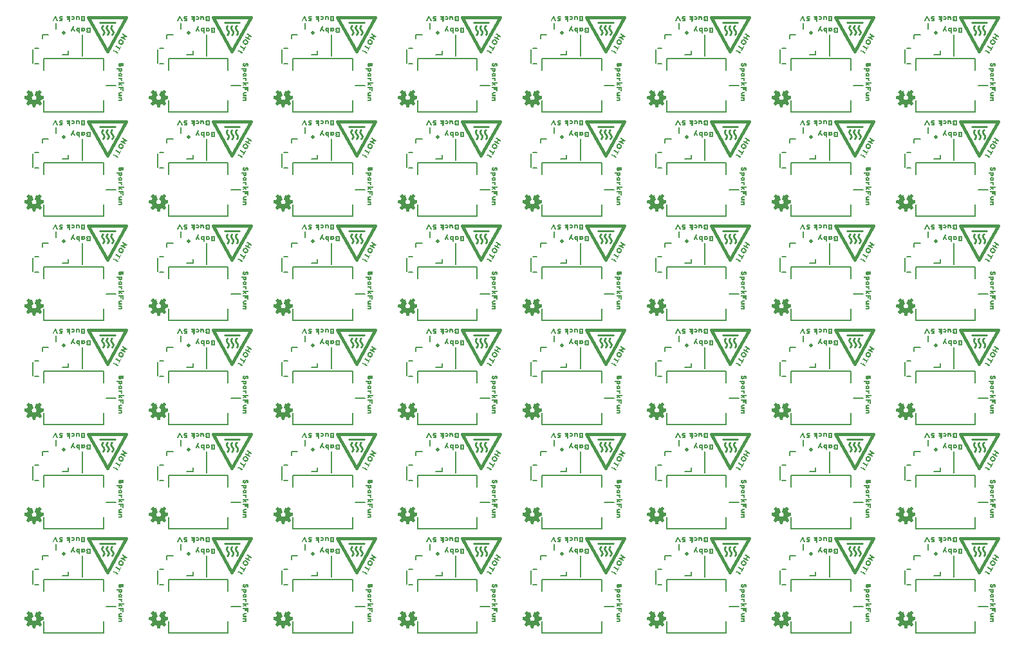
<source format=gto>
G04 EAGLE Gerber RS-274X export*
G75*
%MOMM*%
%FSLAX34Y34*%
%LPD*%
%INSilkscreen Top*%
%IPPOS*%
%AMOC8*
5,1,8,0,0,1.08239X$1,22.5*%
G01*
%ADD10C,0.203200*%
%ADD11C,0.200000*%
%ADD12C,0.508000*%
%ADD13C,0.250000*%
%ADD14C,0.400000*%

G36*
X1163703Y283361D02*
X1163703Y283361D01*
X1163722Y283359D01*
X1163786Y283381D01*
X1163852Y283397D01*
X1163867Y283409D01*
X1163886Y283415D01*
X1163934Y283463D01*
X1163986Y283507D01*
X1163994Y283524D01*
X1164007Y283538D01*
X1164047Y283644D01*
X1164056Y283665D01*
X1164056Y283668D01*
X1164058Y283672D01*
X1164616Y286928D01*
X1164674Y286957D01*
X1164784Y286957D01*
X1164858Y286975D01*
X1164934Y286988D01*
X1164943Y286994D01*
X1164952Y286997D01*
X1164980Y287019D01*
X1165036Y287057D01*
X1165084Y287057D01*
X1165100Y287061D01*
X1165116Y287058D01*
X1165247Y287095D01*
X1165252Y287097D01*
X1165253Y287097D01*
X1165254Y287097D01*
X1165374Y287157D01*
X1165384Y287157D01*
X1165400Y287161D01*
X1165416Y287158D01*
X1165547Y287195D01*
X1165552Y287197D01*
X1165553Y287197D01*
X1165554Y287197D01*
X1165754Y287297D01*
X1165781Y287320D01*
X1165836Y287357D01*
X1165884Y287357D01*
X1165958Y287375D01*
X1166034Y287388D01*
X1166043Y287394D01*
X1166052Y287397D01*
X1166080Y287419D01*
X1166152Y287468D01*
X1166209Y287525D01*
X1166354Y287597D01*
X1166381Y287620D01*
X1166436Y287657D01*
X1166484Y287657D01*
X1166558Y287675D01*
X1166634Y287688D01*
X1166643Y287694D01*
X1166652Y287697D01*
X1166680Y287719D01*
X1166752Y287768D01*
X1166770Y287786D01*
X1169469Y285924D01*
X1169485Y285918D01*
X1169497Y285906D01*
X1169565Y285887D01*
X1169630Y285861D01*
X1169647Y285862D01*
X1169663Y285858D01*
X1169732Y285870D01*
X1169802Y285876D01*
X1169817Y285885D01*
X1169834Y285888D01*
X1169940Y285960D01*
X1169950Y285966D01*
X1169951Y285967D01*
X1169952Y285968D01*
X1172152Y288168D01*
X1172161Y288183D01*
X1172175Y288193D01*
X1172207Y288256D01*
X1172243Y288315D01*
X1172245Y288332D01*
X1172253Y288348D01*
X1172253Y288418D01*
X1172260Y288487D01*
X1172254Y288503D01*
X1172254Y288521D01*
X1172202Y288638D01*
X1172198Y288649D01*
X1172197Y288650D01*
X1172196Y288652D01*
X1170345Y291335D01*
X1170347Y291350D01*
X1170363Y291436D01*
X1170363Y291486D01*
X1170371Y291499D01*
X1170423Y291567D01*
X1170496Y291712D01*
X1170552Y291768D01*
X1170592Y291833D01*
X1170636Y291896D01*
X1170638Y291907D01*
X1170643Y291915D01*
X1170647Y291950D01*
X1170663Y292036D01*
X1170663Y292086D01*
X1170671Y292099D01*
X1170723Y292167D01*
X1170823Y292367D01*
X1170827Y292382D01*
X1170836Y292396D01*
X1170862Y292530D01*
X1170863Y292535D01*
X1170863Y292536D01*
X1170863Y292547D01*
X1171023Y292867D01*
X1171027Y292882D01*
X1171036Y292896D01*
X1171062Y293030D01*
X1171063Y293035D01*
X1171063Y293036D01*
X1171063Y293047D01*
X1171123Y293167D01*
X1171127Y293182D01*
X1171136Y293196D01*
X1171162Y293330D01*
X1171163Y293335D01*
X1171163Y293336D01*
X1171163Y293347D01*
X1171223Y293467D01*
X1171227Y293482D01*
X1171236Y293496D01*
X1171239Y293512D01*
X1174448Y294063D01*
X1174466Y294070D01*
X1174485Y294071D01*
X1174545Y294103D01*
X1174607Y294130D01*
X1174620Y294145D01*
X1174637Y294154D01*
X1174676Y294209D01*
X1174720Y294261D01*
X1174725Y294280D01*
X1174736Y294296D01*
X1174758Y294407D01*
X1174763Y294429D01*
X1174762Y294432D01*
X1174763Y294436D01*
X1174763Y297636D01*
X1174759Y297655D01*
X1174761Y297674D01*
X1174739Y297739D01*
X1174724Y297805D01*
X1174711Y297820D01*
X1174705Y297838D01*
X1174657Y297886D01*
X1174614Y297938D01*
X1174596Y297946D01*
X1174582Y297960D01*
X1174476Y298000D01*
X1174456Y298009D01*
X1174452Y298009D01*
X1174448Y298010D01*
X1171192Y298568D01*
X1171163Y298626D01*
X1171163Y298736D01*
X1171146Y298811D01*
X1171132Y298886D01*
X1171126Y298896D01*
X1171124Y298905D01*
X1171101Y298932D01*
X1171063Y298988D01*
X1171063Y299036D01*
X1171046Y299111D01*
X1171032Y299186D01*
X1171026Y299196D01*
X1171024Y299205D01*
X1171001Y299232D01*
X1170952Y299304D01*
X1170896Y299361D01*
X1170863Y299426D01*
X1170863Y299536D01*
X1170846Y299611D01*
X1170832Y299686D01*
X1170826Y299696D01*
X1170824Y299705D01*
X1170801Y299732D01*
X1170763Y299788D01*
X1170763Y299836D01*
X1170746Y299911D01*
X1170732Y299986D01*
X1170726Y299996D01*
X1170724Y300005D01*
X1170701Y300032D01*
X1170652Y300104D01*
X1170596Y300161D01*
X1170523Y300306D01*
X1170500Y300334D01*
X1170452Y300404D01*
X1170396Y300461D01*
X1170363Y300526D01*
X1170363Y300536D01*
X1170360Y300552D01*
X1170362Y300568D01*
X1170325Y300699D01*
X1170325Y300701D01*
X1172193Y303316D01*
X1172199Y303331D01*
X1172210Y303342D01*
X1172231Y303410D01*
X1172258Y303476D01*
X1172257Y303492D01*
X1172262Y303507D01*
X1172251Y303577D01*
X1172246Y303649D01*
X1172238Y303662D01*
X1172236Y303678D01*
X1172161Y303794D01*
X1172159Y303798D01*
X1172158Y303798D01*
X1169958Y306098D01*
X1169940Y306110D01*
X1169927Y306127D01*
X1169868Y306157D01*
X1169813Y306193D01*
X1169792Y306195D01*
X1169773Y306205D01*
X1169707Y306205D01*
X1169641Y306213D01*
X1169621Y306206D01*
X1169600Y306206D01*
X1169505Y306164D01*
X1169478Y306155D01*
X1169475Y306151D01*
X1169469Y306149D01*
X1166748Y304272D01*
X1166725Y304289D01*
X1166713Y304291D01*
X1166705Y304296D01*
X1166670Y304299D01*
X1166655Y304302D01*
X1166652Y304304D01*
X1166587Y304345D01*
X1166525Y304389D01*
X1166513Y304391D01*
X1166505Y304396D01*
X1166470Y304399D01*
X1166455Y304402D01*
X1166452Y304404D01*
X1166387Y304445D01*
X1166325Y304489D01*
X1166313Y304491D01*
X1166305Y304496D01*
X1166270Y304499D01*
X1166255Y304502D01*
X1166252Y304504D01*
X1166187Y304545D01*
X1166125Y304589D01*
X1166113Y304591D01*
X1166105Y304596D01*
X1166070Y304599D01*
X1166055Y304602D01*
X1166052Y304604D01*
X1165987Y304645D01*
X1165925Y304689D01*
X1165913Y304691D01*
X1165905Y304696D01*
X1165870Y304699D01*
X1165855Y304702D01*
X1165852Y304704D01*
X1165787Y304745D01*
X1165725Y304789D01*
X1165713Y304791D01*
X1165705Y304796D01*
X1165670Y304799D01*
X1165584Y304816D01*
X1165534Y304816D01*
X1165513Y304829D01*
X1165480Y304861D01*
X1165441Y304874D01*
X1165405Y304896D01*
X1165360Y304900D01*
X1165316Y304914D01*
X1165275Y304908D01*
X1165233Y304912D01*
X1165190Y304896D01*
X1165145Y304889D01*
X1165110Y304865D01*
X1165071Y304850D01*
X1165040Y304817D01*
X1165003Y304791D01*
X1164977Y304748D01*
X1164954Y304723D01*
X1164947Y304698D01*
X1164928Y304668D01*
X1162928Y299268D01*
X1162921Y299211D01*
X1162905Y299156D01*
X1162911Y299126D01*
X1162907Y299096D01*
X1162926Y299042D01*
X1162936Y298986D01*
X1162954Y298961D01*
X1162964Y298933D01*
X1163005Y298893D01*
X1163039Y298847D01*
X1163069Y298830D01*
X1163088Y298812D01*
X1163120Y298802D01*
X1163164Y298777D01*
X1163438Y298685D01*
X1163759Y298525D01*
X1163916Y298368D01*
X1163946Y298349D01*
X1164014Y298297D01*
X1164159Y298225D01*
X1164272Y298112D01*
X1164345Y297967D01*
X1164368Y297939D01*
X1164387Y297910D01*
X1164396Y297895D01*
X1164400Y297892D01*
X1164416Y297868D01*
X1164572Y297712D01*
X1164733Y297391D01*
X1164824Y297116D01*
X1164836Y297097D01*
X1164845Y297067D01*
X1165005Y296747D01*
X1165005Y296536D01*
X1165013Y296501D01*
X1165024Y296416D01*
X1165105Y296175D01*
X1165105Y295698D01*
X1164740Y294604D01*
X1164389Y294078D01*
X1164243Y293931D01*
X1163974Y293752D01*
X1163953Y293729D01*
X1163916Y293704D01*
X1163743Y293531D01*
X1163516Y293380D01*
X1163264Y293296D01*
X1163232Y293277D01*
X1163174Y293252D01*
X1162969Y293116D01*
X1162784Y293116D01*
X1162749Y293107D01*
X1162692Y293104D01*
X1162337Y293016D01*
X1161746Y293016D01*
X1161504Y293096D01*
X1161468Y293099D01*
X1161384Y293116D01*
X1161199Y293116D01*
X1160994Y293252D01*
X1160959Y293265D01*
X1160904Y293296D01*
X1160652Y293380D01*
X1160126Y293731D01*
X1159779Y294078D01*
X1159428Y294604D01*
X1159344Y294856D01*
X1159324Y294888D01*
X1159300Y294947D01*
X1159163Y295151D01*
X1159163Y295336D01*
X1159155Y295371D01*
X1159144Y295456D01*
X1159063Y295698D01*
X1159063Y296475D01*
X1159144Y296716D01*
X1159147Y296752D01*
X1159163Y296836D01*
X1159163Y296947D01*
X1159223Y297067D01*
X1159229Y297089D01*
X1159244Y297116D01*
X1159335Y297391D01*
X1159396Y297512D01*
X1159552Y297668D01*
X1159571Y297699D01*
X1159623Y297767D01*
X1159696Y297912D01*
X1160009Y298225D01*
X1160154Y298297D01*
X1160181Y298320D01*
X1160252Y298368D01*
X1160409Y298525D01*
X1160954Y298797D01*
X1160977Y298817D01*
X1161006Y298829D01*
X1161043Y298872D01*
X1161087Y298908D01*
X1161099Y298936D01*
X1161119Y298959D01*
X1161134Y299014D01*
X1161157Y299066D01*
X1161155Y299097D01*
X1161163Y299127D01*
X1161151Y299201D01*
X1161149Y299239D01*
X1161143Y299251D01*
X1161140Y299268D01*
X1159140Y304668D01*
X1159128Y304685D01*
X1159124Y304705D01*
X1159081Y304756D01*
X1159044Y304812D01*
X1159027Y304823D01*
X1159014Y304838D01*
X1158952Y304866D01*
X1158894Y304899D01*
X1158874Y304900D01*
X1158856Y304909D01*
X1158789Y304906D01*
X1158722Y304910D01*
X1158703Y304903D01*
X1158683Y304902D01*
X1158624Y304870D01*
X1158562Y304844D01*
X1158549Y304829D01*
X1158531Y304819D01*
X1158518Y304800D01*
X1158510Y304798D01*
X1158434Y304785D01*
X1158425Y304778D01*
X1158416Y304776D01*
X1158388Y304753D01*
X1158316Y304704D01*
X1158309Y304698D01*
X1158234Y304685D01*
X1158225Y304678D01*
X1158216Y304676D01*
X1158188Y304653D01*
X1158116Y304604D01*
X1158109Y304598D01*
X1158034Y304585D01*
X1158025Y304578D01*
X1158016Y304576D01*
X1157988Y304553D01*
X1157932Y304516D01*
X1157884Y304516D01*
X1157810Y304498D01*
X1157734Y304485D01*
X1157725Y304478D01*
X1157716Y304476D01*
X1157688Y304453D01*
X1157616Y304404D01*
X1157609Y304398D01*
X1157534Y304385D01*
X1157525Y304378D01*
X1157516Y304376D01*
X1157488Y304353D01*
X1157416Y304304D01*
X1157398Y304287D01*
X1154699Y306149D01*
X1154683Y306155D01*
X1154671Y306166D01*
X1154604Y306186D01*
X1154538Y306212D01*
X1154521Y306210D01*
X1154505Y306215D01*
X1154436Y306203D01*
X1154366Y306197D01*
X1154351Y306188D01*
X1154334Y306185D01*
X1154228Y306113D01*
X1154218Y306107D01*
X1154217Y306105D01*
X1154216Y306104D01*
X1151916Y303804D01*
X1151903Y303784D01*
X1151884Y303768D01*
X1151858Y303711D01*
X1151825Y303657D01*
X1151822Y303633D01*
X1151812Y303610D01*
X1151814Y303548D01*
X1151808Y303485D01*
X1151817Y303462D01*
X1151818Y303437D01*
X1151858Y303355D01*
X1151870Y303324D01*
X1151876Y303318D01*
X1151881Y303309D01*
X1153826Y300715D01*
X1153816Y300704D01*
X1153797Y300674D01*
X1153790Y300664D01*
X1153776Y300653D01*
X1153768Y300637D01*
X1153745Y300606D01*
X1153645Y300406D01*
X1153641Y300390D01*
X1153632Y300377D01*
X1153606Y300243D01*
X1153605Y300238D01*
X1153605Y300237D01*
X1153605Y300236D01*
X1153605Y300226D01*
X1153572Y300161D01*
X1153516Y300104D01*
X1153497Y300074D01*
X1153445Y300006D01*
X1153345Y299806D01*
X1153341Y299790D01*
X1153332Y299777D01*
X1153306Y299643D01*
X1153305Y299638D01*
X1153305Y299637D01*
X1153305Y299636D01*
X1153305Y299626D01*
X1153145Y299306D01*
X1153141Y299290D01*
X1153132Y299277D01*
X1153106Y299143D01*
X1153105Y299138D01*
X1153105Y299137D01*
X1153105Y299136D01*
X1153105Y299126D01*
X1153045Y299006D01*
X1153041Y298990D01*
X1153032Y298977D01*
X1153006Y298843D01*
X1153005Y298838D01*
X1153005Y298837D01*
X1153005Y298836D01*
X1153005Y298826D01*
X1152945Y298706D01*
X1152941Y298690D01*
X1152932Y298677D01*
X1152921Y298619D01*
X1152912Y298599D01*
X1152912Y298576D01*
X1152912Y298575D01*
X1149620Y298010D01*
X1149602Y298003D01*
X1149583Y298002D01*
X1149523Y297969D01*
X1149461Y297943D01*
X1149448Y297928D01*
X1149431Y297919D01*
X1149392Y297863D01*
X1149348Y297812D01*
X1149343Y297793D01*
X1149332Y297777D01*
X1149310Y297666D01*
X1149305Y297644D01*
X1149306Y297640D01*
X1149305Y297636D01*
X1149305Y294436D01*
X1149309Y294417D01*
X1149307Y294396D01*
X1149329Y294333D01*
X1149344Y294268D01*
X1149357Y294252D01*
X1149364Y294233D01*
X1149412Y294186D01*
X1149454Y294134D01*
X1149473Y294126D01*
X1149487Y294112D01*
X1149589Y294074D01*
X1149612Y294064D01*
X1149617Y294064D01*
X1149622Y294062D01*
X1152905Y293515D01*
X1152905Y293436D01*
X1152922Y293362D01*
X1152936Y293287D01*
X1152942Y293277D01*
X1152944Y293268D01*
X1152967Y293240D01*
X1153005Y293185D01*
X1153005Y293136D01*
X1153022Y293062D01*
X1153036Y292987D01*
X1153042Y292977D01*
X1153044Y292968D01*
X1153067Y292940D01*
X1153116Y292868D01*
X1153172Y292812D01*
X1153205Y292747D01*
X1153205Y292636D01*
X1153222Y292562D01*
X1153236Y292487D01*
X1153242Y292477D01*
X1153244Y292468D01*
X1153267Y292440D01*
X1153305Y292385D01*
X1153305Y292336D01*
X1153322Y292262D01*
X1153336Y292187D01*
X1153342Y292177D01*
X1153344Y292168D01*
X1153367Y292140D01*
X1153416Y292068D01*
X1153472Y292012D01*
X1153545Y291867D01*
X1153568Y291839D01*
X1153605Y291785D01*
X1153605Y291736D01*
X1153622Y291662D01*
X1153636Y291587D01*
X1153642Y291577D01*
X1153644Y291568D01*
X1153667Y291540D01*
X1153716Y291468D01*
X1153772Y291412D01*
X1153812Y291332D01*
X1151877Y288659D01*
X1151867Y288635D01*
X1151850Y288616D01*
X1151834Y288556D01*
X1151810Y288499D01*
X1151812Y288474D01*
X1151805Y288449D01*
X1151817Y288388D01*
X1151821Y288326D01*
X1151834Y288304D01*
X1151839Y288279D01*
X1151890Y288207D01*
X1151908Y288177D01*
X1151915Y288172D01*
X1151922Y288162D01*
X1154222Y285962D01*
X1154233Y285956D01*
X1154241Y285945D01*
X1154307Y285912D01*
X1154371Y285874D01*
X1154384Y285873D01*
X1154395Y285868D01*
X1154469Y285867D01*
X1154543Y285862D01*
X1154555Y285867D01*
X1154568Y285867D01*
X1154699Y285924D01*
X1157373Y287768D01*
X1157514Y287697D01*
X1157530Y287693D01*
X1157543Y287684D01*
X1157677Y287658D01*
X1157683Y287657D01*
X1157684Y287657D01*
X1157694Y287657D01*
X1157759Y287625D01*
X1157816Y287568D01*
X1157846Y287549D01*
X1157914Y287497D01*
X1158114Y287397D01*
X1158130Y287393D01*
X1158143Y287384D01*
X1158277Y287358D01*
X1158283Y287357D01*
X1158284Y287357D01*
X1158294Y287357D01*
X1158359Y287325D01*
X1158416Y287268D01*
X1158481Y287228D01*
X1158543Y287184D01*
X1158555Y287182D01*
X1158563Y287177D01*
X1158598Y287174D01*
X1158684Y287157D01*
X1158794Y287157D01*
X1158914Y287097D01*
X1158930Y287093D01*
X1158943Y287084D01*
X1159077Y287058D01*
X1159083Y287057D01*
X1159084Y287057D01*
X1159094Y287057D01*
X1159214Y286997D01*
X1159230Y286993D01*
X1159243Y286984D01*
X1159377Y286958D01*
X1159383Y286957D01*
X1159384Y286957D01*
X1159394Y286957D01*
X1159514Y286897D01*
X1159530Y286893D01*
X1159543Y286884D01*
X1159560Y286881D01*
X1160110Y283672D01*
X1160118Y283654D01*
X1160119Y283635D01*
X1160151Y283576D01*
X1160178Y283513D01*
X1160192Y283500D01*
X1160202Y283483D01*
X1160257Y283444D01*
X1160309Y283400D01*
X1160328Y283395D01*
X1160343Y283384D01*
X1160454Y283363D01*
X1160476Y283357D01*
X1160480Y283358D01*
X1160484Y283357D01*
X1163684Y283357D01*
X1163703Y283361D01*
G37*
G36*
X999873Y283361D02*
X999873Y283361D01*
X999892Y283359D01*
X999956Y283381D01*
X1000022Y283397D01*
X1000037Y283409D01*
X1000056Y283415D01*
X1000104Y283463D01*
X1000156Y283507D01*
X1000164Y283524D01*
X1000177Y283538D01*
X1000217Y283644D01*
X1000226Y283665D01*
X1000226Y283668D01*
X1000228Y283672D01*
X1000786Y286928D01*
X1000844Y286957D01*
X1000954Y286957D01*
X1001028Y286975D01*
X1001104Y286988D01*
X1001113Y286994D01*
X1001122Y286997D01*
X1001150Y287019D01*
X1001206Y287057D01*
X1001254Y287057D01*
X1001270Y287061D01*
X1001286Y287058D01*
X1001417Y287095D01*
X1001422Y287097D01*
X1001423Y287097D01*
X1001424Y287097D01*
X1001544Y287157D01*
X1001554Y287157D01*
X1001570Y287161D01*
X1001586Y287158D01*
X1001717Y287195D01*
X1001722Y287197D01*
X1001723Y287197D01*
X1001724Y287197D01*
X1001924Y287297D01*
X1001951Y287320D01*
X1002006Y287357D01*
X1002054Y287357D01*
X1002128Y287375D01*
X1002204Y287388D01*
X1002213Y287394D01*
X1002222Y287397D01*
X1002250Y287419D01*
X1002322Y287468D01*
X1002379Y287525D01*
X1002524Y287597D01*
X1002551Y287620D01*
X1002606Y287657D01*
X1002654Y287657D01*
X1002728Y287675D01*
X1002804Y287688D01*
X1002813Y287694D01*
X1002822Y287697D01*
X1002850Y287719D01*
X1002922Y287768D01*
X1002940Y287786D01*
X1005639Y285924D01*
X1005655Y285918D01*
X1005667Y285906D01*
X1005735Y285887D01*
X1005800Y285861D01*
X1005817Y285862D01*
X1005833Y285858D01*
X1005902Y285870D01*
X1005972Y285876D01*
X1005987Y285885D01*
X1006004Y285888D01*
X1006110Y285960D01*
X1006120Y285966D01*
X1006121Y285967D01*
X1006122Y285968D01*
X1008322Y288168D01*
X1008331Y288183D01*
X1008345Y288193D01*
X1008377Y288256D01*
X1008413Y288315D01*
X1008415Y288332D01*
X1008423Y288348D01*
X1008423Y288418D01*
X1008430Y288487D01*
X1008424Y288503D01*
X1008424Y288521D01*
X1008372Y288638D01*
X1008368Y288649D01*
X1008367Y288650D01*
X1008366Y288652D01*
X1006515Y291335D01*
X1006517Y291350D01*
X1006533Y291436D01*
X1006533Y291486D01*
X1006541Y291499D01*
X1006593Y291567D01*
X1006666Y291712D01*
X1006722Y291768D01*
X1006762Y291833D01*
X1006806Y291896D01*
X1006808Y291907D01*
X1006813Y291915D01*
X1006817Y291950D01*
X1006833Y292036D01*
X1006833Y292086D01*
X1006841Y292099D01*
X1006893Y292167D01*
X1006993Y292367D01*
X1006997Y292382D01*
X1007006Y292396D01*
X1007032Y292530D01*
X1007033Y292535D01*
X1007033Y292536D01*
X1007033Y292547D01*
X1007193Y292867D01*
X1007197Y292882D01*
X1007206Y292896D01*
X1007232Y293030D01*
X1007233Y293035D01*
X1007233Y293036D01*
X1007233Y293047D01*
X1007293Y293167D01*
X1007297Y293182D01*
X1007306Y293196D01*
X1007332Y293330D01*
X1007333Y293335D01*
X1007333Y293336D01*
X1007333Y293347D01*
X1007393Y293467D01*
X1007397Y293482D01*
X1007406Y293496D01*
X1007409Y293512D01*
X1010618Y294063D01*
X1010636Y294070D01*
X1010655Y294071D01*
X1010715Y294103D01*
X1010777Y294130D01*
X1010790Y294145D01*
X1010807Y294154D01*
X1010846Y294209D01*
X1010890Y294261D01*
X1010895Y294280D01*
X1010906Y294296D01*
X1010928Y294407D01*
X1010933Y294429D01*
X1010932Y294432D01*
X1010933Y294436D01*
X1010933Y297636D01*
X1010929Y297655D01*
X1010931Y297674D01*
X1010909Y297739D01*
X1010894Y297805D01*
X1010881Y297820D01*
X1010875Y297838D01*
X1010827Y297886D01*
X1010784Y297938D01*
X1010766Y297946D01*
X1010752Y297960D01*
X1010646Y298000D01*
X1010626Y298009D01*
X1010622Y298009D01*
X1010618Y298010D01*
X1007362Y298568D01*
X1007333Y298626D01*
X1007333Y298736D01*
X1007316Y298811D01*
X1007302Y298886D01*
X1007296Y298896D01*
X1007294Y298905D01*
X1007271Y298932D01*
X1007233Y298988D01*
X1007233Y299036D01*
X1007216Y299111D01*
X1007202Y299186D01*
X1007196Y299196D01*
X1007194Y299205D01*
X1007171Y299232D01*
X1007122Y299304D01*
X1007066Y299361D01*
X1007033Y299426D01*
X1007033Y299536D01*
X1007016Y299611D01*
X1007002Y299686D01*
X1006996Y299696D01*
X1006994Y299705D01*
X1006971Y299732D01*
X1006933Y299788D01*
X1006933Y299836D01*
X1006916Y299911D01*
X1006902Y299986D01*
X1006896Y299996D01*
X1006894Y300005D01*
X1006871Y300032D01*
X1006822Y300104D01*
X1006766Y300161D01*
X1006693Y300306D01*
X1006670Y300334D01*
X1006622Y300404D01*
X1006566Y300461D01*
X1006533Y300526D01*
X1006533Y300536D01*
X1006530Y300552D01*
X1006532Y300568D01*
X1006495Y300699D01*
X1006495Y300701D01*
X1008363Y303316D01*
X1008369Y303331D01*
X1008380Y303342D01*
X1008401Y303410D01*
X1008428Y303476D01*
X1008427Y303492D01*
X1008432Y303507D01*
X1008421Y303577D01*
X1008416Y303649D01*
X1008408Y303662D01*
X1008406Y303678D01*
X1008331Y303794D01*
X1008329Y303798D01*
X1008328Y303798D01*
X1006128Y306098D01*
X1006110Y306110D01*
X1006097Y306127D01*
X1006038Y306157D01*
X1005983Y306193D01*
X1005962Y306195D01*
X1005943Y306205D01*
X1005877Y306205D01*
X1005811Y306213D01*
X1005791Y306206D01*
X1005770Y306206D01*
X1005675Y306164D01*
X1005648Y306155D01*
X1005645Y306151D01*
X1005639Y306149D01*
X1002918Y304272D01*
X1002895Y304289D01*
X1002883Y304291D01*
X1002875Y304296D01*
X1002840Y304299D01*
X1002825Y304302D01*
X1002822Y304304D01*
X1002757Y304345D01*
X1002695Y304389D01*
X1002683Y304391D01*
X1002675Y304396D01*
X1002640Y304399D01*
X1002625Y304402D01*
X1002622Y304404D01*
X1002557Y304445D01*
X1002495Y304489D01*
X1002483Y304491D01*
X1002475Y304496D01*
X1002440Y304499D01*
X1002425Y304502D01*
X1002422Y304504D01*
X1002357Y304545D01*
X1002295Y304589D01*
X1002283Y304591D01*
X1002275Y304596D01*
X1002240Y304599D01*
X1002225Y304602D01*
X1002222Y304604D01*
X1002157Y304645D01*
X1002095Y304689D01*
X1002083Y304691D01*
X1002075Y304696D01*
X1002040Y304699D01*
X1002025Y304702D01*
X1002022Y304704D01*
X1001957Y304745D01*
X1001895Y304789D01*
X1001883Y304791D01*
X1001875Y304796D01*
X1001840Y304799D01*
X1001754Y304816D01*
X1001704Y304816D01*
X1001683Y304829D01*
X1001650Y304861D01*
X1001611Y304874D01*
X1001575Y304896D01*
X1001530Y304900D01*
X1001486Y304914D01*
X1001445Y304908D01*
X1001403Y304912D01*
X1001360Y304896D01*
X1001315Y304889D01*
X1001280Y304865D01*
X1001241Y304850D01*
X1001210Y304817D01*
X1001173Y304791D01*
X1001147Y304748D01*
X1001124Y304723D01*
X1001117Y304698D01*
X1001098Y304668D01*
X999098Y299268D01*
X999091Y299211D01*
X999075Y299156D01*
X999081Y299126D01*
X999077Y299096D01*
X999096Y299042D01*
X999106Y298986D01*
X999124Y298961D01*
X999134Y298933D01*
X999175Y298893D01*
X999209Y298847D01*
X999239Y298830D01*
X999258Y298812D01*
X999290Y298802D01*
X999334Y298777D01*
X999608Y298685D01*
X999929Y298525D01*
X1000086Y298368D01*
X1000116Y298349D01*
X1000184Y298297D01*
X1000329Y298225D01*
X1000442Y298112D01*
X1000515Y297967D01*
X1000538Y297939D01*
X1000557Y297910D01*
X1000566Y297895D01*
X1000570Y297892D01*
X1000586Y297868D01*
X1000742Y297712D01*
X1000903Y297391D01*
X1000994Y297116D01*
X1001006Y297097D01*
X1001015Y297067D01*
X1001175Y296747D01*
X1001175Y296536D01*
X1001183Y296501D01*
X1001194Y296416D01*
X1001275Y296175D01*
X1001275Y295698D01*
X1000910Y294604D01*
X1000559Y294078D01*
X1000413Y293931D01*
X1000144Y293752D01*
X1000123Y293729D01*
X1000086Y293704D01*
X999913Y293531D01*
X999686Y293380D01*
X999434Y293296D01*
X999402Y293277D01*
X999344Y293252D01*
X999139Y293116D01*
X998954Y293116D01*
X998919Y293107D01*
X998862Y293104D01*
X998507Y293016D01*
X997916Y293016D01*
X997674Y293096D01*
X997638Y293099D01*
X997554Y293116D01*
X997369Y293116D01*
X997164Y293252D01*
X997129Y293265D01*
X997074Y293296D01*
X996822Y293380D01*
X996296Y293731D01*
X995949Y294078D01*
X995598Y294604D01*
X995514Y294856D01*
X995494Y294888D01*
X995470Y294947D01*
X995333Y295151D01*
X995333Y295336D01*
X995325Y295371D01*
X995314Y295456D01*
X995233Y295698D01*
X995233Y296475D01*
X995314Y296716D01*
X995317Y296752D01*
X995333Y296836D01*
X995333Y296947D01*
X995393Y297067D01*
X995399Y297089D01*
X995414Y297116D01*
X995505Y297391D01*
X995566Y297512D01*
X995722Y297668D01*
X995741Y297699D01*
X995793Y297767D01*
X995866Y297912D01*
X996179Y298225D01*
X996324Y298297D01*
X996351Y298320D01*
X996422Y298368D01*
X996579Y298525D01*
X997124Y298797D01*
X997147Y298817D01*
X997176Y298829D01*
X997213Y298872D01*
X997257Y298908D01*
X997269Y298936D01*
X997289Y298959D01*
X997304Y299014D01*
X997327Y299066D01*
X997325Y299097D01*
X997333Y299127D01*
X997321Y299201D01*
X997319Y299239D01*
X997313Y299251D01*
X997310Y299268D01*
X995310Y304668D01*
X995298Y304685D01*
X995294Y304705D01*
X995251Y304756D01*
X995214Y304812D01*
X995197Y304823D01*
X995184Y304838D01*
X995122Y304866D01*
X995064Y304899D01*
X995044Y304900D01*
X995026Y304909D01*
X994959Y304906D01*
X994892Y304910D01*
X994873Y304903D01*
X994853Y304902D01*
X994794Y304870D01*
X994732Y304844D01*
X994719Y304829D01*
X994701Y304819D01*
X994688Y304800D01*
X994680Y304798D01*
X994604Y304785D01*
X994595Y304778D01*
X994586Y304776D01*
X994558Y304753D01*
X994486Y304704D01*
X994479Y304698D01*
X994404Y304685D01*
X994395Y304678D01*
X994386Y304676D01*
X994358Y304653D01*
X994286Y304604D01*
X994279Y304598D01*
X994204Y304585D01*
X994195Y304578D01*
X994186Y304576D01*
X994158Y304553D01*
X994102Y304516D01*
X994054Y304516D01*
X993980Y304498D01*
X993904Y304485D01*
X993895Y304478D01*
X993886Y304476D01*
X993858Y304453D01*
X993786Y304404D01*
X993779Y304398D01*
X993704Y304385D01*
X993695Y304378D01*
X993686Y304376D01*
X993658Y304353D01*
X993586Y304304D01*
X993568Y304287D01*
X990869Y306149D01*
X990853Y306155D01*
X990841Y306166D01*
X990774Y306186D01*
X990708Y306212D01*
X990691Y306210D01*
X990675Y306215D01*
X990606Y306203D01*
X990536Y306197D01*
X990521Y306188D01*
X990504Y306185D01*
X990398Y306113D01*
X990388Y306107D01*
X990387Y306105D01*
X990386Y306104D01*
X988086Y303804D01*
X988073Y303784D01*
X988054Y303768D01*
X988028Y303711D01*
X987995Y303657D01*
X987992Y303633D01*
X987982Y303610D01*
X987984Y303548D01*
X987978Y303485D01*
X987987Y303462D01*
X987988Y303437D01*
X988028Y303355D01*
X988040Y303324D01*
X988046Y303318D01*
X988051Y303309D01*
X989996Y300715D01*
X989986Y300704D01*
X989967Y300674D01*
X989960Y300664D01*
X989946Y300653D01*
X989938Y300637D01*
X989915Y300606D01*
X989815Y300406D01*
X989811Y300390D01*
X989802Y300377D01*
X989776Y300243D01*
X989775Y300238D01*
X989775Y300237D01*
X989775Y300236D01*
X989775Y300226D01*
X989742Y300161D01*
X989686Y300104D01*
X989667Y300074D01*
X989615Y300006D01*
X989515Y299806D01*
X989511Y299790D01*
X989502Y299777D01*
X989476Y299643D01*
X989475Y299638D01*
X989475Y299637D01*
X989475Y299636D01*
X989475Y299626D01*
X989315Y299306D01*
X989311Y299290D01*
X989302Y299277D01*
X989276Y299143D01*
X989275Y299138D01*
X989275Y299137D01*
X989275Y299136D01*
X989275Y299126D01*
X989215Y299006D01*
X989211Y298990D01*
X989202Y298977D01*
X989176Y298843D01*
X989175Y298838D01*
X989175Y298837D01*
X989175Y298836D01*
X989175Y298826D01*
X989115Y298706D01*
X989111Y298690D01*
X989102Y298677D01*
X989091Y298619D01*
X989082Y298599D01*
X989082Y298576D01*
X989082Y298575D01*
X985790Y298010D01*
X985772Y298003D01*
X985753Y298002D01*
X985693Y297969D01*
X985631Y297943D01*
X985618Y297928D01*
X985601Y297919D01*
X985562Y297863D01*
X985518Y297812D01*
X985513Y297793D01*
X985502Y297777D01*
X985480Y297666D01*
X985475Y297644D01*
X985476Y297640D01*
X985475Y297636D01*
X985475Y294436D01*
X985479Y294417D01*
X985477Y294396D01*
X985499Y294333D01*
X985514Y294268D01*
X985527Y294252D01*
X985534Y294233D01*
X985582Y294186D01*
X985624Y294134D01*
X985643Y294126D01*
X985657Y294112D01*
X985759Y294074D01*
X985782Y294064D01*
X985787Y294064D01*
X985792Y294062D01*
X989075Y293515D01*
X989075Y293436D01*
X989092Y293362D01*
X989106Y293287D01*
X989112Y293277D01*
X989114Y293268D01*
X989137Y293240D01*
X989175Y293185D01*
X989175Y293136D01*
X989192Y293062D01*
X989206Y292987D01*
X989212Y292977D01*
X989214Y292968D01*
X989237Y292940D01*
X989286Y292868D01*
X989342Y292812D01*
X989375Y292747D01*
X989375Y292636D01*
X989392Y292562D01*
X989406Y292487D01*
X989412Y292477D01*
X989414Y292468D01*
X989437Y292440D01*
X989475Y292385D01*
X989475Y292336D01*
X989492Y292262D01*
X989506Y292187D01*
X989512Y292177D01*
X989514Y292168D01*
X989537Y292140D01*
X989586Y292068D01*
X989642Y292012D01*
X989715Y291867D01*
X989738Y291839D01*
X989775Y291785D01*
X989775Y291736D01*
X989792Y291662D01*
X989806Y291587D01*
X989812Y291577D01*
X989814Y291568D01*
X989837Y291540D01*
X989886Y291468D01*
X989942Y291412D01*
X989982Y291332D01*
X988047Y288659D01*
X988037Y288635D01*
X988020Y288616D01*
X988004Y288556D01*
X987980Y288499D01*
X987982Y288474D01*
X987975Y288449D01*
X987987Y288388D01*
X987991Y288326D01*
X988004Y288304D01*
X988009Y288279D01*
X988060Y288207D01*
X988078Y288177D01*
X988085Y288172D01*
X988092Y288162D01*
X990392Y285962D01*
X990403Y285956D01*
X990411Y285945D01*
X990477Y285912D01*
X990541Y285874D01*
X990554Y285873D01*
X990565Y285868D01*
X990639Y285867D01*
X990713Y285862D01*
X990725Y285867D01*
X990738Y285867D01*
X990869Y285924D01*
X993543Y287768D01*
X993684Y287697D01*
X993700Y287693D01*
X993713Y287684D01*
X993847Y287658D01*
X993853Y287657D01*
X993854Y287657D01*
X993864Y287657D01*
X993929Y287625D01*
X993986Y287568D01*
X994016Y287549D01*
X994084Y287497D01*
X994284Y287397D01*
X994300Y287393D01*
X994313Y287384D01*
X994447Y287358D01*
X994453Y287357D01*
X994454Y287357D01*
X994464Y287357D01*
X994529Y287325D01*
X994586Y287268D01*
X994651Y287228D01*
X994713Y287184D01*
X994725Y287182D01*
X994733Y287177D01*
X994768Y287174D01*
X994854Y287157D01*
X994964Y287157D01*
X995084Y287097D01*
X995100Y287093D01*
X995113Y287084D01*
X995247Y287058D01*
X995253Y287057D01*
X995254Y287057D01*
X995264Y287057D01*
X995384Y286997D01*
X995400Y286993D01*
X995413Y286984D01*
X995547Y286958D01*
X995553Y286957D01*
X995554Y286957D01*
X995564Y286957D01*
X995684Y286897D01*
X995700Y286893D01*
X995713Y286884D01*
X995730Y286881D01*
X996280Y283672D01*
X996288Y283654D01*
X996289Y283635D01*
X996321Y283576D01*
X996348Y283513D01*
X996362Y283500D01*
X996372Y283483D01*
X996427Y283444D01*
X996479Y283400D01*
X996498Y283395D01*
X996513Y283384D01*
X996624Y283363D01*
X996646Y283357D01*
X996650Y283358D01*
X996654Y283357D01*
X999854Y283357D01*
X999873Y283361D01*
G37*
G36*
X508383Y283361D02*
X508383Y283361D01*
X508402Y283359D01*
X508466Y283381D01*
X508532Y283397D01*
X508547Y283409D01*
X508566Y283415D01*
X508614Y283463D01*
X508666Y283507D01*
X508674Y283524D01*
X508687Y283538D01*
X508727Y283644D01*
X508736Y283665D01*
X508736Y283668D01*
X508738Y283672D01*
X509296Y286928D01*
X509354Y286957D01*
X509464Y286957D01*
X509538Y286975D01*
X509614Y286988D01*
X509623Y286994D01*
X509632Y286997D01*
X509660Y287019D01*
X509716Y287057D01*
X509764Y287057D01*
X509780Y287061D01*
X509796Y287058D01*
X509927Y287095D01*
X509932Y287097D01*
X509933Y287097D01*
X509934Y287097D01*
X510054Y287157D01*
X510064Y287157D01*
X510080Y287161D01*
X510096Y287158D01*
X510227Y287195D01*
X510232Y287197D01*
X510233Y287197D01*
X510234Y287197D01*
X510434Y287297D01*
X510461Y287320D01*
X510516Y287357D01*
X510564Y287357D01*
X510638Y287375D01*
X510714Y287388D01*
X510723Y287394D01*
X510732Y287397D01*
X510760Y287419D01*
X510832Y287468D01*
X510889Y287525D01*
X511034Y287597D01*
X511061Y287620D01*
X511116Y287657D01*
X511164Y287657D01*
X511238Y287675D01*
X511314Y287688D01*
X511323Y287694D01*
X511332Y287697D01*
X511360Y287719D01*
X511432Y287768D01*
X511450Y287786D01*
X514149Y285924D01*
X514165Y285918D01*
X514177Y285906D01*
X514245Y285887D01*
X514310Y285861D01*
X514327Y285862D01*
X514343Y285858D01*
X514412Y285870D01*
X514482Y285876D01*
X514497Y285885D01*
X514514Y285888D01*
X514620Y285960D01*
X514630Y285966D01*
X514631Y285967D01*
X514632Y285968D01*
X516832Y288168D01*
X516841Y288183D01*
X516855Y288193D01*
X516887Y288256D01*
X516923Y288315D01*
X516925Y288332D01*
X516933Y288348D01*
X516933Y288418D01*
X516940Y288487D01*
X516934Y288503D01*
X516934Y288521D01*
X516882Y288638D01*
X516878Y288649D01*
X516877Y288650D01*
X516876Y288652D01*
X515025Y291335D01*
X515027Y291350D01*
X515043Y291436D01*
X515043Y291486D01*
X515051Y291499D01*
X515103Y291567D01*
X515176Y291712D01*
X515232Y291768D01*
X515272Y291833D01*
X515316Y291896D01*
X515318Y291907D01*
X515323Y291915D01*
X515327Y291950D01*
X515343Y292036D01*
X515343Y292086D01*
X515351Y292099D01*
X515403Y292167D01*
X515503Y292367D01*
X515507Y292382D01*
X515516Y292396D01*
X515542Y292530D01*
X515543Y292535D01*
X515543Y292536D01*
X515543Y292547D01*
X515703Y292867D01*
X515707Y292882D01*
X515716Y292896D01*
X515742Y293030D01*
X515743Y293035D01*
X515743Y293036D01*
X515743Y293047D01*
X515803Y293167D01*
X515807Y293182D01*
X515816Y293196D01*
X515842Y293330D01*
X515843Y293335D01*
X515843Y293336D01*
X515843Y293347D01*
X515903Y293467D01*
X515907Y293482D01*
X515916Y293496D01*
X515919Y293512D01*
X519128Y294063D01*
X519146Y294070D01*
X519165Y294071D01*
X519225Y294103D01*
X519287Y294130D01*
X519300Y294145D01*
X519317Y294154D01*
X519356Y294209D01*
X519400Y294261D01*
X519405Y294280D01*
X519416Y294296D01*
X519438Y294407D01*
X519443Y294429D01*
X519442Y294432D01*
X519443Y294436D01*
X519443Y297636D01*
X519439Y297655D01*
X519441Y297674D01*
X519419Y297739D01*
X519404Y297805D01*
X519391Y297820D01*
X519385Y297838D01*
X519337Y297886D01*
X519294Y297938D01*
X519276Y297946D01*
X519262Y297960D01*
X519156Y298000D01*
X519136Y298009D01*
X519132Y298009D01*
X519128Y298010D01*
X515872Y298568D01*
X515843Y298626D01*
X515843Y298736D01*
X515826Y298811D01*
X515812Y298886D01*
X515806Y298896D01*
X515804Y298905D01*
X515781Y298932D01*
X515743Y298988D01*
X515743Y299036D01*
X515726Y299111D01*
X515712Y299186D01*
X515706Y299196D01*
X515704Y299205D01*
X515681Y299232D01*
X515632Y299304D01*
X515576Y299361D01*
X515543Y299426D01*
X515543Y299536D01*
X515526Y299611D01*
X515512Y299686D01*
X515506Y299696D01*
X515504Y299705D01*
X515481Y299732D01*
X515443Y299788D01*
X515443Y299836D01*
X515426Y299911D01*
X515412Y299986D01*
X515406Y299996D01*
X515404Y300005D01*
X515381Y300032D01*
X515332Y300104D01*
X515276Y300161D01*
X515203Y300306D01*
X515180Y300334D01*
X515132Y300404D01*
X515076Y300461D01*
X515043Y300526D01*
X515043Y300536D01*
X515040Y300552D01*
X515042Y300568D01*
X515005Y300699D01*
X515005Y300701D01*
X516873Y303316D01*
X516879Y303331D01*
X516890Y303342D01*
X516911Y303410D01*
X516938Y303476D01*
X516937Y303492D01*
X516942Y303507D01*
X516931Y303577D01*
X516926Y303649D01*
X516918Y303662D01*
X516916Y303678D01*
X516841Y303794D01*
X516839Y303798D01*
X516838Y303798D01*
X514638Y306098D01*
X514620Y306110D01*
X514607Y306127D01*
X514548Y306157D01*
X514493Y306193D01*
X514472Y306195D01*
X514453Y306205D01*
X514387Y306205D01*
X514321Y306213D01*
X514301Y306206D01*
X514280Y306206D01*
X514185Y306164D01*
X514158Y306155D01*
X514155Y306151D01*
X514149Y306149D01*
X511428Y304272D01*
X511405Y304289D01*
X511393Y304291D01*
X511385Y304296D01*
X511350Y304299D01*
X511335Y304302D01*
X511332Y304304D01*
X511267Y304345D01*
X511205Y304389D01*
X511193Y304391D01*
X511185Y304396D01*
X511150Y304399D01*
X511135Y304402D01*
X511132Y304404D01*
X511067Y304445D01*
X511005Y304489D01*
X510993Y304491D01*
X510985Y304496D01*
X510950Y304499D01*
X510935Y304502D01*
X510932Y304504D01*
X510867Y304545D01*
X510805Y304589D01*
X510793Y304591D01*
X510785Y304596D01*
X510750Y304599D01*
X510735Y304602D01*
X510732Y304604D01*
X510667Y304645D01*
X510605Y304689D01*
X510593Y304691D01*
X510585Y304696D01*
X510550Y304699D01*
X510535Y304702D01*
X510532Y304704D01*
X510467Y304745D01*
X510405Y304789D01*
X510393Y304791D01*
X510385Y304796D01*
X510350Y304799D01*
X510264Y304816D01*
X510214Y304816D01*
X510193Y304829D01*
X510160Y304861D01*
X510121Y304874D01*
X510085Y304896D01*
X510040Y304900D01*
X509996Y304914D01*
X509955Y304908D01*
X509913Y304912D01*
X509870Y304896D01*
X509825Y304889D01*
X509790Y304865D01*
X509751Y304850D01*
X509720Y304817D01*
X509683Y304791D01*
X509657Y304748D01*
X509634Y304723D01*
X509627Y304698D01*
X509608Y304668D01*
X507608Y299268D01*
X507601Y299211D01*
X507585Y299156D01*
X507591Y299126D01*
X507587Y299096D01*
X507606Y299042D01*
X507616Y298986D01*
X507634Y298961D01*
X507644Y298933D01*
X507685Y298893D01*
X507719Y298847D01*
X507749Y298830D01*
X507768Y298812D01*
X507800Y298802D01*
X507844Y298777D01*
X508118Y298685D01*
X508439Y298525D01*
X508596Y298368D01*
X508626Y298349D01*
X508694Y298297D01*
X508839Y298225D01*
X508952Y298112D01*
X509025Y297967D01*
X509048Y297939D01*
X509067Y297910D01*
X509076Y297895D01*
X509080Y297892D01*
X509096Y297868D01*
X509252Y297712D01*
X509413Y297391D01*
X509504Y297116D01*
X509516Y297097D01*
X509525Y297067D01*
X509685Y296747D01*
X509685Y296536D01*
X509693Y296501D01*
X509704Y296416D01*
X509785Y296175D01*
X509785Y295698D01*
X509420Y294604D01*
X509069Y294078D01*
X508923Y293931D01*
X508654Y293752D01*
X508633Y293729D01*
X508596Y293704D01*
X508423Y293531D01*
X508196Y293380D01*
X507944Y293296D01*
X507912Y293277D01*
X507854Y293252D01*
X507649Y293116D01*
X507464Y293116D01*
X507429Y293107D01*
X507372Y293104D01*
X507017Y293016D01*
X506426Y293016D01*
X506184Y293096D01*
X506148Y293099D01*
X506064Y293116D01*
X505879Y293116D01*
X505674Y293252D01*
X505639Y293265D01*
X505584Y293296D01*
X505332Y293380D01*
X504806Y293731D01*
X504459Y294078D01*
X504108Y294604D01*
X504024Y294856D01*
X504004Y294888D01*
X503980Y294947D01*
X503843Y295151D01*
X503843Y295336D01*
X503835Y295371D01*
X503824Y295456D01*
X503743Y295698D01*
X503743Y296475D01*
X503824Y296716D01*
X503827Y296752D01*
X503843Y296836D01*
X503843Y296947D01*
X503903Y297067D01*
X503909Y297089D01*
X503924Y297116D01*
X504015Y297391D01*
X504076Y297512D01*
X504232Y297668D01*
X504251Y297699D01*
X504303Y297767D01*
X504376Y297912D01*
X504689Y298225D01*
X504834Y298297D01*
X504861Y298320D01*
X504932Y298368D01*
X505089Y298525D01*
X505634Y298797D01*
X505657Y298817D01*
X505686Y298829D01*
X505723Y298872D01*
X505767Y298908D01*
X505779Y298936D01*
X505799Y298959D01*
X505814Y299014D01*
X505837Y299066D01*
X505835Y299097D01*
X505843Y299127D01*
X505831Y299201D01*
X505829Y299239D01*
X505823Y299251D01*
X505820Y299268D01*
X503820Y304668D01*
X503808Y304685D01*
X503804Y304705D01*
X503761Y304756D01*
X503724Y304812D01*
X503707Y304823D01*
X503694Y304838D01*
X503632Y304866D01*
X503574Y304899D01*
X503554Y304900D01*
X503536Y304909D01*
X503469Y304906D01*
X503402Y304910D01*
X503383Y304903D01*
X503363Y304902D01*
X503304Y304870D01*
X503242Y304844D01*
X503229Y304829D01*
X503211Y304819D01*
X503198Y304800D01*
X503190Y304798D01*
X503114Y304785D01*
X503105Y304778D01*
X503096Y304776D01*
X503068Y304753D01*
X502996Y304704D01*
X502989Y304698D01*
X502914Y304685D01*
X502905Y304678D01*
X502896Y304676D01*
X502868Y304653D01*
X502796Y304604D01*
X502789Y304598D01*
X502714Y304585D01*
X502705Y304578D01*
X502696Y304576D01*
X502668Y304553D01*
X502612Y304516D01*
X502564Y304516D01*
X502490Y304498D01*
X502414Y304485D01*
X502405Y304478D01*
X502396Y304476D01*
X502368Y304453D01*
X502296Y304404D01*
X502289Y304398D01*
X502214Y304385D01*
X502205Y304378D01*
X502196Y304376D01*
X502168Y304353D01*
X502096Y304304D01*
X502078Y304287D01*
X499379Y306149D01*
X499363Y306155D01*
X499351Y306166D01*
X499284Y306186D01*
X499218Y306212D01*
X499201Y306210D01*
X499185Y306215D01*
X499116Y306203D01*
X499046Y306197D01*
X499031Y306188D01*
X499014Y306185D01*
X498908Y306113D01*
X498898Y306107D01*
X498897Y306105D01*
X498896Y306104D01*
X496596Y303804D01*
X496583Y303784D01*
X496564Y303768D01*
X496538Y303711D01*
X496505Y303657D01*
X496502Y303633D01*
X496492Y303610D01*
X496494Y303548D01*
X496488Y303485D01*
X496497Y303462D01*
X496498Y303437D01*
X496538Y303355D01*
X496550Y303324D01*
X496556Y303318D01*
X496561Y303309D01*
X498506Y300715D01*
X498496Y300704D01*
X498477Y300674D01*
X498470Y300664D01*
X498456Y300653D01*
X498448Y300637D01*
X498425Y300606D01*
X498325Y300406D01*
X498321Y300390D01*
X498312Y300377D01*
X498286Y300243D01*
X498285Y300238D01*
X498285Y300237D01*
X498285Y300236D01*
X498285Y300226D01*
X498252Y300161D01*
X498196Y300104D01*
X498177Y300074D01*
X498125Y300006D01*
X498025Y299806D01*
X498021Y299790D01*
X498012Y299777D01*
X497986Y299643D01*
X497985Y299638D01*
X497985Y299637D01*
X497985Y299636D01*
X497985Y299626D01*
X497825Y299306D01*
X497821Y299290D01*
X497812Y299277D01*
X497786Y299143D01*
X497785Y299138D01*
X497785Y299137D01*
X497785Y299136D01*
X497785Y299126D01*
X497725Y299006D01*
X497721Y298990D01*
X497712Y298977D01*
X497686Y298843D01*
X497685Y298838D01*
X497685Y298837D01*
X497685Y298836D01*
X497685Y298826D01*
X497625Y298706D01*
X497621Y298690D01*
X497612Y298677D01*
X497601Y298619D01*
X497592Y298599D01*
X497592Y298576D01*
X497592Y298575D01*
X494300Y298010D01*
X494282Y298003D01*
X494263Y298002D01*
X494203Y297969D01*
X494141Y297943D01*
X494128Y297928D01*
X494111Y297919D01*
X494072Y297863D01*
X494028Y297812D01*
X494023Y297793D01*
X494012Y297777D01*
X493990Y297666D01*
X493985Y297644D01*
X493986Y297640D01*
X493985Y297636D01*
X493985Y294436D01*
X493989Y294417D01*
X493987Y294396D01*
X494009Y294333D01*
X494024Y294268D01*
X494037Y294252D01*
X494044Y294233D01*
X494092Y294186D01*
X494134Y294134D01*
X494153Y294126D01*
X494167Y294112D01*
X494269Y294074D01*
X494292Y294064D01*
X494297Y294064D01*
X494302Y294062D01*
X497585Y293515D01*
X497585Y293436D01*
X497602Y293362D01*
X497616Y293287D01*
X497622Y293277D01*
X497624Y293268D01*
X497647Y293240D01*
X497685Y293185D01*
X497685Y293136D01*
X497702Y293062D01*
X497716Y292987D01*
X497722Y292977D01*
X497724Y292968D01*
X497747Y292940D01*
X497796Y292868D01*
X497852Y292812D01*
X497885Y292747D01*
X497885Y292636D01*
X497902Y292562D01*
X497916Y292487D01*
X497922Y292477D01*
X497924Y292468D01*
X497947Y292440D01*
X497985Y292385D01*
X497985Y292336D01*
X498002Y292262D01*
X498016Y292187D01*
X498022Y292177D01*
X498024Y292168D01*
X498047Y292140D01*
X498096Y292068D01*
X498152Y292012D01*
X498225Y291867D01*
X498248Y291839D01*
X498285Y291785D01*
X498285Y291736D01*
X498302Y291662D01*
X498316Y291587D01*
X498322Y291577D01*
X498324Y291568D01*
X498347Y291540D01*
X498396Y291468D01*
X498452Y291412D01*
X498492Y291332D01*
X496557Y288659D01*
X496547Y288635D01*
X496530Y288616D01*
X496514Y288556D01*
X496490Y288499D01*
X496492Y288474D01*
X496485Y288449D01*
X496497Y288388D01*
X496501Y288326D01*
X496514Y288304D01*
X496519Y288279D01*
X496570Y288207D01*
X496588Y288177D01*
X496595Y288172D01*
X496602Y288162D01*
X498902Y285962D01*
X498913Y285956D01*
X498921Y285945D01*
X498987Y285912D01*
X499051Y285874D01*
X499064Y285873D01*
X499075Y285868D01*
X499149Y285867D01*
X499223Y285862D01*
X499235Y285867D01*
X499248Y285867D01*
X499379Y285924D01*
X502053Y287768D01*
X502194Y287697D01*
X502210Y287693D01*
X502223Y287684D01*
X502357Y287658D01*
X502363Y287657D01*
X502364Y287657D01*
X502374Y287657D01*
X502439Y287625D01*
X502496Y287568D01*
X502526Y287549D01*
X502594Y287497D01*
X502794Y287397D01*
X502810Y287393D01*
X502823Y287384D01*
X502957Y287358D01*
X502963Y287357D01*
X502964Y287357D01*
X502974Y287357D01*
X503039Y287325D01*
X503096Y287268D01*
X503161Y287228D01*
X503223Y287184D01*
X503235Y287182D01*
X503243Y287177D01*
X503278Y287174D01*
X503364Y287157D01*
X503474Y287157D01*
X503594Y287097D01*
X503610Y287093D01*
X503623Y287084D01*
X503757Y287058D01*
X503763Y287057D01*
X503764Y287057D01*
X503774Y287057D01*
X503894Y286997D01*
X503910Y286993D01*
X503923Y286984D01*
X504057Y286958D01*
X504063Y286957D01*
X504064Y286957D01*
X504074Y286957D01*
X504194Y286897D01*
X504210Y286893D01*
X504223Y286884D01*
X504240Y286881D01*
X504790Y283672D01*
X504798Y283654D01*
X504799Y283635D01*
X504831Y283576D01*
X504858Y283513D01*
X504872Y283500D01*
X504882Y283483D01*
X504937Y283444D01*
X504989Y283400D01*
X505008Y283395D01*
X505023Y283384D01*
X505134Y283363D01*
X505156Y283357D01*
X505160Y283358D01*
X505164Y283357D01*
X508364Y283357D01*
X508383Y283361D01*
G37*
G36*
X836043Y420521D02*
X836043Y420521D01*
X836062Y420519D01*
X836126Y420541D01*
X836192Y420557D01*
X836207Y420569D01*
X836226Y420575D01*
X836274Y420623D01*
X836326Y420667D01*
X836334Y420684D01*
X836347Y420698D01*
X836387Y420804D01*
X836396Y420825D01*
X836396Y420828D01*
X836398Y420832D01*
X836956Y424088D01*
X837014Y424117D01*
X837124Y424117D01*
X837198Y424135D01*
X837274Y424148D01*
X837283Y424154D01*
X837292Y424157D01*
X837320Y424179D01*
X837376Y424217D01*
X837424Y424217D01*
X837440Y424221D01*
X837456Y424218D01*
X837587Y424255D01*
X837592Y424257D01*
X837593Y424257D01*
X837594Y424257D01*
X837714Y424317D01*
X837724Y424317D01*
X837740Y424321D01*
X837756Y424318D01*
X837887Y424355D01*
X837892Y424357D01*
X837893Y424357D01*
X837894Y424357D01*
X838094Y424457D01*
X838121Y424480D01*
X838176Y424517D01*
X838224Y424517D01*
X838298Y424535D01*
X838374Y424548D01*
X838383Y424554D01*
X838392Y424557D01*
X838420Y424579D01*
X838492Y424628D01*
X838549Y424685D01*
X838694Y424757D01*
X838721Y424780D01*
X838776Y424817D01*
X838824Y424817D01*
X838898Y424835D01*
X838974Y424848D01*
X838983Y424854D01*
X838992Y424857D01*
X839020Y424879D01*
X839092Y424928D01*
X839110Y424946D01*
X841809Y423084D01*
X841825Y423078D01*
X841837Y423066D01*
X841905Y423047D01*
X841970Y423021D01*
X841987Y423022D01*
X842003Y423018D01*
X842072Y423030D01*
X842142Y423036D01*
X842157Y423045D01*
X842174Y423048D01*
X842280Y423120D01*
X842290Y423126D01*
X842291Y423127D01*
X842292Y423128D01*
X844492Y425328D01*
X844501Y425343D01*
X844515Y425353D01*
X844547Y425416D01*
X844583Y425475D01*
X844585Y425492D01*
X844593Y425508D01*
X844593Y425578D01*
X844600Y425647D01*
X844594Y425663D01*
X844594Y425681D01*
X844542Y425798D01*
X844538Y425809D01*
X844537Y425810D01*
X844536Y425812D01*
X842685Y428495D01*
X842687Y428510D01*
X842703Y428596D01*
X842703Y428646D01*
X842711Y428659D01*
X842763Y428727D01*
X842836Y428872D01*
X842892Y428928D01*
X842932Y428993D01*
X842976Y429056D01*
X842978Y429067D01*
X842983Y429075D01*
X842987Y429110D01*
X843003Y429196D01*
X843003Y429246D01*
X843011Y429259D01*
X843063Y429327D01*
X843163Y429527D01*
X843167Y429542D01*
X843176Y429556D01*
X843202Y429690D01*
X843203Y429695D01*
X843203Y429696D01*
X843203Y429707D01*
X843363Y430027D01*
X843367Y430042D01*
X843376Y430056D01*
X843402Y430190D01*
X843403Y430195D01*
X843403Y430196D01*
X843403Y430207D01*
X843463Y430327D01*
X843467Y430342D01*
X843476Y430356D01*
X843502Y430490D01*
X843503Y430495D01*
X843503Y430496D01*
X843503Y430507D01*
X843563Y430627D01*
X843567Y430642D01*
X843576Y430656D01*
X843579Y430672D01*
X846788Y431223D01*
X846806Y431230D01*
X846825Y431231D01*
X846885Y431263D01*
X846947Y431290D01*
X846960Y431305D01*
X846977Y431314D01*
X847016Y431369D01*
X847060Y431421D01*
X847065Y431440D01*
X847076Y431456D01*
X847098Y431567D01*
X847103Y431589D01*
X847102Y431592D01*
X847103Y431596D01*
X847103Y434796D01*
X847099Y434815D01*
X847101Y434834D01*
X847079Y434899D01*
X847064Y434965D01*
X847051Y434980D01*
X847045Y434998D01*
X846997Y435046D01*
X846954Y435098D01*
X846936Y435106D01*
X846922Y435120D01*
X846816Y435160D01*
X846796Y435169D01*
X846792Y435169D01*
X846788Y435170D01*
X843532Y435728D01*
X843503Y435786D01*
X843503Y435896D01*
X843486Y435971D01*
X843472Y436046D01*
X843466Y436056D01*
X843464Y436065D01*
X843441Y436092D01*
X843403Y436148D01*
X843403Y436196D01*
X843386Y436271D01*
X843372Y436346D01*
X843366Y436356D01*
X843364Y436365D01*
X843341Y436392D01*
X843292Y436464D01*
X843236Y436521D01*
X843203Y436586D01*
X843203Y436696D01*
X843186Y436771D01*
X843172Y436846D01*
X843166Y436856D01*
X843164Y436865D01*
X843141Y436892D01*
X843103Y436948D01*
X843103Y436996D01*
X843086Y437071D01*
X843072Y437146D01*
X843066Y437156D01*
X843064Y437165D01*
X843041Y437192D01*
X842992Y437264D01*
X842936Y437321D01*
X842863Y437466D01*
X842840Y437494D01*
X842792Y437564D01*
X842736Y437621D01*
X842703Y437686D01*
X842703Y437696D01*
X842700Y437712D01*
X842702Y437728D01*
X842665Y437859D01*
X842665Y437861D01*
X844533Y440476D01*
X844539Y440491D01*
X844550Y440502D01*
X844571Y440570D01*
X844598Y440636D01*
X844597Y440652D01*
X844602Y440667D01*
X844591Y440737D01*
X844586Y440809D01*
X844578Y440822D01*
X844576Y440838D01*
X844501Y440954D01*
X844499Y440958D01*
X844498Y440958D01*
X842298Y443258D01*
X842280Y443270D01*
X842267Y443287D01*
X842208Y443317D01*
X842153Y443353D01*
X842132Y443355D01*
X842113Y443365D01*
X842047Y443365D01*
X841981Y443373D01*
X841961Y443366D01*
X841940Y443366D01*
X841845Y443324D01*
X841818Y443315D01*
X841815Y443311D01*
X841809Y443309D01*
X839088Y441432D01*
X839065Y441449D01*
X839053Y441451D01*
X839045Y441456D01*
X839010Y441459D01*
X838995Y441462D01*
X838992Y441464D01*
X838927Y441505D01*
X838865Y441549D01*
X838853Y441551D01*
X838845Y441556D01*
X838810Y441559D01*
X838795Y441562D01*
X838792Y441564D01*
X838727Y441605D01*
X838665Y441649D01*
X838653Y441651D01*
X838645Y441656D01*
X838610Y441659D01*
X838595Y441662D01*
X838592Y441664D01*
X838527Y441705D01*
X838465Y441749D01*
X838453Y441751D01*
X838445Y441756D01*
X838410Y441759D01*
X838395Y441762D01*
X838392Y441764D01*
X838327Y441805D01*
X838265Y441849D01*
X838253Y441851D01*
X838245Y441856D01*
X838210Y441859D01*
X838195Y441862D01*
X838192Y441864D01*
X838127Y441905D01*
X838065Y441949D01*
X838053Y441951D01*
X838045Y441956D01*
X838010Y441959D01*
X837924Y441976D01*
X837874Y441976D01*
X837853Y441989D01*
X837820Y442021D01*
X837781Y442034D01*
X837745Y442056D01*
X837700Y442060D01*
X837656Y442074D01*
X837615Y442068D01*
X837573Y442072D01*
X837530Y442056D01*
X837485Y442049D01*
X837450Y442025D01*
X837411Y442010D01*
X837380Y441977D01*
X837343Y441951D01*
X837317Y441908D01*
X837294Y441883D01*
X837287Y441858D01*
X837268Y441828D01*
X835268Y436428D01*
X835261Y436371D01*
X835245Y436316D01*
X835251Y436286D01*
X835247Y436256D01*
X835266Y436202D01*
X835276Y436146D01*
X835294Y436121D01*
X835304Y436093D01*
X835345Y436053D01*
X835379Y436007D01*
X835409Y435990D01*
X835428Y435972D01*
X835460Y435962D01*
X835504Y435937D01*
X835778Y435845D01*
X836099Y435685D01*
X836256Y435528D01*
X836286Y435509D01*
X836354Y435457D01*
X836499Y435385D01*
X836612Y435272D01*
X836685Y435127D01*
X836708Y435099D01*
X836727Y435070D01*
X836736Y435055D01*
X836740Y435052D01*
X836756Y435028D01*
X836912Y434872D01*
X837073Y434551D01*
X837164Y434276D01*
X837176Y434257D01*
X837185Y434227D01*
X837345Y433907D01*
X837345Y433696D01*
X837353Y433661D01*
X837364Y433576D01*
X837445Y433335D01*
X837445Y432858D01*
X837080Y431764D01*
X836729Y431238D01*
X836583Y431091D01*
X836314Y430912D01*
X836293Y430889D01*
X836256Y430864D01*
X836083Y430691D01*
X835856Y430540D01*
X835604Y430456D01*
X835572Y430437D01*
X835514Y430412D01*
X835309Y430276D01*
X835124Y430276D01*
X835089Y430267D01*
X835032Y430264D01*
X834677Y430176D01*
X834086Y430176D01*
X833844Y430256D01*
X833808Y430259D01*
X833724Y430276D01*
X833539Y430276D01*
X833334Y430412D01*
X833299Y430425D01*
X833244Y430456D01*
X832992Y430540D01*
X832466Y430891D01*
X832119Y431238D01*
X831768Y431764D01*
X831684Y432016D01*
X831664Y432048D01*
X831640Y432107D01*
X831503Y432311D01*
X831503Y432496D01*
X831495Y432531D01*
X831484Y432616D01*
X831403Y432858D01*
X831403Y433635D01*
X831484Y433876D01*
X831487Y433912D01*
X831503Y433996D01*
X831503Y434107D01*
X831563Y434227D01*
X831569Y434249D01*
X831584Y434276D01*
X831675Y434551D01*
X831736Y434672D01*
X831892Y434828D01*
X831911Y434859D01*
X831963Y434927D01*
X832036Y435072D01*
X832349Y435385D01*
X832494Y435457D01*
X832521Y435480D01*
X832592Y435528D01*
X832749Y435685D01*
X833294Y435957D01*
X833317Y435977D01*
X833346Y435989D01*
X833383Y436032D01*
X833427Y436068D01*
X833439Y436096D01*
X833459Y436119D01*
X833474Y436174D01*
X833497Y436226D01*
X833495Y436257D01*
X833503Y436287D01*
X833491Y436361D01*
X833489Y436399D01*
X833483Y436411D01*
X833480Y436428D01*
X831480Y441828D01*
X831468Y441845D01*
X831464Y441865D01*
X831421Y441916D01*
X831384Y441972D01*
X831367Y441983D01*
X831354Y441998D01*
X831292Y442026D01*
X831234Y442059D01*
X831214Y442060D01*
X831196Y442069D01*
X831129Y442066D01*
X831062Y442070D01*
X831043Y442063D01*
X831023Y442062D01*
X830964Y442030D01*
X830902Y442004D01*
X830889Y441989D01*
X830871Y441979D01*
X830858Y441960D01*
X830850Y441958D01*
X830774Y441945D01*
X830765Y441938D01*
X830756Y441936D01*
X830728Y441913D01*
X830656Y441864D01*
X830649Y441858D01*
X830574Y441845D01*
X830565Y441838D01*
X830556Y441836D01*
X830528Y441813D01*
X830456Y441764D01*
X830449Y441758D01*
X830374Y441745D01*
X830365Y441738D01*
X830356Y441736D01*
X830328Y441713D01*
X830272Y441676D01*
X830224Y441676D01*
X830150Y441658D01*
X830074Y441645D01*
X830065Y441638D01*
X830056Y441636D01*
X830028Y441613D01*
X829956Y441564D01*
X829949Y441558D01*
X829874Y441545D01*
X829865Y441538D01*
X829856Y441536D01*
X829828Y441513D01*
X829756Y441464D01*
X829738Y441447D01*
X827039Y443309D01*
X827023Y443315D01*
X827011Y443326D01*
X826944Y443346D01*
X826878Y443372D01*
X826861Y443370D01*
X826845Y443375D01*
X826776Y443363D01*
X826706Y443357D01*
X826691Y443348D01*
X826674Y443345D01*
X826568Y443273D01*
X826558Y443267D01*
X826557Y443265D01*
X826556Y443264D01*
X824256Y440964D01*
X824243Y440944D01*
X824224Y440928D01*
X824198Y440871D01*
X824165Y440817D01*
X824162Y440793D01*
X824152Y440770D01*
X824154Y440708D01*
X824148Y440645D01*
X824157Y440622D01*
X824158Y440597D01*
X824198Y440515D01*
X824210Y440484D01*
X824216Y440478D01*
X824221Y440469D01*
X826166Y437875D01*
X826156Y437864D01*
X826137Y437834D01*
X826130Y437824D01*
X826116Y437813D01*
X826108Y437797D01*
X826085Y437766D01*
X825985Y437566D01*
X825981Y437550D01*
X825972Y437537D01*
X825946Y437403D01*
X825945Y437398D01*
X825945Y437397D01*
X825945Y437396D01*
X825945Y437386D01*
X825912Y437321D01*
X825856Y437264D01*
X825837Y437234D01*
X825785Y437166D01*
X825685Y436966D01*
X825681Y436950D01*
X825672Y436937D01*
X825646Y436803D01*
X825645Y436798D01*
X825645Y436797D01*
X825645Y436796D01*
X825645Y436786D01*
X825485Y436466D01*
X825481Y436450D01*
X825472Y436437D01*
X825446Y436303D01*
X825445Y436298D01*
X825445Y436297D01*
X825445Y436296D01*
X825445Y436286D01*
X825385Y436166D01*
X825381Y436150D01*
X825372Y436137D01*
X825346Y436003D01*
X825345Y435998D01*
X825345Y435997D01*
X825345Y435996D01*
X825345Y435986D01*
X825285Y435866D01*
X825281Y435850D01*
X825272Y435837D01*
X825261Y435779D01*
X825252Y435759D01*
X825252Y435736D01*
X825252Y435735D01*
X821960Y435170D01*
X821942Y435163D01*
X821923Y435162D01*
X821863Y435129D01*
X821801Y435103D01*
X821788Y435088D01*
X821771Y435079D01*
X821732Y435023D01*
X821688Y434972D01*
X821683Y434953D01*
X821672Y434937D01*
X821650Y434826D01*
X821645Y434804D01*
X821646Y434800D01*
X821645Y434796D01*
X821645Y431596D01*
X821649Y431577D01*
X821647Y431556D01*
X821669Y431493D01*
X821684Y431428D01*
X821697Y431412D01*
X821704Y431393D01*
X821752Y431346D01*
X821794Y431294D01*
X821813Y431286D01*
X821827Y431272D01*
X821929Y431234D01*
X821952Y431224D01*
X821957Y431224D01*
X821962Y431222D01*
X825245Y430675D01*
X825245Y430596D01*
X825262Y430522D01*
X825276Y430447D01*
X825282Y430437D01*
X825284Y430428D01*
X825307Y430400D01*
X825345Y430345D01*
X825345Y430296D01*
X825362Y430222D01*
X825376Y430147D01*
X825382Y430137D01*
X825384Y430128D01*
X825407Y430100D01*
X825456Y430028D01*
X825512Y429972D01*
X825545Y429907D01*
X825545Y429796D01*
X825562Y429722D01*
X825576Y429647D01*
X825582Y429637D01*
X825584Y429628D01*
X825607Y429600D01*
X825645Y429545D01*
X825645Y429496D01*
X825662Y429422D01*
X825676Y429347D01*
X825682Y429337D01*
X825684Y429328D01*
X825707Y429300D01*
X825756Y429228D01*
X825812Y429172D01*
X825885Y429027D01*
X825908Y428999D01*
X825945Y428945D01*
X825945Y428896D01*
X825962Y428822D01*
X825976Y428747D01*
X825982Y428737D01*
X825984Y428728D01*
X826007Y428700D01*
X826056Y428628D01*
X826112Y428572D01*
X826152Y428492D01*
X824217Y425819D01*
X824207Y425795D01*
X824190Y425776D01*
X824174Y425716D01*
X824150Y425659D01*
X824152Y425634D01*
X824145Y425609D01*
X824157Y425548D01*
X824161Y425486D01*
X824174Y425464D01*
X824179Y425439D01*
X824230Y425367D01*
X824248Y425337D01*
X824255Y425332D01*
X824262Y425322D01*
X826562Y423122D01*
X826573Y423116D01*
X826581Y423105D01*
X826647Y423072D01*
X826711Y423034D01*
X826724Y423033D01*
X826735Y423028D01*
X826809Y423027D01*
X826883Y423022D01*
X826895Y423027D01*
X826908Y423027D01*
X827039Y423084D01*
X829713Y424928D01*
X829854Y424857D01*
X829870Y424853D01*
X829883Y424844D01*
X830017Y424818D01*
X830023Y424817D01*
X830024Y424817D01*
X830034Y424817D01*
X830099Y424785D01*
X830156Y424728D01*
X830186Y424709D01*
X830254Y424657D01*
X830454Y424557D01*
X830470Y424553D01*
X830483Y424544D01*
X830617Y424518D01*
X830623Y424517D01*
X830624Y424517D01*
X830634Y424517D01*
X830699Y424485D01*
X830756Y424428D01*
X830821Y424388D01*
X830883Y424344D01*
X830895Y424342D01*
X830903Y424337D01*
X830938Y424334D01*
X831024Y424317D01*
X831134Y424317D01*
X831254Y424257D01*
X831270Y424253D01*
X831283Y424244D01*
X831417Y424218D01*
X831423Y424217D01*
X831424Y424217D01*
X831434Y424217D01*
X831554Y424157D01*
X831570Y424153D01*
X831583Y424144D01*
X831717Y424118D01*
X831723Y424117D01*
X831724Y424117D01*
X831734Y424117D01*
X831854Y424057D01*
X831870Y424053D01*
X831883Y424044D01*
X831900Y424041D01*
X832450Y420832D01*
X832458Y420814D01*
X832459Y420795D01*
X832491Y420736D01*
X832518Y420673D01*
X832532Y420660D01*
X832542Y420643D01*
X832597Y420604D01*
X832649Y420560D01*
X832668Y420555D01*
X832683Y420544D01*
X832794Y420523D01*
X832816Y420517D01*
X832820Y420518D01*
X832824Y420517D01*
X836024Y420517D01*
X836043Y420521D01*
G37*
G36*
X508383Y557681D02*
X508383Y557681D01*
X508402Y557679D01*
X508466Y557701D01*
X508532Y557717D01*
X508547Y557729D01*
X508566Y557735D01*
X508614Y557783D01*
X508666Y557827D01*
X508674Y557844D01*
X508687Y557858D01*
X508727Y557964D01*
X508736Y557985D01*
X508736Y557988D01*
X508738Y557992D01*
X509296Y561248D01*
X509354Y561277D01*
X509464Y561277D01*
X509538Y561295D01*
X509614Y561308D01*
X509623Y561314D01*
X509632Y561317D01*
X509660Y561339D01*
X509716Y561377D01*
X509764Y561377D01*
X509780Y561381D01*
X509796Y561378D01*
X509927Y561415D01*
X509932Y561417D01*
X509933Y561417D01*
X509934Y561417D01*
X510054Y561477D01*
X510064Y561477D01*
X510080Y561481D01*
X510096Y561478D01*
X510227Y561515D01*
X510232Y561517D01*
X510233Y561517D01*
X510234Y561517D01*
X510434Y561617D01*
X510461Y561640D01*
X510516Y561677D01*
X510564Y561677D01*
X510638Y561695D01*
X510714Y561708D01*
X510723Y561714D01*
X510732Y561717D01*
X510760Y561739D01*
X510832Y561788D01*
X510889Y561845D01*
X511034Y561917D01*
X511061Y561940D01*
X511116Y561977D01*
X511164Y561977D01*
X511238Y561995D01*
X511314Y562008D01*
X511323Y562014D01*
X511332Y562017D01*
X511360Y562039D01*
X511432Y562088D01*
X511450Y562106D01*
X514149Y560244D01*
X514165Y560238D01*
X514177Y560226D01*
X514245Y560207D01*
X514310Y560181D01*
X514327Y560182D01*
X514343Y560178D01*
X514412Y560190D01*
X514482Y560196D01*
X514497Y560205D01*
X514514Y560208D01*
X514620Y560280D01*
X514630Y560286D01*
X514631Y560287D01*
X514632Y560288D01*
X516832Y562488D01*
X516841Y562503D01*
X516855Y562513D01*
X516887Y562576D01*
X516923Y562635D01*
X516925Y562652D01*
X516933Y562668D01*
X516933Y562738D01*
X516940Y562807D01*
X516934Y562823D01*
X516934Y562841D01*
X516882Y562958D01*
X516878Y562969D01*
X516877Y562970D01*
X516876Y562972D01*
X515025Y565655D01*
X515027Y565670D01*
X515043Y565756D01*
X515043Y565806D01*
X515051Y565819D01*
X515103Y565887D01*
X515176Y566032D01*
X515232Y566088D01*
X515272Y566153D01*
X515316Y566216D01*
X515318Y566227D01*
X515323Y566235D01*
X515327Y566270D01*
X515343Y566356D01*
X515343Y566406D01*
X515351Y566419D01*
X515403Y566487D01*
X515503Y566687D01*
X515507Y566702D01*
X515516Y566716D01*
X515542Y566850D01*
X515543Y566855D01*
X515543Y566856D01*
X515543Y566867D01*
X515703Y567187D01*
X515707Y567202D01*
X515716Y567216D01*
X515742Y567350D01*
X515743Y567355D01*
X515743Y567356D01*
X515743Y567367D01*
X515803Y567487D01*
X515807Y567502D01*
X515816Y567516D01*
X515842Y567650D01*
X515843Y567655D01*
X515843Y567656D01*
X515843Y567667D01*
X515903Y567787D01*
X515907Y567802D01*
X515916Y567816D01*
X515919Y567832D01*
X519128Y568383D01*
X519146Y568390D01*
X519165Y568391D01*
X519225Y568423D01*
X519287Y568450D01*
X519300Y568465D01*
X519317Y568474D01*
X519356Y568529D01*
X519400Y568581D01*
X519405Y568600D01*
X519416Y568616D01*
X519438Y568727D01*
X519443Y568749D01*
X519442Y568752D01*
X519443Y568756D01*
X519443Y571956D01*
X519439Y571975D01*
X519441Y571994D01*
X519419Y572059D01*
X519404Y572125D01*
X519391Y572140D01*
X519385Y572158D01*
X519337Y572206D01*
X519294Y572258D01*
X519276Y572266D01*
X519262Y572280D01*
X519156Y572320D01*
X519136Y572329D01*
X519132Y572329D01*
X519128Y572330D01*
X515872Y572888D01*
X515843Y572946D01*
X515843Y573056D01*
X515826Y573131D01*
X515812Y573206D01*
X515806Y573216D01*
X515804Y573225D01*
X515781Y573252D01*
X515743Y573308D01*
X515743Y573356D01*
X515726Y573431D01*
X515712Y573506D01*
X515706Y573516D01*
X515704Y573525D01*
X515681Y573552D01*
X515632Y573624D01*
X515576Y573681D01*
X515543Y573746D01*
X515543Y573856D01*
X515526Y573931D01*
X515512Y574006D01*
X515506Y574016D01*
X515504Y574025D01*
X515481Y574052D01*
X515443Y574108D01*
X515443Y574156D01*
X515426Y574231D01*
X515412Y574306D01*
X515406Y574316D01*
X515404Y574325D01*
X515381Y574352D01*
X515332Y574424D01*
X515276Y574481D01*
X515203Y574626D01*
X515180Y574654D01*
X515132Y574724D01*
X515076Y574781D01*
X515043Y574846D01*
X515043Y574856D01*
X515040Y574872D01*
X515042Y574888D01*
X515005Y575019D01*
X515005Y575021D01*
X516873Y577636D01*
X516879Y577651D01*
X516890Y577662D01*
X516911Y577730D01*
X516938Y577796D01*
X516937Y577812D01*
X516942Y577827D01*
X516931Y577897D01*
X516926Y577969D01*
X516918Y577982D01*
X516916Y577998D01*
X516841Y578114D01*
X516839Y578118D01*
X516838Y578118D01*
X514638Y580418D01*
X514620Y580430D01*
X514607Y580447D01*
X514548Y580477D01*
X514493Y580513D01*
X514472Y580515D01*
X514453Y580525D01*
X514387Y580525D01*
X514321Y580533D01*
X514301Y580526D01*
X514280Y580526D01*
X514185Y580484D01*
X514158Y580475D01*
X514155Y580471D01*
X514149Y580469D01*
X511428Y578592D01*
X511405Y578609D01*
X511393Y578611D01*
X511385Y578616D01*
X511350Y578619D01*
X511335Y578622D01*
X511332Y578624D01*
X511267Y578665D01*
X511205Y578709D01*
X511193Y578711D01*
X511185Y578716D01*
X511150Y578719D01*
X511135Y578722D01*
X511132Y578724D01*
X511067Y578765D01*
X511005Y578809D01*
X510993Y578811D01*
X510985Y578816D01*
X510950Y578819D01*
X510935Y578822D01*
X510932Y578824D01*
X510867Y578865D01*
X510805Y578909D01*
X510793Y578911D01*
X510785Y578916D01*
X510750Y578919D01*
X510735Y578922D01*
X510732Y578924D01*
X510667Y578965D01*
X510605Y579009D01*
X510593Y579011D01*
X510585Y579016D01*
X510550Y579019D01*
X510535Y579022D01*
X510532Y579024D01*
X510467Y579065D01*
X510405Y579109D01*
X510393Y579111D01*
X510385Y579116D01*
X510350Y579119D01*
X510264Y579136D01*
X510214Y579136D01*
X510193Y579149D01*
X510160Y579181D01*
X510121Y579194D01*
X510085Y579216D01*
X510040Y579220D01*
X509996Y579234D01*
X509955Y579228D01*
X509913Y579232D01*
X509870Y579216D01*
X509825Y579209D01*
X509790Y579185D01*
X509751Y579170D01*
X509720Y579137D01*
X509683Y579111D01*
X509657Y579068D01*
X509634Y579043D01*
X509627Y579018D01*
X509608Y578988D01*
X507608Y573588D01*
X507601Y573531D01*
X507585Y573476D01*
X507591Y573446D01*
X507587Y573416D01*
X507606Y573362D01*
X507616Y573306D01*
X507634Y573281D01*
X507644Y573253D01*
X507685Y573213D01*
X507719Y573167D01*
X507749Y573150D01*
X507768Y573132D01*
X507800Y573122D01*
X507844Y573097D01*
X508118Y573005D01*
X508439Y572845D01*
X508596Y572688D01*
X508626Y572669D01*
X508694Y572617D01*
X508839Y572545D01*
X508952Y572432D01*
X509025Y572287D01*
X509048Y572259D01*
X509067Y572230D01*
X509076Y572215D01*
X509080Y572212D01*
X509096Y572188D01*
X509252Y572032D01*
X509413Y571711D01*
X509504Y571436D01*
X509516Y571417D01*
X509525Y571387D01*
X509685Y571067D01*
X509685Y570856D01*
X509693Y570821D01*
X509704Y570736D01*
X509785Y570495D01*
X509785Y570018D01*
X509420Y568924D01*
X509069Y568398D01*
X508923Y568251D01*
X508654Y568072D01*
X508633Y568049D01*
X508596Y568024D01*
X508423Y567851D01*
X508196Y567700D01*
X507944Y567616D01*
X507912Y567597D01*
X507854Y567572D01*
X507649Y567436D01*
X507464Y567436D01*
X507429Y567427D01*
X507372Y567424D01*
X507017Y567336D01*
X506426Y567336D01*
X506184Y567416D01*
X506148Y567419D01*
X506064Y567436D01*
X505879Y567436D01*
X505674Y567572D01*
X505639Y567585D01*
X505584Y567616D01*
X505332Y567700D01*
X504806Y568051D01*
X504459Y568398D01*
X504108Y568924D01*
X504024Y569176D01*
X504004Y569208D01*
X503980Y569267D01*
X503843Y569471D01*
X503843Y569656D01*
X503835Y569691D01*
X503824Y569776D01*
X503743Y570018D01*
X503743Y570795D01*
X503824Y571036D01*
X503827Y571072D01*
X503843Y571156D01*
X503843Y571267D01*
X503903Y571387D01*
X503909Y571409D01*
X503924Y571436D01*
X504015Y571711D01*
X504076Y571832D01*
X504232Y571988D01*
X504251Y572019D01*
X504303Y572087D01*
X504376Y572232D01*
X504689Y572545D01*
X504834Y572617D01*
X504861Y572640D01*
X504932Y572688D01*
X505089Y572845D01*
X505634Y573117D01*
X505657Y573137D01*
X505686Y573149D01*
X505723Y573192D01*
X505767Y573228D01*
X505779Y573256D01*
X505799Y573279D01*
X505814Y573334D01*
X505837Y573386D01*
X505835Y573417D01*
X505843Y573447D01*
X505831Y573521D01*
X505829Y573559D01*
X505823Y573571D01*
X505820Y573588D01*
X503820Y578988D01*
X503808Y579005D01*
X503804Y579025D01*
X503761Y579076D01*
X503724Y579132D01*
X503707Y579143D01*
X503694Y579158D01*
X503632Y579186D01*
X503574Y579219D01*
X503554Y579220D01*
X503536Y579229D01*
X503469Y579226D01*
X503402Y579230D01*
X503383Y579223D01*
X503363Y579222D01*
X503304Y579190D01*
X503242Y579164D01*
X503229Y579149D01*
X503211Y579139D01*
X503198Y579120D01*
X503190Y579118D01*
X503114Y579105D01*
X503105Y579098D01*
X503096Y579096D01*
X503068Y579073D01*
X502996Y579024D01*
X502989Y579018D01*
X502914Y579005D01*
X502905Y578998D01*
X502896Y578996D01*
X502868Y578973D01*
X502796Y578924D01*
X502789Y578918D01*
X502714Y578905D01*
X502705Y578898D01*
X502696Y578896D01*
X502668Y578873D01*
X502612Y578836D01*
X502564Y578836D01*
X502490Y578818D01*
X502414Y578805D01*
X502405Y578798D01*
X502396Y578796D01*
X502368Y578773D01*
X502296Y578724D01*
X502289Y578718D01*
X502214Y578705D01*
X502205Y578698D01*
X502196Y578696D01*
X502168Y578673D01*
X502096Y578624D01*
X502078Y578607D01*
X499379Y580469D01*
X499363Y580475D01*
X499351Y580486D01*
X499284Y580506D01*
X499218Y580532D01*
X499201Y580530D01*
X499185Y580535D01*
X499116Y580523D01*
X499046Y580517D01*
X499031Y580508D01*
X499014Y580505D01*
X498908Y580433D01*
X498898Y580427D01*
X498897Y580425D01*
X498896Y580424D01*
X496596Y578124D01*
X496583Y578104D01*
X496564Y578088D01*
X496538Y578031D01*
X496505Y577977D01*
X496502Y577953D01*
X496492Y577930D01*
X496494Y577868D01*
X496488Y577805D01*
X496497Y577782D01*
X496498Y577757D01*
X496538Y577675D01*
X496550Y577644D01*
X496556Y577638D01*
X496561Y577629D01*
X498506Y575035D01*
X498496Y575024D01*
X498477Y574994D01*
X498470Y574984D01*
X498456Y574973D01*
X498448Y574957D01*
X498425Y574926D01*
X498325Y574726D01*
X498321Y574710D01*
X498312Y574697D01*
X498286Y574563D01*
X498285Y574558D01*
X498285Y574557D01*
X498285Y574556D01*
X498285Y574546D01*
X498252Y574481D01*
X498196Y574424D01*
X498177Y574394D01*
X498125Y574326D01*
X498025Y574126D01*
X498021Y574110D01*
X498012Y574097D01*
X497986Y573963D01*
X497985Y573958D01*
X497985Y573957D01*
X497985Y573956D01*
X497985Y573946D01*
X497825Y573626D01*
X497821Y573610D01*
X497812Y573597D01*
X497786Y573463D01*
X497785Y573458D01*
X497785Y573457D01*
X497785Y573456D01*
X497785Y573446D01*
X497725Y573326D01*
X497721Y573310D01*
X497712Y573297D01*
X497686Y573163D01*
X497685Y573158D01*
X497685Y573157D01*
X497685Y573156D01*
X497685Y573146D01*
X497625Y573026D01*
X497621Y573010D01*
X497612Y572997D01*
X497601Y572939D01*
X497592Y572919D01*
X497592Y572896D01*
X497592Y572895D01*
X494300Y572330D01*
X494282Y572323D01*
X494263Y572322D01*
X494203Y572289D01*
X494141Y572263D01*
X494128Y572248D01*
X494111Y572239D01*
X494072Y572183D01*
X494028Y572132D01*
X494023Y572113D01*
X494012Y572097D01*
X493990Y571986D01*
X493985Y571964D01*
X493986Y571960D01*
X493985Y571956D01*
X493985Y568756D01*
X493989Y568737D01*
X493987Y568716D01*
X494009Y568653D01*
X494024Y568588D01*
X494037Y568572D01*
X494044Y568553D01*
X494092Y568506D01*
X494134Y568454D01*
X494153Y568446D01*
X494167Y568432D01*
X494269Y568394D01*
X494292Y568384D01*
X494297Y568384D01*
X494302Y568382D01*
X497585Y567835D01*
X497585Y567756D01*
X497602Y567682D01*
X497616Y567607D01*
X497622Y567597D01*
X497624Y567588D01*
X497647Y567560D01*
X497685Y567505D01*
X497685Y567456D01*
X497702Y567382D01*
X497716Y567307D01*
X497722Y567297D01*
X497724Y567288D01*
X497747Y567260D01*
X497796Y567188D01*
X497852Y567132D01*
X497885Y567067D01*
X497885Y566956D01*
X497902Y566882D01*
X497916Y566807D01*
X497922Y566797D01*
X497924Y566788D01*
X497947Y566760D01*
X497985Y566705D01*
X497985Y566656D01*
X498002Y566582D01*
X498016Y566507D01*
X498022Y566497D01*
X498024Y566488D01*
X498047Y566460D01*
X498096Y566388D01*
X498152Y566332D01*
X498225Y566187D01*
X498248Y566159D01*
X498285Y566105D01*
X498285Y566056D01*
X498302Y565982D01*
X498316Y565907D01*
X498322Y565897D01*
X498324Y565888D01*
X498347Y565860D01*
X498396Y565788D01*
X498452Y565732D01*
X498492Y565652D01*
X496557Y562979D01*
X496547Y562955D01*
X496530Y562936D01*
X496514Y562876D01*
X496490Y562819D01*
X496492Y562794D01*
X496485Y562769D01*
X496497Y562708D01*
X496501Y562646D01*
X496514Y562624D01*
X496519Y562599D01*
X496570Y562527D01*
X496588Y562497D01*
X496595Y562492D01*
X496602Y562482D01*
X498902Y560282D01*
X498913Y560276D01*
X498921Y560265D01*
X498987Y560232D01*
X499051Y560194D01*
X499064Y560193D01*
X499075Y560188D01*
X499149Y560187D01*
X499223Y560182D01*
X499235Y560187D01*
X499248Y560187D01*
X499379Y560244D01*
X502053Y562088D01*
X502194Y562017D01*
X502210Y562013D01*
X502223Y562004D01*
X502357Y561978D01*
X502363Y561977D01*
X502364Y561977D01*
X502374Y561977D01*
X502439Y561945D01*
X502496Y561888D01*
X502526Y561869D01*
X502594Y561817D01*
X502794Y561717D01*
X502810Y561713D01*
X502823Y561704D01*
X502957Y561678D01*
X502963Y561677D01*
X502964Y561677D01*
X502974Y561677D01*
X503039Y561645D01*
X503096Y561588D01*
X503161Y561548D01*
X503223Y561504D01*
X503235Y561502D01*
X503243Y561497D01*
X503278Y561494D01*
X503364Y561477D01*
X503474Y561477D01*
X503594Y561417D01*
X503610Y561413D01*
X503623Y561404D01*
X503757Y561378D01*
X503763Y561377D01*
X503764Y561377D01*
X503774Y561377D01*
X503894Y561317D01*
X503910Y561313D01*
X503923Y561304D01*
X504057Y561278D01*
X504063Y561277D01*
X504064Y561277D01*
X504074Y561277D01*
X504194Y561217D01*
X504210Y561213D01*
X504223Y561204D01*
X504240Y561201D01*
X504790Y557992D01*
X504798Y557974D01*
X504799Y557955D01*
X504831Y557896D01*
X504858Y557833D01*
X504872Y557820D01*
X504882Y557803D01*
X504937Y557764D01*
X504989Y557720D01*
X505008Y557715D01*
X505023Y557704D01*
X505134Y557683D01*
X505156Y557677D01*
X505160Y557678D01*
X505164Y557677D01*
X508364Y557677D01*
X508383Y557681D01*
G37*
G36*
X16893Y557681D02*
X16893Y557681D01*
X16912Y557679D01*
X16976Y557701D01*
X17042Y557717D01*
X17057Y557729D01*
X17076Y557735D01*
X17124Y557783D01*
X17176Y557827D01*
X17184Y557844D01*
X17197Y557858D01*
X17237Y557964D01*
X17246Y557985D01*
X17246Y557988D01*
X17248Y557992D01*
X17806Y561248D01*
X17864Y561277D01*
X17974Y561277D01*
X18048Y561295D01*
X18124Y561308D01*
X18133Y561314D01*
X18142Y561317D01*
X18170Y561339D01*
X18226Y561377D01*
X18274Y561377D01*
X18290Y561381D01*
X18306Y561378D01*
X18437Y561415D01*
X18442Y561417D01*
X18443Y561417D01*
X18444Y561417D01*
X18564Y561477D01*
X18574Y561477D01*
X18590Y561481D01*
X18606Y561478D01*
X18737Y561515D01*
X18742Y561517D01*
X18743Y561517D01*
X18744Y561517D01*
X18944Y561617D01*
X18971Y561640D01*
X19026Y561677D01*
X19074Y561677D01*
X19148Y561695D01*
X19224Y561708D01*
X19233Y561714D01*
X19242Y561717D01*
X19270Y561739D01*
X19342Y561788D01*
X19399Y561845D01*
X19544Y561917D01*
X19571Y561940D01*
X19626Y561977D01*
X19674Y561977D01*
X19748Y561995D01*
X19824Y562008D01*
X19833Y562014D01*
X19842Y562017D01*
X19870Y562039D01*
X19942Y562088D01*
X19960Y562106D01*
X22659Y560244D01*
X22675Y560238D01*
X22687Y560226D01*
X22755Y560207D01*
X22820Y560181D01*
X22837Y560182D01*
X22853Y560178D01*
X22922Y560190D01*
X22992Y560196D01*
X23007Y560205D01*
X23024Y560208D01*
X23130Y560280D01*
X23140Y560286D01*
X23141Y560287D01*
X23142Y560288D01*
X25342Y562488D01*
X25351Y562503D01*
X25365Y562513D01*
X25397Y562576D01*
X25433Y562635D01*
X25435Y562652D01*
X25443Y562668D01*
X25443Y562738D01*
X25450Y562807D01*
X25444Y562823D01*
X25444Y562841D01*
X25392Y562958D01*
X25388Y562969D01*
X25387Y562970D01*
X25386Y562972D01*
X23535Y565655D01*
X23537Y565670D01*
X23553Y565756D01*
X23553Y565806D01*
X23561Y565819D01*
X23613Y565887D01*
X23686Y566032D01*
X23742Y566088D01*
X23782Y566153D01*
X23826Y566216D01*
X23828Y566227D01*
X23833Y566235D01*
X23837Y566270D01*
X23853Y566356D01*
X23853Y566406D01*
X23861Y566419D01*
X23913Y566487D01*
X24013Y566687D01*
X24017Y566702D01*
X24026Y566716D01*
X24052Y566850D01*
X24053Y566855D01*
X24053Y566856D01*
X24053Y566867D01*
X24213Y567187D01*
X24217Y567202D01*
X24226Y567216D01*
X24252Y567350D01*
X24253Y567355D01*
X24253Y567356D01*
X24253Y567367D01*
X24313Y567487D01*
X24317Y567502D01*
X24326Y567516D01*
X24352Y567650D01*
X24353Y567655D01*
X24353Y567656D01*
X24353Y567667D01*
X24413Y567787D01*
X24417Y567802D01*
X24426Y567816D01*
X24429Y567832D01*
X27638Y568383D01*
X27656Y568390D01*
X27675Y568391D01*
X27735Y568423D01*
X27797Y568450D01*
X27810Y568465D01*
X27827Y568474D01*
X27866Y568529D01*
X27910Y568581D01*
X27915Y568600D01*
X27926Y568616D01*
X27948Y568727D01*
X27953Y568749D01*
X27952Y568752D01*
X27953Y568756D01*
X27953Y571956D01*
X27949Y571975D01*
X27951Y571994D01*
X27929Y572059D01*
X27914Y572125D01*
X27901Y572140D01*
X27895Y572158D01*
X27847Y572206D01*
X27804Y572258D01*
X27786Y572266D01*
X27772Y572280D01*
X27666Y572320D01*
X27646Y572329D01*
X27642Y572329D01*
X27638Y572330D01*
X24382Y572888D01*
X24353Y572946D01*
X24353Y573056D01*
X24336Y573131D01*
X24322Y573206D01*
X24316Y573216D01*
X24314Y573225D01*
X24291Y573252D01*
X24253Y573308D01*
X24253Y573356D01*
X24236Y573431D01*
X24222Y573506D01*
X24216Y573516D01*
X24214Y573525D01*
X24191Y573552D01*
X24142Y573624D01*
X24086Y573681D01*
X24053Y573746D01*
X24053Y573856D01*
X24036Y573931D01*
X24022Y574006D01*
X24016Y574016D01*
X24014Y574025D01*
X23991Y574052D01*
X23953Y574108D01*
X23953Y574156D01*
X23936Y574231D01*
X23922Y574306D01*
X23916Y574316D01*
X23914Y574325D01*
X23891Y574352D01*
X23842Y574424D01*
X23786Y574481D01*
X23713Y574626D01*
X23690Y574654D01*
X23642Y574724D01*
X23586Y574781D01*
X23553Y574846D01*
X23553Y574856D01*
X23550Y574872D01*
X23552Y574888D01*
X23515Y575019D01*
X23515Y575021D01*
X25383Y577636D01*
X25389Y577651D01*
X25400Y577662D01*
X25421Y577730D01*
X25448Y577796D01*
X25447Y577812D01*
X25452Y577827D01*
X25441Y577897D01*
X25436Y577969D01*
X25428Y577982D01*
X25426Y577998D01*
X25351Y578114D01*
X25349Y578118D01*
X25348Y578118D01*
X23148Y580418D01*
X23130Y580430D01*
X23117Y580447D01*
X23058Y580477D01*
X23003Y580513D01*
X22982Y580515D01*
X22963Y580525D01*
X22897Y580525D01*
X22831Y580533D01*
X22811Y580526D01*
X22790Y580526D01*
X22695Y580484D01*
X22668Y580475D01*
X22665Y580471D01*
X22659Y580469D01*
X19938Y578592D01*
X19915Y578609D01*
X19903Y578611D01*
X19895Y578616D01*
X19860Y578619D01*
X19845Y578622D01*
X19842Y578624D01*
X19777Y578665D01*
X19715Y578709D01*
X19703Y578711D01*
X19695Y578716D01*
X19660Y578719D01*
X19645Y578722D01*
X19642Y578724D01*
X19577Y578765D01*
X19515Y578809D01*
X19503Y578811D01*
X19495Y578816D01*
X19460Y578819D01*
X19445Y578822D01*
X19442Y578824D01*
X19377Y578865D01*
X19315Y578909D01*
X19303Y578911D01*
X19295Y578916D01*
X19260Y578919D01*
X19245Y578922D01*
X19242Y578924D01*
X19177Y578965D01*
X19115Y579009D01*
X19103Y579011D01*
X19095Y579016D01*
X19060Y579019D01*
X19045Y579022D01*
X19042Y579024D01*
X18977Y579065D01*
X18915Y579109D01*
X18903Y579111D01*
X18895Y579116D01*
X18860Y579119D01*
X18774Y579136D01*
X18724Y579136D01*
X18703Y579149D01*
X18670Y579181D01*
X18631Y579194D01*
X18595Y579216D01*
X18550Y579220D01*
X18506Y579234D01*
X18465Y579228D01*
X18423Y579232D01*
X18380Y579216D01*
X18335Y579209D01*
X18300Y579185D01*
X18261Y579170D01*
X18230Y579137D01*
X18193Y579111D01*
X18167Y579068D01*
X18144Y579043D01*
X18137Y579018D01*
X18118Y578988D01*
X16118Y573588D01*
X16111Y573531D01*
X16095Y573476D01*
X16101Y573446D01*
X16097Y573416D01*
X16116Y573362D01*
X16126Y573306D01*
X16144Y573281D01*
X16154Y573253D01*
X16195Y573213D01*
X16229Y573167D01*
X16259Y573150D01*
X16278Y573132D01*
X16310Y573122D01*
X16354Y573097D01*
X16628Y573005D01*
X16949Y572845D01*
X17106Y572688D01*
X17136Y572669D01*
X17204Y572617D01*
X17349Y572545D01*
X17462Y572432D01*
X17535Y572287D01*
X17558Y572259D01*
X17577Y572230D01*
X17586Y572215D01*
X17590Y572212D01*
X17606Y572188D01*
X17762Y572032D01*
X17923Y571711D01*
X18014Y571436D01*
X18026Y571417D01*
X18035Y571387D01*
X18195Y571067D01*
X18195Y570856D01*
X18203Y570821D01*
X18214Y570736D01*
X18295Y570495D01*
X18295Y570018D01*
X17930Y568924D01*
X17579Y568398D01*
X17433Y568251D01*
X17164Y568072D01*
X17143Y568049D01*
X17106Y568024D01*
X16933Y567851D01*
X16706Y567700D01*
X16454Y567616D01*
X16422Y567597D01*
X16364Y567572D01*
X16159Y567436D01*
X15974Y567436D01*
X15939Y567427D01*
X15882Y567424D01*
X15527Y567336D01*
X14936Y567336D01*
X14694Y567416D01*
X14658Y567419D01*
X14574Y567436D01*
X14389Y567436D01*
X14184Y567572D01*
X14149Y567585D01*
X14094Y567616D01*
X13842Y567700D01*
X13316Y568051D01*
X12969Y568398D01*
X12618Y568924D01*
X12534Y569176D01*
X12514Y569208D01*
X12490Y569267D01*
X12353Y569471D01*
X12353Y569656D01*
X12345Y569691D01*
X12334Y569776D01*
X12253Y570018D01*
X12253Y570795D01*
X12334Y571036D01*
X12337Y571072D01*
X12353Y571156D01*
X12353Y571267D01*
X12413Y571387D01*
X12419Y571409D01*
X12434Y571436D01*
X12525Y571711D01*
X12586Y571832D01*
X12742Y571988D01*
X12761Y572019D01*
X12813Y572087D01*
X12886Y572232D01*
X13199Y572545D01*
X13344Y572617D01*
X13371Y572640D01*
X13442Y572688D01*
X13599Y572845D01*
X14144Y573117D01*
X14167Y573137D01*
X14196Y573149D01*
X14233Y573192D01*
X14277Y573228D01*
X14289Y573256D01*
X14309Y573279D01*
X14324Y573334D01*
X14347Y573386D01*
X14345Y573417D01*
X14353Y573447D01*
X14341Y573521D01*
X14339Y573559D01*
X14333Y573571D01*
X14330Y573588D01*
X12330Y578988D01*
X12318Y579005D01*
X12314Y579025D01*
X12271Y579076D01*
X12234Y579132D01*
X12217Y579143D01*
X12204Y579158D01*
X12142Y579186D01*
X12084Y579219D01*
X12064Y579220D01*
X12046Y579229D01*
X11979Y579226D01*
X11912Y579230D01*
X11893Y579223D01*
X11873Y579222D01*
X11814Y579190D01*
X11752Y579164D01*
X11739Y579149D01*
X11721Y579139D01*
X11708Y579120D01*
X11700Y579118D01*
X11624Y579105D01*
X11615Y579098D01*
X11606Y579096D01*
X11578Y579073D01*
X11506Y579024D01*
X11499Y579018D01*
X11424Y579005D01*
X11415Y578998D01*
X11406Y578996D01*
X11378Y578973D01*
X11306Y578924D01*
X11299Y578918D01*
X11224Y578905D01*
X11215Y578898D01*
X11206Y578896D01*
X11178Y578873D01*
X11122Y578836D01*
X11074Y578836D01*
X11000Y578818D01*
X10924Y578805D01*
X10915Y578798D01*
X10906Y578796D01*
X10878Y578773D01*
X10806Y578724D01*
X10799Y578718D01*
X10724Y578705D01*
X10715Y578698D01*
X10706Y578696D01*
X10678Y578673D01*
X10606Y578624D01*
X10588Y578607D01*
X7889Y580469D01*
X7873Y580475D01*
X7861Y580486D01*
X7794Y580506D01*
X7728Y580532D01*
X7711Y580530D01*
X7695Y580535D01*
X7626Y580523D01*
X7556Y580517D01*
X7541Y580508D01*
X7524Y580505D01*
X7418Y580433D01*
X7408Y580427D01*
X7407Y580425D01*
X7406Y580424D01*
X5106Y578124D01*
X5093Y578104D01*
X5074Y578088D01*
X5048Y578031D01*
X5015Y577977D01*
X5012Y577953D01*
X5002Y577930D01*
X5004Y577868D01*
X4998Y577805D01*
X5007Y577782D01*
X5008Y577757D01*
X5048Y577675D01*
X5060Y577644D01*
X5066Y577638D01*
X5071Y577629D01*
X7016Y575035D01*
X7006Y575024D01*
X6987Y574994D01*
X6980Y574984D01*
X6966Y574973D01*
X6958Y574957D01*
X6935Y574926D01*
X6835Y574726D01*
X6831Y574710D01*
X6822Y574697D01*
X6796Y574563D01*
X6795Y574558D01*
X6795Y574557D01*
X6795Y574556D01*
X6795Y574546D01*
X6762Y574481D01*
X6706Y574424D01*
X6687Y574394D01*
X6635Y574326D01*
X6535Y574126D01*
X6531Y574110D01*
X6522Y574097D01*
X6496Y573963D01*
X6495Y573958D01*
X6495Y573957D01*
X6495Y573956D01*
X6495Y573946D01*
X6335Y573626D01*
X6331Y573610D01*
X6322Y573597D01*
X6296Y573463D01*
X6295Y573458D01*
X6295Y573457D01*
X6295Y573456D01*
X6295Y573446D01*
X6235Y573326D01*
X6231Y573310D01*
X6222Y573297D01*
X6196Y573163D01*
X6195Y573158D01*
X6195Y573157D01*
X6195Y573156D01*
X6195Y573146D01*
X6135Y573026D01*
X6131Y573010D01*
X6122Y572997D01*
X6111Y572939D01*
X6102Y572919D01*
X6102Y572896D01*
X6102Y572895D01*
X2810Y572330D01*
X2792Y572323D01*
X2773Y572322D01*
X2713Y572289D01*
X2651Y572263D01*
X2638Y572248D01*
X2621Y572239D01*
X2582Y572183D01*
X2538Y572132D01*
X2533Y572113D01*
X2522Y572097D01*
X2500Y571986D01*
X2495Y571964D01*
X2496Y571960D01*
X2495Y571956D01*
X2495Y568756D01*
X2499Y568737D01*
X2497Y568716D01*
X2519Y568653D01*
X2534Y568588D01*
X2547Y568572D01*
X2554Y568553D01*
X2602Y568506D01*
X2644Y568454D01*
X2663Y568446D01*
X2677Y568432D01*
X2779Y568394D01*
X2802Y568384D01*
X2807Y568384D01*
X2812Y568382D01*
X6095Y567835D01*
X6095Y567756D01*
X6112Y567682D01*
X6126Y567607D01*
X6132Y567597D01*
X6134Y567588D01*
X6157Y567560D01*
X6195Y567505D01*
X6195Y567456D01*
X6212Y567382D01*
X6226Y567307D01*
X6232Y567297D01*
X6234Y567288D01*
X6257Y567260D01*
X6306Y567188D01*
X6362Y567132D01*
X6395Y567067D01*
X6395Y566956D01*
X6412Y566882D01*
X6426Y566807D01*
X6432Y566797D01*
X6434Y566788D01*
X6457Y566760D01*
X6495Y566705D01*
X6495Y566656D01*
X6512Y566582D01*
X6526Y566507D01*
X6532Y566497D01*
X6534Y566488D01*
X6557Y566460D01*
X6606Y566388D01*
X6662Y566332D01*
X6735Y566187D01*
X6758Y566159D01*
X6795Y566105D01*
X6795Y566056D01*
X6812Y565982D01*
X6826Y565907D01*
X6832Y565897D01*
X6834Y565888D01*
X6857Y565860D01*
X6906Y565788D01*
X6962Y565732D01*
X7002Y565652D01*
X5067Y562979D01*
X5057Y562955D01*
X5040Y562936D01*
X5024Y562876D01*
X5000Y562819D01*
X5002Y562794D01*
X4995Y562769D01*
X5007Y562708D01*
X5011Y562646D01*
X5024Y562624D01*
X5029Y562599D01*
X5080Y562527D01*
X5098Y562497D01*
X5105Y562492D01*
X5112Y562482D01*
X7412Y560282D01*
X7423Y560276D01*
X7431Y560265D01*
X7497Y560232D01*
X7561Y560194D01*
X7574Y560193D01*
X7585Y560188D01*
X7659Y560187D01*
X7733Y560182D01*
X7745Y560187D01*
X7758Y560187D01*
X7889Y560244D01*
X10563Y562088D01*
X10704Y562017D01*
X10720Y562013D01*
X10733Y562004D01*
X10867Y561978D01*
X10873Y561977D01*
X10874Y561977D01*
X10884Y561977D01*
X10949Y561945D01*
X11006Y561888D01*
X11036Y561869D01*
X11104Y561817D01*
X11304Y561717D01*
X11320Y561713D01*
X11333Y561704D01*
X11467Y561678D01*
X11473Y561677D01*
X11474Y561677D01*
X11484Y561677D01*
X11549Y561645D01*
X11606Y561588D01*
X11671Y561548D01*
X11733Y561504D01*
X11745Y561502D01*
X11753Y561497D01*
X11788Y561494D01*
X11874Y561477D01*
X11984Y561477D01*
X12104Y561417D01*
X12120Y561413D01*
X12133Y561404D01*
X12267Y561378D01*
X12273Y561377D01*
X12274Y561377D01*
X12284Y561377D01*
X12404Y561317D01*
X12420Y561313D01*
X12433Y561304D01*
X12567Y561278D01*
X12573Y561277D01*
X12574Y561277D01*
X12584Y561277D01*
X12704Y561217D01*
X12720Y561213D01*
X12733Y561204D01*
X12750Y561201D01*
X13300Y557992D01*
X13308Y557974D01*
X13309Y557955D01*
X13341Y557896D01*
X13368Y557833D01*
X13382Y557820D01*
X13392Y557803D01*
X13447Y557764D01*
X13499Y557720D01*
X13518Y557715D01*
X13533Y557704D01*
X13644Y557683D01*
X13666Y557677D01*
X13670Y557678D01*
X13674Y557677D01*
X16874Y557677D01*
X16893Y557681D01*
G37*
G36*
X1163703Y557681D02*
X1163703Y557681D01*
X1163722Y557679D01*
X1163786Y557701D01*
X1163852Y557717D01*
X1163867Y557729D01*
X1163886Y557735D01*
X1163934Y557783D01*
X1163986Y557827D01*
X1163994Y557844D01*
X1164007Y557858D01*
X1164047Y557964D01*
X1164056Y557985D01*
X1164056Y557988D01*
X1164058Y557992D01*
X1164616Y561248D01*
X1164674Y561277D01*
X1164784Y561277D01*
X1164858Y561295D01*
X1164934Y561308D01*
X1164943Y561314D01*
X1164952Y561317D01*
X1164980Y561339D01*
X1165036Y561377D01*
X1165084Y561377D01*
X1165100Y561381D01*
X1165116Y561378D01*
X1165247Y561415D01*
X1165252Y561417D01*
X1165253Y561417D01*
X1165254Y561417D01*
X1165374Y561477D01*
X1165384Y561477D01*
X1165400Y561481D01*
X1165416Y561478D01*
X1165547Y561515D01*
X1165552Y561517D01*
X1165553Y561517D01*
X1165554Y561517D01*
X1165754Y561617D01*
X1165781Y561640D01*
X1165836Y561677D01*
X1165884Y561677D01*
X1165958Y561695D01*
X1166034Y561708D01*
X1166043Y561714D01*
X1166052Y561717D01*
X1166080Y561739D01*
X1166152Y561788D01*
X1166209Y561845D01*
X1166354Y561917D01*
X1166381Y561940D01*
X1166436Y561977D01*
X1166484Y561977D01*
X1166558Y561995D01*
X1166634Y562008D01*
X1166643Y562014D01*
X1166652Y562017D01*
X1166680Y562039D01*
X1166752Y562088D01*
X1166770Y562106D01*
X1169469Y560244D01*
X1169485Y560238D01*
X1169497Y560226D01*
X1169565Y560207D01*
X1169630Y560181D01*
X1169647Y560182D01*
X1169663Y560178D01*
X1169732Y560190D01*
X1169802Y560196D01*
X1169817Y560205D01*
X1169834Y560208D01*
X1169940Y560280D01*
X1169950Y560286D01*
X1169951Y560287D01*
X1169952Y560288D01*
X1172152Y562488D01*
X1172161Y562503D01*
X1172175Y562513D01*
X1172207Y562576D01*
X1172243Y562635D01*
X1172245Y562652D01*
X1172253Y562668D01*
X1172253Y562738D01*
X1172260Y562807D01*
X1172254Y562823D01*
X1172254Y562841D01*
X1172202Y562958D01*
X1172198Y562969D01*
X1172197Y562970D01*
X1172196Y562972D01*
X1170345Y565655D01*
X1170347Y565670D01*
X1170363Y565756D01*
X1170363Y565806D01*
X1170371Y565819D01*
X1170423Y565887D01*
X1170496Y566032D01*
X1170552Y566088D01*
X1170592Y566153D01*
X1170636Y566216D01*
X1170638Y566227D01*
X1170643Y566235D01*
X1170647Y566270D01*
X1170663Y566356D01*
X1170663Y566406D01*
X1170671Y566419D01*
X1170723Y566487D01*
X1170823Y566687D01*
X1170827Y566702D01*
X1170836Y566716D01*
X1170862Y566850D01*
X1170863Y566855D01*
X1170863Y566856D01*
X1170863Y566867D01*
X1171023Y567187D01*
X1171027Y567202D01*
X1171036Y567216D01*
X1171062Y567350D01*
X1171063Y567355D01*
X1171063Y567356D01*
X1171063Y567367D01*
X1171123Y567487D01*
X1171127Y567502D01*
X1171136Y567516D01*
X1171162Y567650D01*
X1171163Y567655D01*
X1171163Y567656D01*
X1171163Y567667D01*
X1171223Y567787D01*
X1171227Y567802D01*
X1171236Y567816D01*
X1171239Y567832D01*
X1174448Y568383D01*
X1174466Y568390D01*
X1174485Y568391D01*
X1174545Y568423D01*
X1174607Y568450D01*
X1174620Y568465D01*
X1174637Y568474D01*
X1174676Y568529D01*
X1174720Y568581D01*
X1174725Y568600D01*
X1174736Y568616D01*
X1174758Y568727D01*
X1174763Y568749D01*
X1174762Y568752D01*
X1174763Y568756D01*
X1174763Y571956D01*
X1174759Y571975D01*
X1174761Y571994D01*
X1174739Y572059D01*
X1174724Y572125D01*
X1174711Y572140D01*
X1174705Y572158D01*
X1174657Y572206D01*
X1174614Y572258D01*
X1174596Y572266D01*
X1174582Y572280D01*
X1174476Y572320D01*
X1174456Y572329D01*
X1174452Y572329D01*
X1174448Y572330D01*
X1171192Y572888D01*
X1171163Y572946D01*
X1171163Y573056D01*
X1171146Y573131D01*
X1171132Y573206D01*
X1171126Y573216D01*
X1171124Y573225D01*
X1171101Y573252D01*
X1171063Y573308D01*
X1171063Y573356D01*
X1171046Y573431D01*
X1171032Y573506D01*
X1171026Y573516D01*
X1171024Y573525D01*
X1171001Y573552D01*
X1170952Y573624D01*
X1170896Y573681D01*
X1170863Y573746D01*
X1170863Y573856D01*
X1170846Y573931D01*
X1170832Y574006D01*
X1170826Y574016D01*
X1170824Y574025D01*
X1170801Y574052D01*
X1170763Y574108D01*
X1170763Y574156D01*
X1170746Y574231D01*
X1170732Y574306D01*
X1170726Y574316D01*
X1170724Y574325D01*
X1170701Y574352D01*
X1170652Y574424D01*
X1170596Y574481D01*
X1170523Y574626D01*
X1170500Y574654D01*
X1170452Y574724D01*
X1170396Y574781D01*
X1170363Y574846D01*
X1170363Y574856D01*
X1170360Y574872D01*
X1170362Y574888D01*
X1170325Y575019D01*
X1170325Y575021D01*
X1172193Y577636D01*
X1172199Y577651D01*
X1172210Y577662D01*
X1172231Y577730D01*
X1172258Y577796D01*
X1172257Y577812D01*
X1172262Y577827D01*
X1172251Y577897D01*
X1172246Y577969D01*
X1172238Y577982D01*
X1172236Y577998D01*
X1172161Y578114D01*
X1172159Y578118D01*
X1172158Y578118D01*
X1169958Y580418D01*
X1169940Y580430D01*
X1169927Y580447D01*
X1169868Y580477D01*
X1169813Y580513D01*
X1169792Y580515D01*
X1169773Y580525D01*
X1169707Y580525D01*
X1169641Y580533D01*
X1169621Y580526D01*
X1169600Y580526D01*
X1169505Y580484D01*
X1169478Y580475D01*
X1169475Y580471D01*
X1169469Y580469D01*
X1166748Y578592D01*
X1166725Y578609D01*
X1166713Y578611D01*
X1166705Y578616D01*
X1166670Y578619D01*
X1166655Y578622D01*
X1166652Y578624D01*
X1166587Y578665D01*
X1166525Y578709D01*
X1166513Y578711D01*
X1166505Y578716D01*
X1166470Y578719D01*
X1166455Y578722D01*
X1166452Y578724D01*
X1166387Y578765D01*
X1166325Y578809D01*
X1166313Y578811D01*
X1166305Y578816D01*
X1166270Y578819D01*
X1166255Y578822D01*
X1166252Y578824D01*
X1166187Y578865D01*
X1166125Y578909D01*
X1166113Y578911D01*
X1166105Y578916D01*
X1166070Y578919D01*
X1166055Y578922D01*
X1166052Y578924D01*
X1165987Y578965D01*
X1165925Y579009D01*
X1165913Y579011D01*
X1165905Y579016D01*
X1165870Y579019D01*
X1165855Y579022D01*
X1165852Y579024D01*
X1165787Y579065D01*
X1165725Y579109D01*
X1165713Y579111D01*
X1165705Y579116D01*
X1165670Y579119D01*
X1165584Y579136D01*
X1165534Y579136D01*
X1165513Y579149D01*
X1165480Y579181D01*
X1165441Y579194D01*
X1165405Y579216D01*
X1165360Y579220D01*
X1165316Y579234D01*
X1165275Y579228D01*
X1165233Y579232D01*
X1165190Y579216D01*
X1165145Y579209D01*
X1165110Y579185D01*
X1165071Y579170D01*
X1165040Y579137D01*
X1165003Y579111D01*
X1164977Y579068D01*
X1164954Y579043D01*
X1164947Y579018D01*
X1164928Y578988D01*
X1162928Y573588D01*
X1162921Y573531D01*
X1162905Y573476D01*
X1162911Y573446D01*
X1162907Y573416D01*
X1162926Y573362D01*
X1162936Y573306D01*
X1162954Y573281D01*
X1162964Y573253D01*
X1163005Y573213D01*
X1163039Y573167D01*
X1163069Y573150D01*
X1163088Y573132D01*
X1163120Y573122D01*
X1163164Y573097D01*
X1163438Y573005D01*
X1163759Y572845D01*
X1163916Y572688D01*
X1163946Y572669D01*
X1164014Y572617D01*
X1164159Y572545D01*
X1164272Y572432D01*
X1164345Y572287D01*
X1164368Y572259D01*
X1164387Y572230D01*
X1164396Y572215D01*
X1164400Y572212D01*
X1164416Y572188D01*
X1164572Y572032D01*
X1164733Y571711D01*
X1164824Y571436D01*
X1164836Y571417D01*
X1164845Y571387D01*
X1165005Y571067D01*
X1165005Y570856D01*
X1165013Y570821D01*
X1165024Y570736D01*
X1165105Y570495D01*
X1165105Y570018D01*
X1164740Y568924D01*
X1164389Y568398D01*
X1164243Y568251D01*
X1163974Y568072D01*
X1163953Y568049D01*
X1163916Y568024D01*
X1163743Y567851D01*
X1163516Y567700D01*
X1163264Y567616D01*
X1163232Y567597D01*
X1163174Y567572D01*
X1162969Y567436D01*
X1162784Y567436D01*
X1162749Y567427D01*
X1162692Y567424D01*
X1162337Y567336D01*
X1161746Y567336D01*
X1161504Y567416D01*
X1161468Y567419D01*
X1161384Y567436D01*
X1161199Y567436D01*
X1160994Y567572D01*
X1160959Y567585D01*
X1160904Y567616D01*
X1160652Y567700D01*
X1160126Y568051D01*
X1159779Y568398D01*
X1159428Y568924D01*
X1159344Y569176D01*
X1159324Y569208D01*
X1159300Y569267D01*
X1159163Y569471D01*
X1159163Y569656D01*
X1159155Y569691D01*
X1159144Y569776D01*
X1159063Y570018D01*
X1159063Y570795D01*
X1159144Y571036D01*
X1159147Y571072D01*
X1159163Y571156D01*
X1159163Y571267D01*
X1159223Y571387D01*
X1159229Y571409D01*
X1159244Y571436D01*
X1159335Y571711D01*
X1159396Y571832D01*
X1159552Y571988D01*
X1159571Y572019D01*
X1159623Y572087D01*
X1159696Y572232D01*
X1160009Y572545D01*
X1160154Y572617D01*
X1160181Y572640D01*
X1160252Y572688D01*
X1160409Y572845D01*
X1160954Y573117D01*
X1160977Y573137D01*
X1161006Y573149D01*
X1161043Y573192D01*
X1161087Y573228D01*
X1161099Y573256D01*
X1161119Y573279D01*
X1161134Y573334D01*
X1161157Y573386D01*
X1161155Y573417D01*
X1161163Y573447D01*
X1161151Y573521D01*
X1161149Y573559D01*
X1161143Y573571D01*
X1161140Y573588D01*
X1159140Y578988D01*
X1159128Y579005D01*
X1159124Y579025D01*
X1159081Y579076D01*
X1159044Y579132D01*
X1159027Y579143D01*
X1159014Y579158D01*
X1158952Y579186D01*
X1158894Y579219D01*
X1158874Y579220D01*
X1158856Y579229D01*
X1158789Y579226D01*
X1158722Y579230D01*
X1158703Y579223D01*
X1158683Y579222D01*
X1158624Y579190D01*
X1158562Y579164D01*
X1158549Y579149D01*
X1158531Y579139D01*
X1158518Y579120D01*
X1158510Y579118D01*
X1158434Y579105D01*
X1158425Y579098D01*
X1158416Y579096D01*
X1158388Y579073D01*
X1158316Y579024D01*
X1158309Y579018D01*
X1158234Y579005D01*
X1158225Y578998D01*
X1158216Y578996D01*
X1158188Y578973D01*
X1158116Y578924D01*
X1158109Y578918D01*
X1158034Y578905D01*
X1158025Y578898D01*
X1158016Y578896D01*
X1157988Y578873D01*
X1157932Y578836D01*
X1157884Y578836D01*
X1157810Y578818D01*
X1157734Y578805D01*
X1157725Y578798D01*
X1157716Y578796D01*
X1157688Y578773D01*
X1157616Y578724D01*
X1157609Y578718D01*
X1157534Y578705D01*
X1157525Y578698D01*
X1157516Y578696D01*
X1157488Y578673D01*
X1157416Y578624D01*
X1157398Y578607D01*
X1154699Y580469D01*
X1154683Y580475D01*
X1154671Y580486D01*
X1154604Y580506D01*
X1154538Y580532D01*
X1154521Y580530D01*
X1154505Y580535D01*
X1154436Y580523D01*
X1154366Y580517D01*
X1154351Y580508D01*
X1154334Y580505D01*
X1154228Y580433D01*
X1154218Y580427D01*
X1154217Y580425D01*
X1154216Y580424D01*
X1151916Y578124D01*
X1151903Y578104D01*
X1151884Y578088D01*
X1151858Y578031D01*
X1151825Y577977D01*
X1151822Y577953D01*
X1151812Y577930D01*
X1151814Y577868D01*
X1151808Y577805D01*
X1151817Y577782D01*
X1151818Y577757D01*
X1151858Y577675D01*
X1151870Y577644D01*
X1151876Y577638D01*
X1151881Y577629D01*
X1153826Y575035D01*
X1153816Y575024D01*
X1153797Y574994D01*
X1153790Y574984D01*
X1153776Y574973D01*
X1153768Y574957D01*
X1153745Y574926D01*
X1153645Y574726D01*
X1153641Y574710D01*
X1153632Y574697D01*
X1153606Y574563D01*
X1153605Y574558D01*
X1153605Y574557D01*
X1153605Y574556D01*
X1153605Y574546D01*
X1153572Y574481D01*
X1153516Y574424D01*
X1153497Y574394D01*
X1153445Y574326D01*
X1153345Y574126D01*
X1153341Y574110D01*
X1153332Y574097D01*
X1153306Y573963D01*
X1153305Y573958D01*
X1153305Y573957D01*
X1153305Y573956D01*
X1153305Y573946D01*
X1153145Y573626D01*
X1153141Y573610D01*
X1153132Y573597D01*
X1153106Y573463D01*
X1153105Y573458D01*
X1153105Y573457D01*
X1153105Y573456D01*
X1153105Y573446D01*
X1153045Y573326D01*
X1153041Y573310D01*
X1153032Y573297D01*
X1153006Y573163D01*
X1153005Y573158D01*
X1153005Y573157D01*
X1153005Y573156D01*
X1153005Y573146D01*
X1152945Y573026D01*
X1152941Y573010D01*
X1152932Y572997D01*
X1152921Y572939D01*
X1152912Y572919D01*
X1152912Y572896D01*
X1152912Y572895D01*
X1149620Y572330D01*
X1149602Y572323D01*
X1149583Y572322D01*
X1149523Y572289D01*
X1149461Y572263D01*
X1149448Y572248D01*
X1149431Y572239D01*
X1149392Y572183D01*
X1149348Y572132D01*
X1149343Y572113D01*
X1149332Y572097D01*
X1149310Y571986D01*
X1149305Y571964D01*
X1149306Y571960D01*
X1149305Y571956D01*
X1149305Y568756D01*
X1149309Y568737D01*
X1149307Y568716D01*
X1149329Y568653D01*
X1149344Y568588D01*
X1149357Y568572D01*
X1149364Y568553D01*
X1149412Y568506D01*
X1149454Y568454D01*
X1149473Y568446D01*
X1149487Y568432D01*
X1149589Y568394D01*
X1149612Y568384D01*
X1149617Y568384D01*
X1149622Y568382D01*
X1152905Y567835D01*
X1152905Y567756D01*
X1152922Y567682D01*
X1152936Y567607D01*
X1152942Y567597D01*
X1152944Y567588D01*
X1152967Y567560D01*
X1153005Y567505D01*
X1153005Y567456D01*
X1153022Y567382D01*
X1153036Y567307D01*
X1153042Y567297D01*
X1153044Y567288D01*
X1153067Y567260D01*
X1153116Y567188D01*
X1153172Y567132D01*
X1153205Y567067D01*
X1153205Y566956D01*
X1153222Y566882D01*
X1153236Y566807D01*
X1153242Y566797D01*
X1153244Y566788D01*
X1153267Y566760D01*
X1153305Y566705D01*
X1153305Y566656D01*
X1153322Y566582D01*
X1153336Y566507D01*
X1153342Y566497D01*
X1153344Y566488D01*
X1153367Y566460D01*
X1153416Y566388D01*
X1153472Y566332D01*
X1153545Y566187D01*
X1153568Y566159D01*
X1153605Y566105D01*
X1153605Y566056D01*
X1153622Y565982D01*
X1153636Y565907D01*
X1153642Y565897D01*
X1153644Y565888D01*
X1153667Y565860D01*
X1153716Y565788D01*
X1153772Y565732D01*
X1153812Y565652D01*
X1151877Y562979D01*
X1151867Y562955D01*
X1151850Y562936D01*
X1151834Y562876D01*
X1151810Y562819D01*
X1151812Y562794D01*
X1151805Y562769D01*
X1151817Y562708D01*
X1151821Y562646D01*
X1151834Y562624D01*
X1151839Y562599D01*
X1151890Y562527D01*
X1151908Y562497D01*
X1151915Y562492D01*
X1151922Y562482D01*
X1154222Y560282D01*
X1154233Y560276D01*
X1154241Y560265D01*
X1154307Y560232D01*
X1154371Y560194D01*
X1154384Y560193D01*
X1154395Y560188D01*
X1154469Y560187D01*
X1154543Y560182D01*
X1154555Y560187D01*
X1154568Y560187D01*
X1154699Y560244D01*
X1157373Y562088D01*
X1157514Y562017D01*
X1157530Y562013D01*
X1157543Y562004D01*
X1157677Y561978D01*
X1157683Y561977D01*
X1157684Y561977D01*
X1157694Y561977D01*
X1157759Y561945D01*
X1157816Y561888D01*
X1157846Y561869D01*
X1157914Y561817D01*
X1158114Y561717D01*
X1158130Y561713D01*
X1158143Y561704D01*
X1158277Y561678D01*
X1158283Y561677D01*
X1158284Y561677D01*
X1158294Y561677D01*
X1158359Y561645D01*
X1158416Y561588D01*
X1158481Y561548D01*
X1158543Y561504D01*
X1158555Y561502D01*
X1158563Y561497D01*
X1158598Y561494D01*
X1158684Y561477D01*
X1158794Y561477D01*
X1158914Y561417D01*
X1158930Y561413D01*
X1158943Y561404D01*
X1159077Y561378D01*
X1159083Y561377D01*
X1159084Y561377D01*
X1159094Y561377D01*
X1159214Y561317D01*
X1159230Y561313D01*
X1159243Y561304D01*
X1159377Y561278D01*
X1159383Y561277D01*
X1159384Y561277D01*
X1159394Y561277D01*
X1159514Y561217D01*
X1159530Y561213D01*
X1159543Y561204D01*
X1159560Y561201D01*
X1160110Y557992D01*
X1160118Y557974D01*
X1160119Y557955D01*
X1160151Y557896D01*
X1160178Y557833D01*
X1160192Y557820D01*
X1160202Y557803D01*
X1160257Y557764D01*
X1160309Y557720D01*
X1160328Y557715D01*
X1160343Y557704D01*
X1160454Y557683D01*
X1160476Y557677D01*
X1160480Y557678D01*
X1160484Y557677D01*
X1163684Y557677D01*
X1163703Y557681D01*
G37*
G36*
X180723Y694841D02*
X180723Y694841D01*
X180742Y694839D01*
X180806Y694861D01*
X180872Y694877D01*
X180887Y694889D01*
X180906Y694895D01*
X180954Y694943D01*
X181006Y694987D01*
X181014Y695004D01*
X181027Y695018D01*
X181067Y695124D01*
X181076Y695145D01*
X181076Y695148D01*
X181078Y695152D01*
X181636Y698408D01*
X181694Y698437D01*
X181804Y698437D01*
X181878Y698455D01*
X181954Y698468D01*
X181963Y698474D01*
X181972Y698477D01*
X182000Y698499D01*
X182056Y698537D01*
X182104Y698537D01*
X182120Y698541D01*
X182136Y698538D01*
X182267Y698575D01*
X182272Y698577D01*
X182273Y698577D01*
X182274Y698577D01*
X182394Y698637D01*
X182404Y698637D01*
X182420Y698641D01*
X182436Y698638D01*
X182567Y698675D01*
X182572Y698677D01*
X182573Y698677D01*
X182574Y698677D01*
X182774Y698777D01*
X182801Y698800D01*
X182856Y698837D01*
X182904Y698837D01*
X182978Y698855D01*
X183054Y698868D01*
X183063Y698874D01*
X183072Y698877D01*
X183100Y698899D01*
X183172Y698948D01*
X183229Y699005D01*
X183374Y699077D01*
X183401Y699100D01*
X183456Y699137D01*
X183504Y699137D01*
X183578Y699155D01*
X183654Y699168D01*
X183663Y699174D01*
X183672Y699177D01*
X183700Y699199D01*
X183772Y699248D01*
X183790Y699266D01*
X186489Y697404D01*
X186505Y697398D01*
X186517Y697386D01*
X186585Y697367D01*
X186650Y697341D01*
X186667Y697342D01*
X186683Y697338D01*
X186752Y697350D01*
X186822Y697356D01*
X186837Y697365D01*
X186854Y697368D01*
X186960Y697440D01*
X186970Y697446D01*
X186971Y697447D01*
X186972Y697448D01*
X189172Y699648D01*
X189181Y699663D01*
X189195Y699673D01*
X189227Y699736D01*
X189263Y699795D01*
X189265Y699812D01*
X189273Y699828D01*
X189273Y699898D01*
X189280Y699967D01*
X189274Y699983D01*
X189274Y700001D01*
X189222Y700118D01*
X189218Y700129D01*
X189217Y700130D01*
X189216Y700132D01*
X187365Y702815D01*
X187367Y702830D01*
X187383Y702916D01*
X187383Y702966D01*
X187391Y702979D01*
X187443Y703047D01*
X187516Y703192D01*
X187572Y703248D01*
X187612Y703313D01*
X187656Y703376D01*
X187658Y703387D01*
X187663Y703395D01*
X187667Y703430D01*
X187683Y703516D01*
X187683Y703566D01*
X187691Y703579D01*
X187743Y703647D01*
X187843Y703847D01*
X187847Y703862D01*
X187856Y703876D01*
X187882Y704010D01*
X187883Y704015D01*
X187883Y704016D01*
X187883Y704027D01*
X188043Y704347D01*
X188047Y704362D01*
X188056Y704376D01*
X188082Y704510D01*
X188083Y704515D01*
X188083Y704516D01*
X188083Y704527D01*
X188143Y704647D01*
X188147Y704662D01*
X188156Y704676D01*
X188182Y704810D01*
X188183Y704815D01*
X188183Y704816D01*
X188183Y704827D01*
X188243Y704947D01*
X188247Y704962D01*
X188256Y704976D01*
X188259Y704992D01*
X191468Y705543D01*
X191486Y705550D01*
X191505Y705551D01*
X191565Y705583D01*
X191627Y705610D01*
X191640Y705625D01*
X191657Y705634D01*
X191696Y705689D01*
X191740Y705741D01*
X191745Y705760D01*
X191756Y705776D01*
X191778Y705887D01*
X191783Y705909D01*
X191782Y705912D01*
X191783Y705916D01*
X191783Y709116D01*
X191779Y709135D01*
X191781Y709154D01*
X191759Y709219D01*
X191744Y709285D01*
X191731Y709300D01*
X191725Y709318D01*
X191677Y709366D01*
X191634Y709418D01*
X191616Y709426D01*
X191602Y709440D01*
X191496Y709480D01*
X191476Y709489D01*
X191472Y709489D01*
X191468Y709490D01*
X188212Y710048D01*
X188183Y710106D01*
X188183Y710216D01*
X188166Y710291D01*
X188152Y710366D01*
X188146Y710376D01*
X188144Y710385D01*
X188121Y710412D01*
X188083Y710468D01*
X188083Y710516D01*
X188066Y710591D01*
X188052Y710666D01*
X188046Y710676D01*
X188044Y710685D01*
X188021Y710712D01*
X187972Y710784D01*
X187916Y710841D01*
X187883Y710906D01*
X187883Y711016D01*
X187866Y711091D01*
X187852Y711166D01*
X187846Y711176D01*
X187844Y711185D01*
X187821Y711212D01*
X187783Y711268D01*
X187783Y711316D01*
X187766Y711391D01*
X187752Y711466D01*
X187746Y711476D01*
X187744Y711485D01*
X187721Y711512D01*
X187672Y711584D01*
X187616Y711641D01*
X187543Y711786D01*
X187520Y711814D01*
X187472Y711884D01*
X187416Y711941D01*
X187383Y712006D01*
X187383Y712016D01*
X187380Y712032D01*
X187382Y712048D01*
X187345Y712179D01*
X187345Y712181D01*
X189213Y714796D01*
X189219Y714811D01*
X189230Y714822D01*
X189251Y714890D01*
X189278Y714956D01*
X189277Y714972D01*
X189282Y714987D01*
X189271Y715057D01*
X189266Y715129D01*
X189258Y715142D01*
X189256Y715158D01*
X189181Y715274D01*
X189179Y715278D01*
X189178Y715278D01*
X186978Y717578D01*
X186960Y717590D01*
X186947Y717607D01*
X186888Y717637D01*
X186833Y717673D01*
X186812Y717675D01*
X186793Y717685D01*
X186727Y717685D01*
X186661Y717693D01*
X186641Y717686D01*
X186620Y717686D01*
X186525Y717644D01*
X186498Y717635D01*
X186495Y717631D01*
X186489Y717629D01*
X183768Y715752D01*
X183745Y715769D01*
X183733Y715771D01*
X183725Y715776D01*
X183690Y715779D01*
X183675Y715782D01*
X183672Y715784D01*
X183607Y715825D01*
X183545Y715869D01*
X183533Y715871D01*
X183525Y715876D01*
X183490Y715879D01*
X183475Y715882D01*
X183472Y715884D01*
X183407Y715925D01*
X183345Y715969D01*
X183333Y715971D01*
X183325Y715976D01*
X183290Y715979D01*
X183275Y715982D01*
X183272Y715984D01*
X183207Y716025D01*
X183145Y716069D01*
X183133Y716071D01*
X183125Y716076D01*
X183090Y716079D01*
X183075Y716082D01*
X183072Y716084D01*
X183007Y716125D01*
X182945Y716169D01*
X182933Y716171D01*
X182925Y716176D01*
X182890Y716179D01*
X182875Y716182D01*
X182872Y716184D01*
X182807Y716225D01*
X182745Y716269D01*
X182733Y716271D01*
X182725Y716276D01*
X182690Y716279D01*
X182604Y716296D01*
X182554Y716296D01*
X182533Y716309D01*
X182500Y716341D01*
X182461Y716354D01*
X182425Y716376D01*
X182380Y716380D01*
X182336Y716394D01*
X182295Y716388D01*
X182253Y716392D01*
X182210Y716376D01*
X182165Y716369D01*
X182130Y716345D01*
X182091Y716330D01*
X182060Y716297D01*
X182023Y716271D01*
X181997Y716228D01*
X181974Y716203D01*
X181967Y716178D01*
X181948Y716148D01*
X179948Y710748D01*
X179941Y710691D01*
X179925Y710636D01*
X179931Y710606D01*
X179927Y710576D01*
X179946Y710522D01*
X179956Y710466D01*
X179974Y710441D01*
X179984Y710413D01*
X180025Y710373D01*
X180059Y710327D01*
X180089Y710310D01*
X180108Y710292D01*
X180140Y710282D01*
X180184Y710257D01*
X180458Y710165D01*
X180779Y710005D01*
X180936Y709848D01*
X180966Y709829D01*
X181034Y709777D01*
X181179Y709705D01*
X181292Y709592D01*
X181365Y709447D01*
X181388Y709419D01*
X181407Y709390D01*
X181416Y709375D01*
X181420Y709372D01*
X181436Y709348D01*
X181592Y709192D01*
X181753Y708871D01*
X181844Y708596D01*
X181856Y708577D01*
X181865Y708547D01*
X182025Y708227D01*
X182025Y708016D01*
X182033Y707981D01*
X182044Y707896D01*
X182125Y707655D01*
X182125Y707178D01*
X181760Y706084D01*
X181409Y705558D01*
X181263Y705411D01*
X180994Y705232D01*
X180973Y705209D01*
X180936Y705184D01*
X180763Y705011D01*
X180536Y704860D01*
X180284Y704776D01*
X180252Y704757D01*
X180194Y704732D01*
X179989Y704596D01*
X179804Y704596D01*
X179769Y704587D01*
X179712Y704584D01*
X179357Y704496D01*
X178766Y704496D01*
X178524Y704576D01*
X178488Y704579D01*
X178404Y704596D01*
X178219Y704596D01*
X178014Y704732D01*
X177979Y704745D01*
X177924Y704776D01*
X177672Y704860D01*
X177146Y705211D01*
X176799Y705558D01*
X176448Y706084D01*
X176364Y706336D01*
X176344Y706368D01*
X176320Y706427D01*
X176183Y706631D01*
X176183Y706816D01*
X176175Y706851D01*
X176164Y706936D01*
X176083Y707178D01*
X176083Y707955D01*
X176164Y708196D01*
X176167Y708232D01*
X176183Y708316D01*
X176183Y708427D01*
X176243Y708547D01*
X176249Y708569D01*
X176264Y708596D01*
X176355Y708871D01*
X176416Y708992D01*
X176572Y709148D01*
X176591Y709179D01*
X176643Y709247D01*
X176716Y709392D01*
X177029Y709705D01*
X177174Y709777D01*
X177201Y709800D01*
X177272Y709848D01*
X177429Y710005D01*
X177974Y710277D01*
X177997Y710297D01*
X178026Y710309D01*
X178063Y710352D01*
X178107Y710388D01*
X178119Y710416D01*
X178139Y710439D01*
X178154Y710494D01*
X178177Y710546D01*
X178175Y710577D01*
X178183Y710607D01*
X178171Y710681D01*
X178169Y710719D01*
X178163Y710731D01*
X178160Y710748D01*
X176160Y716148D01*
X176148Y716165D01*
X176144Y716185D01*
X176101Y716236D01*
X176064Y716292D01*
X176047Y716303D01*
X176034Y716318D01*
X175972Y716346D01*
X175914Y716379D01*
X175894Y716380D01*
X175876Y716389D01*
X175809Y716386D01*
X175742Y716390D01*
X175723Y716383D01*
X175703Y716382D01*
X175644Y716350D01*
X175582Y716324D01*
X175569Y716309D01*
X175551Y716299D01*
X175538Y716280D01*
X175530Y716278D01*
X175454Y716265D01*
X175445Y716258D01*
X175436Y716256D01*
X175408Y716233D01*
X175336Y716184D01*
X175329Y716178D01*
X175254Y716165D01*
X175245Y716158D01*
X175236Y716156D01*
X175208Y716133D01*
X175136Y716084D01*
X175129Y716078D01*
X175054Y716065D01*
X175045Y716058D01*
X175036Y716056D01*
X175008Y716033D01*
X174952Y715996D01*
X174904Y715996D01*
X174830Y715978D01*
X174754Y715965D01*
X174745Y715958D01*
X174736Y715956D01*
X174708Y715933D01*
X174636Y715884D01*
X174629Y715878D01*
X174554Y715865D01*
X174545Y715858D01*
X174536Y715856D01*
X174508Y715833D01*
X174436Y715784D01*
X174418Y715767D01*
X171719Y717629D01*
X171703Y717635D01*
X171691Y717646D01*
X171624Y717666D01*
X171558Y717692D01*
X171541Y717690D01*
X171525Y717695D01*
X171456Y717683D01*
X171386Y717677D01*
X171371Y717668D01*
X171354Y717665D01*
X171248Y717593D01*
X171238Y717587D01*
X171237Y717585D01*
X171236Y717584D01*
X168936Y715284D01*
X168923Y715264D01*
X168904Y715248D01*
X168878Y715191D01*
X168845Y715137D01*
X168842Y715113D01*
X168832Y715090D01*
X168834Y715028D01*
X168828Y714965D01*
X168837Y714942D01*
X168838Y714917D01*
X168878Y714835D01*
X168890Y714804D01*
X168896Y714798D01*
X168901Y714789D01*
X170846Y712195D01*
X170836Y712184D01*
X170817Y712154D01*
X170810Y712144D01*
X170796Y712133D01*
X170788Y712117D01*
X170765Y712086D01*
X170665Y711886D01*
X170661Y711870D01*
X170652Y711857D01*
X170626Y711723D01*
X170625Y711718D01*
X170625Y711717D01*
X170625Y711716D01*
X170625Y711706D01*
X170592Y711641D01*
X170536Y711584D01*
X170517Y711554D01*
X170465Y711486D01*
X170365Y711286D01*
X170361Y711270D01*
X170352Y711257D01*
X170326Y711123D01*
X170325Y711118D01*
X170325Y711117D01*
X170325Y711116D01*
X170325Y711106D01*
X170165Y710786D01*
X170161Y710770D01*
X170152Y710757D01*
X170126Y710623D01*
X170125Y710618D01*
X170125Y710617D01*
X170125Y710616D01*
X170125Y710606D01*
X170065Y710486D01*
X170061Y710470D01*
X170052Y710457D01*
X170026Y710323D01*
X170025Y710318D01*
X170025Y710317D01*
X170025Y710316D01*
X170025Y710306D01*
X169965Y710186D01*
X169961Y710170D01*
X169952Y710157D01*
X169941Y710099D01*
X169932Y710079D01*
X169932Y710056D01*
X169932Y710055D01*
X166640Y709490D01*
X166622Y709483D01*
X166603Y709482D01*
X166543Y709449D01*
X166481Y709423D01*
X166468Y709408D01*
X166451Y709399D01*
X166412Y709343D01*
X166368Y709292D01*
X166363Y709273D01*
X166352Y709257D01*
X166330Y709146D01*
X166325Y709124D01*
X166326Y709120D01*
X166325Y709116D01*
X166325Y705916D01*
X166329Y705897D01*
X166327Y705876D01*
X166349Y705813D01*
X166364Y705748D01*
X166377Y705732D01*
X166384Y705713D01*
X166432Y705666D01*
X166474Y705614D01*
X166493Y705606D01*
X166507Y705592D01*
X166609Y705554D01*
X166632Y705544D01*
X166637Y705544D01*
X166642Y705542D01*
X169925Y704995D01*
X169925Y704916D01*
X169942Y704842D01*
X169956Y704767D01*
X169962Y704757D01*
X169964Y704748D01*
X169987Y704720D01*
X170025Y704665D01*
X170025Y704616D01*
X170042Y704542D01*
X170056Y704467D01*
X170062Y704457D01*
X170064Y704448D01*
X170087Y704420D01*
X170136Y704348D01*
X170192Y704292D01*
X170225Y704227D01*
X170225Y704116D01*
X170242Y704042D01*
X170256Y703967D01*
X170262Y703957D01*
X170264Y703948D01*
X170287Y703920D01*
X170325Y703865D01*
X170325Y703816D01*
X170342Y703742D01*
X170356Y703667D01*
X170362Y703657D01*
X170364Y703648D01*
X170387Y703620D01*
X170436Y703548D01*
X170492Y703492D01*
X170565Y703347D01*
X170588Y703319D01*
X170625Y703265D01*
X170625Y703216D01*
X170642Y703142D01*
X170656Y703067D01*
X170662Y703057D01*
X170664Y703048D01*
X170687Y703020D01*
X170736Y702948D01*
X170792Y702892D01*
X170832Y702812D01*
X168897Y700139D01*
X168887Y700115D01*
X168870Y700096D01*
X168854Y700036D01*
X168830Y699979D01*
X168832Y699954D01*
X168825Y699929D01*
X168837Y699868D01*
X168841Y699806D01*
X168854Y699784D01*
X168859Y699759D01*
X168910Y699687D01*
X168928Y699657D01*
X168935Y699652D01*
X168942Y699642D01*
X171242Y697442D01*
X171253Y697436D01*
X171261Y697425D01*
X171327Y697392D01*
X171391Y697354D01*
X171404Y697353D01*
X171415Y697348D01*
X171489Y697347D01*
X171563Y697342D01*
X171575Y697347D01*
X171588Y697347D01*
X171719Y697404D01*
X174393Y699248D01*
X174534Y699177D01*
X174550Y699173D01*
X174563Y699164D01*
X174697Y699138D01*
X174703Y699137D01*
X174704Y699137D01*
X174714Y699137D01*
X174779Y699105D01*
X174836Y699048D01*
X174866Y699029D01*
X174934Y698977D01*
X175134Y698877D01*
X175150Y698873D01*
X175163Y698864D01*
X175297Y698838D01*
X175303Y698837D01*
X175304Y698837D01*
X175314Y698837D01*
X175379Y698805D01*
X175436Y698748D01*
X175501Y698708D01*
X175563Y698664D01*
X175575Y698662D01*
X175583Y698657D01*
X175618Y698654D01*
X175704Y698637D01*
X175814Y698637D01*
X175934Y698577D01*
X175950Y698573D01*
X175963Y698564D01*
X176097Y698538D01*
X176103Y698537D01*
X176104Y698537D01*
X176114Y698537D01*
X176234Y698477D01*
X176250Y698473D01*
X176263Y698464D01*
X176397Y698438D01*
X176403Y698437D01*
X176404Y698437D01*
X176414Y698437D01*
X176534Y698377D01*
X176550Y698373D01*
X176563Y698364D01*
X176580Y698361D01*
X177130Y695152D01*
X177138Y695134D01*
X177139Y695115D01*
X177171Y695056D01*
X177198Y694993D01*
X177212Y694980D01*
X177222Y694963D01*
X177277Y694924D01*
X177329Y694880D01*
X177348Y694875D01*
X177363Y694864D01*
X177474Y694843D01*
X177496Y694837D01*
X177500Y694838D01*
X177504Y694837D01*
X180704Y694837D01*
X180723Y694841D01*
G37*
G36*
X16893Y694841D02*
X16893Y694841D01*
X16912Y694839D01*
X16976Y694861D01*
X17042Y694877D01*
X17057Y694889D01*
X17076Y694895D01*
X17124Y694943D01*
X17176Y694987D01*
X17184Y695004D01*
X17197Y695018D01*
X17237Y695124D01*
X17246Y695145D01*
X17246Y695148D01*
X17248Y695152D01*
X17806Y698408D01*
X17864Y698437D01*
X17974Y698437D01*
X18048Y698455D01*
X18124Y698468D01*
X18133Y698474D01*
X18142Y698477D01*
X18170Y698499D01*
X18226Y698537D01*
X18274Y698537D01*
X18290Y698541D01*
X18306Y698538D01*
X18437Y698575D01*
X18442Y698577D01*
X18443Y698577D01*
X18444Y698577D01*
X18564Y698637D01*
X18574Y698637D01*
X18590Y698641D01*
X18606Y698638D01*
X18737Y698675D01*
X18742Y698677D01*
X18743Y698677D01*
X18744Y698677D01*
X18944Y698777D01*
X18971Y698800D01*
X19026Y698837D01*
X19074Y698837D01*
X19148Y698855D01*
X19224Y698868D01*
X19233Y698874D01*
X19242Y698877D01*
X19270Y698899D01*
X19342Y698948D01*
X19399Y699005D01*
X19544Y699077D01*
X19571Y699100D01*
X19626Y699137D01*
X19674Y699137D01*
X19748Y699155D01*
X19824Y699168D01*
X19833Y699174D01*
X19842Y699177D01*
X19870Y699199D01*
X19942Y699248D01*
X19960Y699266D01*
X22659Y697404D01*
X22675Y697398D01*
X22687Y697386D01*
X22755Y697367D01*
X22820Y697341D01*
X22837Y697342D01*
X22853Y697338D01*
X22922Y697350D01*
X22992Y697356D01*
X23007Y697365D01*
X23024Y697368D01*
X23130Y697440D01*
X23140Y697446D01*
X23141Y697447D01*
X23142Y697448D01*
X25342Y699648D01*
X25351Y699663D01*
X25365Y699673D01*
X25397Y699736D01*
X25433Y699795D01*
X25435Y699812D01*
X25443Y699828D01*
X25443Y699898D01*
X25450Y699967D01*
X25444Y699983D01*
X25444Y700001D01*
X25392Y700118D01*
X25388Y700129D01*
X25387Y700130D01*
X25386Y700132D01*
X23535Y702815D01*
X23537Y702830D01*
X23553Y702916D01*
X23553Y702966D01*
X23561Y702979D01*
X23613Y703047D01*
X23686Y703192D01*
X23742Y703248D01*
X23782Y703313D01*
X23826Y703376D01*
X23828Y703387D01*
X23833Y703395D01*
X23837Y703430D01*
X23853Y703516D01*
X23853Y703566D01*
X23861Y703579D01*
X23913Y703647D01*
X24013Y703847D01*
X24017Y703862D01*
X24026Y703876D01*
X24052Y704010D01*
X24053Y704015D01*
X24053Y704016D01*
X24053Y704027D01*
X24213Y704347D01*
X24217Y704362D01*
X24226Y704376D01*
X24252Y704510D01*
X24253Y704515D01*
X24253Y704516D01*
X24253Y704527D01*
X24313Y704647D01*
X24317Y704662D01*
X24326Y704676D01*
X24352Y704810D01*
X24353Y704815D01*
X24353Y704816D01*
X24353Y704827D01*
X24413Y704947D01*
X24417Y704962D01*
X24426Y704976D01*
X24429Y704992D01*
X27638Y705543D01*
X27656Y705550D01*
X27675Y705551D01*
X27735Y705583D01*
X27797Y705610D01*
X27810Y705625D01*
X27827Y705634D01*
X27866Y705689D01*
X27910Y705741D01*
X27915Y705760D01*
X27926Y705776D01*
X27948Y705887D01*
X27953Y705909D01*
X27952Y705912D01*
X27953Y705916D01*
X27953Y709116D01*
X27949Y709135D01*
X27951Y709154D01*
X27929Y709219D01*
X27914Y709285D01*
X27901Y709300D01*
X27895Y709318D01*
X27847Y709366D01*
X27804Y709418D01*
X27786Y709426D01*
X27772Y709440D01*
X27666Y709480D01*
X27646Y709489D01*
X27642Y709489D01*
X27638Y709490D01*
X24382Y710048D01*
X24353Y710106D01*
X24353Y710216D01*
X24336Y710291D01*
X24322Y710366D01*
X24316Y710376D01*
X24314Y710385D01*
X24291Y710412D01*
X24253Y710468D01*
X24253Y710516D01*
X24236Y710591D01*
X24222Y710666D01*
X24216Y710676D01*
X24214Y710685D01*
X24191Y710712D01*
X24142Y710784D01*
X24086Y710841D01*
X24053Y710906D01*
X24053Y711016D01*
X24036Y711091D01*
X24022Y711166D01*
X24016Y711176D01*
X24014Y711185D01*
X23991Y711212D01*
X23953Y711268D01*
X23953Y711316D01*
X23936Y711391D01*
X23922Y711466D01*
X23916Y711476D01*
X23914Y711485D01*
X23891Y711512D01*
X23842Y711584D01*
X23786Y711641D01*
X23713Y711786D01*
X23690Y711814D01*
X23642Y711884D01*
X23586Y711941D01*
X23553Y712006D01*
X23553Y712016D01*
X23550Y712032D01*
X23552Y712048D01*
X23515Y712179D01*
X23515Y712181D01*
X25383Y714796D01*
X25389Y714811D01*
X25400Y714822D01*
X25421Y714890D01*
X25448Y714956D01*
X25447Y714972D01*
X25452Y714987D01*
X25441Y715057D01*
X25436Y715129D01*
X25428Y715142D01*
X25426Y715158D01*
X25351Y715274D01*
X25349Y715278D01*
X25348Y715278D01*
X23148Y717578D01*
X23130Y717590D01*
X23117Y717607D01*
X23058Y717637D01*
X23003Y717673D01*
X22982Y717675D01*
X22963Y717685D01*
X22897Y717685D01*
X22831Y717693D01*
X22811Y717686D01*
X22790Y717686D01*
X22695Y717644D01*
X22668Y717635D01*
X22665Y717631D01*
X22659Y717629D01*
X19938Y715752D01*
X19915Y715769D01*
X19903Y715771D01*
X19895Y715776D01*
X19860Y715779D01*
X19845Y715782D01*
X19842Y715784D01*
X19777Y715825D01*
X19715Y715869D01*
X19703Y715871D01*
X19695Y715876D01*
X19660Y715879D01*
X19645Y715882D01*
X19642Y715884D01*
X19577Y715925D01*
X19515Y715969D01*
X19503Y715971D01*
X19495Y715976D01*
X19460Y715979D01*
X19445Y715982D01*
X19442Y715984D01*
X19377Y716025D01*
X19315Y716069D01*
X19303Y716071D01*
X19295Y716076D01*
X19260Y716079D01*
X19245Y716082D01*
X19242Y716084D01*
X19177Y716125D01*
X19115Y716169D01*
X19103Y716171D01*
X19095Y716176D01*
X19060Y716179D01*
X19045Y716182D01*
X19042Y716184D01*
X18977Y716225D01*
X18915Y716269D01*
X18903Y716271D01*
X18895Y716276D01*
X18860Y716279D01*
X18774Y716296D01*
X18724Y716296D01*
X18703Y716309D01*
X18670Y716341D01*
X18631Y716354D01*
X18595Y716376D01*
X18550Y716380D01*
X18506Y716394D01*
X18465Y716388D01*
X18423Y716392D01*
X18380Y716376D01*
X18335Y716369D01*
X18300Y716345D01*
X18261Y716330D01*
X18230Y716297D01*
X18193Y716271D01*
X18167Y716228D01*
X18144Y716203D01*
X18137Y716178D01*
X18118Y716148D01*
X16118Y710748D01*
X16111Y710691D01*
X16095Y710636D01*
X16101Y710606D01*
X16097Y710576D01*
X16116Y710522D01*
X16126Y710466D01*
X16144Y710441D01*
X16154Y710413D01*
X16195Y710373D01*
X16229Y710327D01*
X16259Y710310D01*
X16278Y710292D01*
X16310Y710282D01*
X16354Y710257D01*
X16628Y710165D01*
X16949Y710005D01*
X17106Y709848D01*
X17136Y709829D01*
X17204Y709777D01*
X17349Y709705D01*
X17462Y709592D01*
X17535Y709447D01*
X17558Y709419D01*
X17577Y709390D01*
X17586Y709375D01*
X17590Y709372D01*
X17606Y709348D01*
X17762Y709192D01*
X17923Y708871D01*
X18014Y708596D01*
X18026Y708577D01*
X18035Y708547D01*
X18195Y708227D01*
X18195Y708016D01*
X18203Y707981D01*
X18214Y707896D01*
X18295Y707655D01*
X18295Y707178D01*
X17930Y706084D01*
X17579Y705558D01*
X17433Y705411D01*
X17164Y705232D01*
X17143Y705209D01*
X17106Y705184D01*
X16933Y705011D01*
X16706Y704860D01*
X16454Y704776D01*
X16422Y704757D01*
X16364Y704732D01*
X16159Y704596D01*
X15974Y704596D01*
X15939Y704587D01*
X15882Y704584D01*
X15527Y704496D01*
X14936Y704496D01*
X14694Y704576D01*
X14658Y704579D01*
X14574Y704596D01*
X14389Y704596D01*
X14184Y704732D01*
X14149Y704745D01*
X14094Y704776D01*
X13842Y704860D01*
X13316Y705211D01*
X12969Y705558D01*
X12618Y706084D01*
X12534Y706336D01*
X12514Y706368D01*
X12490Y706427D01*
X12353Y706631D01*
X12353Y706816D01*
X12345Y706851D01*
X12334Y706936D01*
X12253Y707178D01*
X12253Y707955D01*
X12334Y708196D01*
X12337Y708232D01*
X12353Y708316D01*
X12353Y708427D01*
X12413Y708547D01*
X12419Y708569D01*
X12434Y708596D01*
X12525Y708871D01*
X12586Y708992D01*
X12742Y709148D01*
X12761Y709179D01*
X12813Y709247D01*
X12886Y709392D01*
X13199Y709705D01*
X13344Y709777D01*
X13371Y709800D01*
X13442Y709848D01*
X13599Y710005D01*
X14144Y710277D01*
X14167Y710297D01*
X14196Y710309D01*
X14233Y710352D01*
X14277Y710388D01*
X14289Y710416D01*
X14309Y710439D01*
X14324Y710494D01*
X14347Y710546D01*
X14345Y710577D01*
X14353Y710607D01*
X14341Y710681D01*
X14339Y710719D01*
X14333Y710731D01*
X14330Y710748D01*
X12330Y716148D01*
X12318Y716165D01*
X12314Y716185D01*
X12271Y716236D01*
X12234Y716292D01*
X12217Y716303D01*
X12204Y716318D01*
X12142Y716346D01*
X12084Y716379D01*
X12064Y716380D01*
X12046Y716389D01*
X11979Y716386D01*
X11912Y716390D01*
X11893Y716383D01*
X11873Y716382D01*
X11814Y716350D01*
X11752Y716324D01*
X11739Y716309D01*
X11721Y716299D01*
X11708Y716280D01*
X11700Y716278D01*
X11624Y716265D01*
X11615Y716258D01*
X11606Y716256D01*
X11578Y716233D01*
X11506Y716184D01*
X11499Y716178D01*
X11424Y716165D01*
X11415Y716158D01*
X11406Y716156D01*
X11378Y716133D01*
X11306Y716084D01*
X11299Y716078D01*
X11224Y716065D01*
X11215Y716058D01*
X11206Y716056D01*
X11178Y716033D01*
X11122Y715996D01*
X11074Y715996D01*
X11000Y715978D01*
X10924Y715965D01*
X10915Y715958D01*
X10906Y715956D01*
X10878Y715933D01*
X10806Y715884D01*
X10799Y715878D01*
X10724Y715865D01*
X10715Y715858D01*
X10706Y715856D01*
X10678Y715833D01*
X10606Y715784D01*
X10588Y715767D01*
X7889Y717629D01*
X7873Y717635D01*
X7861Y717646D01*
X7794Y717666D01*
X7728Y717692D01*
X7711Y717690D01*
X7695Y717695D01*
X7626Y717683D01*
X7556Y717677D01*
X7541Y717668D01*
X7524Y717665D01*
X7418Y717593D01*
X7408Y717587D01*
X7407Y717585D01*
X7406Y717584D01*
X5106Y715284D01*
X5093Y715264D01*
X5074Y715248D01*
X5048Y715191D01*
X5015Y715137D01*
X5012Y715113D01*
X5002Y715090D01*
X5004Y715028D01*
X4998Y714965D01*
X5007Y714942D01*
X5008Y714917D01*
X5048Y714835D01*
X5060Y714804D01*
X5066Y714798D01*
X5071Y714789D01*
X7016Y712195D01*
X7006Y712184D01*
X6987Y712154D01*
X6980Y712144D01*
X6966Y712133D01*
X6958Y712117D01*
X6935Y712086D01*
X6835Y711886D01*
X6831Y711870D01*
X6822Y711857D01*
X6796Y711723D01*
X6795Y711718D01*
X6795Y711717D01*
X6795Y711716D01*
X6795Y711706D01*
X6762Y711641D01*
X6706Y711584D01*
X6687Y711554D01*
X6635Y711486D01*
X6535Y711286D01*
X6531Y711270D01*
X6522Y711257D01*
X6496Y711123D01*
X6495Y711118D01*
X6495Y711117D01*
X6495Y711116D01*
X6495Y711106D01*
X6335Y710786D01*
X6331Y710770D01*
X6322Y710757D01*
X6296Y710623D01*
X6295Y710618D01*
X6295Y710617D01*
X6295Y710616D01*
X6295Y710606D01*
X6235Y710486D01*
X6231Y710470D01*
X6222Y710457D01*
X6196Y710323D01*
X6195Y710318D01*
X6195Y710317D01*
X6195Y710316D01*
X6195Y710306D01*
X6135Y710186D01*
X6131Y710170D01*
X6122Y710157D01*
X6111Y710099D01*
X6102Y710079D01*
X6102Y710056D01*
X6102Y710055D01*
X2810Y709490D01*
X2792Y709483D01*
X2773Y709482D01*
X2713Y709449D01*
X2651Y709423D01*
X2638Y709408D01*
X2621Y709399D01*
X2582Y709343D01*
X2538Y709292D01*
X2533Y709273D01*
X2522Y709257D01*
X2500Y709146D01*
X2495Y709124D01*
X2496Y709120D01*
X2495Y709116D01*
X2495Y705916D01*
X2499Y705897D01*
X2497Y705876D01*
X2519Y705813D01*
X2534Y705748D01*
X2547Y705732D01*
X2554Y705713D01*
X2602Y705666D01*
X2644Y705614D01*
X2663Y705606D01*
X2677Y705592D01*
X2779Y705554D01*
X2802Y705544D01*
X2807Y705544D01*
X2812Y705542D01*
X6095Y704995D01*
X6095Y704916D01*
X6112Y704842D01*
X6126Y704767D01*
X6132Y704757D01*
X6134Y704748D01*
X6157Y704720D01*
X6195Y704665D01*
X6195Y704616D01*
X6212Y704542D01*
X6226Y704467D01*
X6232Y704457D01*
X6234Y704448D01*
X6257Y704420D01*
X6306Y704348D01*
X6362Y704292D01*
X6395Y704227D01*
X6395Y704116D01*
X6412Y704042D01*
X6426Y703967D01*
X6432Y703957D01*
X6434Y703948D01*
X6457Y703920D01*
X6495Y703865D01*
X6495Y703816D01*
X6512Y703742D01*
X6526Y703667D01*
X6532Y703657D01*
X6534Y703648D01*
X6557Y703620D01*
X6606Y703548D01*
X6662Y703492D01*
X6735Y703347D01*
X6758Y703319D01*
X6795Y703265D01*
X6795Y703216D01*
X6812Y703142D01*
X6826Y703067D01*
X6832Y703057D01*
X6834Y703048D01*
X6857Y703020D01*
X6906Y702948D01*
X6962Y702892D01*
X7002Y702812D01*
X5067Y700139D01*
X5057Y700115D01*
X5040Y700096D01*
X5024Y700036D01*
X5000Y699979D01*
X5002Y699954D01*
X4995Y699929D01*
X5007Y699868D01*
X5011Y699806D01*
X5024Y699784D01*
X5029Y699759D01*
X5080Y699687D01*
X5098Y699657D01*
X5105Y699652D01*
X5112Y699642D01*
X7412Y697442D01*
X7423Y697436D01*
X7431Y697425D01*
X7497Y697392D01*
X7561Y697354D01*
X7574Y697353D01*
X7585Y697348D01*
X7659Y697347D01*
X7733Y697342D01*
X7745Y697347D01*
X7758Y697347D01*
X7889Y697404D01*
X10563Y699248D01*
X10704Y699177D01*
X10720Y699173D01*
X10733Y699164D01*
X10867Y699138D01*
X10873Y699137D01*
X10874Y699137D01*
X10884Y699137D01*
X10949Y699105D01*
X11006Y699048D01*
X11036Y699029D01*
X11104Y698977D01*
X11304Y698877D01*
X11320Y698873D01*
X11333Y698864D01*
X11467Y698838D01*
X11473Y698837D01*
X11474Y698837D01*
X11484Y698837D01*
X11549Y698805D01*
X11606Y698748D01*
X11671Y698708D01*
X11733Y698664D01*
X11745Y698662D01*
X11753Y698657D01*
X11788Y698654D01*
X11874Y698637D01*
X11984Y698637D01*
X12104Y698577D01*
X12120Y698573D01*
X12133Y698564D01*
X12267Y698538D01*
X12273Y698537D01*
X12274Y698537D01*
X12284Y698537D01*
X12404Y698477D01*
X12420Y698473D01*
X12433Y698464D01*
X12567Y698438D01*
X12573Y698437D01*
X12574Y698437D01*
X12584Y698437D01*
X12704Y698377D01*
X12720Y698373D01*
X12733Y698364D01*
X12750Y698361D01*
X13300Y695152D01*
X13308Y695134D01*
X13309Y695115D01*
X13341Y695056D01*
X13368Y694993D01*
X13382Y694980D01*
X13392Y694963D01*
X13447Y694924D01*
X13499Y694880D01*
X13518Y694875D01*
X13533Y694864D01*
X13644Y694843D01*
X13666Y694837D01*
X13670Y694838D01*
X13674Y694837D01*
X16874Y694837D01*
X16893Y694841D01*
G37*
G36*
X999873Y694841D02*
X999873Y694841D01*
X999892Y694839D01*
X999956Y694861D01*
X1000022Y694877D01*
X1000037Y694889D01*
X1000056Y694895D01*
X1000104Y694943D01*
X1000156Y694987D01*
X1000164Y695004D01*
X1000177Y695018D01*
X1000217Y695124D01*
X1000226Y695145D01*
X1000226Y695148D01*
X1000228Y695152D01*
X1000786Y698408D01*
X1000844Y698437D01*
X1000954Y698437D01*
X1001028Y698455D01*
X1001104Y698468D01*
X1001113Y698474D01*
X1001122Y698477D01*
X1001150Y698499D01*
X1001206Y698537D01*
X1001254Y698537D01*
X1001270Y698541D01*
X1001286Y698538D01*
X1001417Y698575D01*
X1001422Y698577D01*
X1001423Y698577D01*
X1001424Y698577D01*
X1001544Y698637D01*
X1001554Y698637D01*
X1001570Y698641D01*
X1001586Y698638D01*
X1001717Y698675D01*
X1001722Y698677D01*
X1001723Y698677D01*
X1001724Y698677D01*
X1001924Y698777D01*
X1001951Y698800D01*
X1002006Y698837D01*
X1002054Y698837D01*
X1002128Y698855D01*
X1002204Y698868D01*
X1002213Y698874D01*
X1002222Y698877D01*
X1002250Y698899D01*
X1002322Y698948D01*
X1002379Y699005D01*
X1002524Y699077D01*
X1002551Y699100D01*
X1002606Y699137D01*
X1002654Y699137D01*
X1002728Y699155D01*
X1002804Y699168D01*
X1002813Y699174D01*
X1002822Y699177D01*
X1002850Y699199D01*
X1002922Y699248D01*
X1002940Y699266D01*
X1005639Y697404D01*
X1005655Y697398D01*
X1005667Y697386D01*
X1005735Y697367D01*
X1005800Y697341D01*
X1005817Y697342D01*
X1005833Y697338D01*
X1005902Y697350D01*
X1005972Y697356D01*
X1005987Y697365D01*
X1006004Y697368D01*
X1006110Y697440D01*
X1006120Y697446D01*
X1006121Y697447D01*
X1006122Y697448D01*
X1008322Y699648D01*
X1008331Y699663D01*
X1008345Y699673D01*
X1008377Y699736D01*
X1008413Y699795D01*
X1008415Y699812D01*
X1008423Y699828D01*
X1008423Y699898D01*
X1008430Y699967D01*
X1008424Y699983D01*
X1008424Y700001D01*
X1008372Y700118D01*
X1008368Y700129D01*
X1008367Y700130D01*
X1008366Y700132D01*
X1006515Y702815D01*
X1006517Y702830D01*
X1006533Y702916D01*
X1006533Y702966D01*
X1006541Y702979D01*
X1006593Y703047D01*
X1006666Y703192D01*
X1006722Y703248D01*
X1006762Y703313D01*
X1006806Y703376D01*
X1006808Y703387D01*
X1006813Y703395D01*
X1006817Y703430D01*
X1006833Y703516D01*
X1006833Y703566D01*
X1006841Y703579D01*
X1006893Y703647D01*
X1006993Y703847D01*
X1006997Y703862D01*
X1007006Y703876D01*
X1007032Y704010D01*
X1007033Y704015D01*
X1007033Y704016D01*
X1007033Y704027D01*
X1007193Y704347D01*
X1007197Y704362D01*
X1007206Y704376D01*
X1007232Y704510D01*
X1007233Y704515D01*
X1007233Y704516D01*
X1007233Y704527D01*
X1007293Y704647D01*
X1007297Y704662D01*
X1007306Y704676D01*
X1007332Y704810D01*
X1007333Y704815D01*
X1007333Y704816D01*
X1007333Y704827D01*
X1007393Y704947D01*
X1007397Y704962D01*
X1007406Y704976D01*
X1007409Y704992D01*
X1010618Y705543D01*
X1010636Y705550D01*
X1010655Y705551D01*
X1010715Y705583D01*
X1010777Y705610D01*
X1010790Y705625D01*
X1010807Y705634D01*
X1010846Y705689D01*
X1010890Y705741D01*
X1010895Y705760D01*
X1010906Y705776D01*
X1010928Y705887D01*
X1010933Y705909D01*
X1010932Y705912D01*
X1010933Y705916D01*
X1010933Y709116D01*
X1010929Y709135D01*
X1010931Y709154D01*
X1010909Y709219D01*
X1010894Y709285D01*
X1010881Y709300D01*
X1010875Y709318D01*
X1010827Y709366D01*
X1010784Y709418D01*
X1010766Y709426D01*
X1010752Y709440D01*
X1010646Y709480D01*
X1010626Y709489D01*
X1010622Y709489D01*
X1010618Y709490D01*
X1007362Y710048D01*
X1007333Y710106D01*
X1007333Y710216D01*
X1007316Y710291D01*
X1007302Y710366D01*
X1007296Y710376D01*
X1007294Y710385D01*
X1007271Y710412D01*
X1007233Y710468D01*
X1007233Y710516D01*
X1007216Y710591D01*
X1007202Y710666D01*
X1007196Y710676D01*
X1007194Y710685D01*
X1007171Y710712D01*
X1007122Y710784D01*
X1007066Y710841D01*
X1007033Y710906D01*
X1007033Y711016D01*
X1007016Y711091D01*
X1007002Y711166D01*
X1006996Y711176D01*
X1006994Y711185D01*
X1006971Y711212D01*
X1006933Y711268D01*
X1006933Y711316D01*
X1006916Y711391D01*
X1006902Y711466D01*
X1006896Y711476D01*
X1006894Y711485D01*
X1006871Y711512D01*
X1006822Y711584D01*
X1006766Y711641D01*
X1006693Y711786D01*
X1006670Y711814D01*
X1006622Y711884D01*
X1006566Y711941D01*
X1006533Y712006D01*
X1006533Y712016D01*
X1006530Y712032D01*
X1006532Y712048D01*
X1006495Y712179D01*
X1006495Y712181D01*
X1008363Y714796D01*
X1008369Y714811D01*
X1008380Y714822D01*
X1008401Y714890D01*
X1008428Y714956D01*
X1008427Y714972D01*
X1008432Y714987D01*
X1008421Y715057D01*
X1008416Y715129D01*
X1008408Y715142D01*
X1008406Y715158D01*
X1008331Y715274D01*
X1008329Y715278D01*
X1008328Y715278D01*
X1006128Y717578D01*
X1006110Y717590D01*
X1006097Y717607D01*
X1006038Y717637D01*
X1005983Y717673D01*
X1005962Y717675D01*
X1005943Y717685D01*
X1005877Y717685D01*
X1005811Y717693D01*
X1005791Y717686D01*
X1005770Y717686D01*
X1005675Y717644D01*
X1005648Y717635D01*
X1005645Y717631D01*
X1005639Y717629D01*
X1002918Y715752D01*
X1002895Y715769D01*
X1002883Y715771D01*
X1002875Y715776D01*
X1002840Y715779D01*
X1002825Y715782D01*
X1002822Y715784D01*
X1002757Y715825D01*
X1002695Y715869D01*
X1002683Y715871D01*
X1002675Y715876D01*
X1002640Y715879D01*
X1002625Y715882D01*
X1002622Y715884D01*
X1002557Y715925D01*
X1002495Y715969D01*
X1002483Y715971D01*
X1002475Y715976D01*
X1002440Y715979D01*
X1002425Y715982D01*
X1002422Y715984D01*
X1002357Y716025D01*
X1002295Y716069D01*
X1002283Y716071D01*
X1002275Y716076D01*
X1002240Y716079D01*
X1002225Y716082D01*
X1002222Y716084D01*
X1002157Y716125D01*
X1002095Y716169D01*
X1002083Y716171D01*
X1002075Y716176D01*
X1002040Y716179D01*
X1002025Y716182D01*
X1002022Y716184D01*
X1001957Y716225D01*
X1001895Y716269D01*
X1001883Y716271D01*
X1001875Y716276D01*
X1001840Y716279D01*
X1001754Y716296D01*
X1001704Y716296D01*
X1001683Y716309D01*
X1001650Y716341D01*
X1001611Y716354D01*
X1001575Y716376D01*
X1001530Y716380D01*
X1001486Y716394D01*
X1001445Y716388D01*
X1001403Y716392D01*
X1001360Y716376D01*
X1001315Y716369D01*
X1001280Y716345D01*
X1001241Y716330D01*
X1001210Y716297D01*
X1001173Y716271D01*
X1001147Y716228D01*
X1001124Y716203D01*
X1001117Y716178D01*
X1001098Y716148D01*
X999098Y710748D01*
X999091Y710691D01*
X999075Y710636D01*
X999081Y710606D01*
X999077Y710576D01*
X999096Y710522D01*
X999106Y710466D01*
X999124Y710441D01*
X999134Y710413D01*
X999175Y710373D01*
X999209Y710327D01*
X999239Y710310D01*
X999258Y710292D01*
X999290Y710282D01*
X999334Y710257D01*
X999608Y710165D01*
X999929Y710005D01*
X1000086Y709848D01*
X1000116Y709829D01*
X1000184Y709777D01*
X1000329Y709705D01*
X1000442Y709592D01*
X1000515Y709447D01*
X1000538Y709419D01*
X1000557Y709390D01*
X1000566Y709375D01*
X1000570Y709372D01*
X1000586Y709348D01*
X1000742Y709192D01*
X1000903Y708871D01*
X1000994Y708596D01*
X1001006Y708577D01*
X1001015Y708547D01*
X1001175Y708227D01*
X1001175Y708016D01*
X1001183Y707981D01*
X1001194Y707896D01*
X1001275Y707655D01*
X1001275Y707178D01*
X1000910Y706084D01*
X1000559Y705558D01*
X1000413Y705411D01*
X1000144Y705232D01*
X1000123Y705209D01*
X1000086Y705184D01*
X999913Y705011D01*
X999686Y704860D01*
X999434Y704776D01*
X999402Y704757D01*
X999344Y704732D01*
X999139Y704596D01*
X998954Y704596D01*
X998919Y704587D01*
X998862Y704584D01*
X998507Y704496D01*
X997916Y704496D01*
X997674Y704576D01*
X997638Y704579D01*
X997554Y704596D01*
X997369Y704596D01*
X997164Y704732D01*
X997129Y704745D01*
X997074Y704776D01*
X996822Y704860D01*
X996296Y705211D01*
X995949Y705558D01*
X995598Y706084D01*
X995514Y706336D01*
X995494Y706368D01*
X995470Y706427D01*
X995333Y706631D01*
X995333Y706816D01*
X995325Y706851D01*
X995314Y706936D01*
X995233Y707178D01*
X995233Y707955D01*
X995314Y708196D01*
X995317Y708232D01*
X995333Y708316D01*
X995333Y708427D01*
X995393Y708547D01*
X995399Y708569D01*
X995414Y708596D01*
X995505Y708871D01*
X995566Y708992D01*
X995722Y709148D01*
X995741Y709179D01*
X995793Y709247D01*
X995866Y709392D01*
X996179Y709705D01*
X996324Y709777D01*
X996351Y709800D01*
X996422Y709848D01*
X996579Y710005D01*
X997124Y710277D01*
X997147Y710297D01*
X997176Y710309D01*
X997213Y710352D01*
X997257Y710388D01*
X997269Y710416D01*
X997289Y710439D01*
X997304Y710494D01*
X997327Y710546D01*
X997325Y710577D01*
X997333Y710607D01*
X997321Y710681D01*
X997319Y710719D01*
X997313Y710731D01*
X997310Y710748D01*
X995310Y716148D01*
X995298Y716165D01*
X995294Y716185D01*
X995251Y716236D01*
X995214Y716292D01*
X995197Y716303D01*
X995184Y716318D01*
X995122Y716346D01*
X995064Y716379D01*
X995044Y716380D01*
X995026Y716389D01*
X994959Y716386D01*
X994892Y716390D01*
X994873Y716383D01*
X994853Y716382D01*
X994794Y716350D01*
X994732Y716324D01*
X994719Y716309D01*
X994701Y716299D01*
X994688Y716280D01*
X994680Y716278D01*
X994604Y716265D01*
X994595Y716258D01*
X994586Y716256D01*
X994558Y716233D01*
X994486Y716184D01*
X994479Y716178D01*
X994404Y716165D01*
X994395Y716158D01*
X994386Y716156D01*
X994358Y716133D01*
X994286Y716084D01*
X994279Y716078D01*
X994204Y716065D01*
X994195Y716058D01*
X994186Y716056D01*
X994158Y716033D01*
X994102Y715996D01*
X994054Y715996D01*
X993980Y715978D01*
X993904Y715965D01*
X993895Y715958D01*
X993886Y715956D01*
X993858Y715933D01*
X993786Y715884D01*
X993779Y715878D01*
X993704Y715865D01*
X993695Y715858D01*
X993686Y715856D01*
X993658Y715833D01*
X993586Y715784D01*
X993568Y715767D01*
X990869Y717629D01*
X990853Y717635D01*
X990841Y717646D01*
X990774Y717666D01*
X990708Y717692D01*
X990691Y717690D01*
X990675Y717695D01*
X990606Y717683D01*
X990536Y717677D01*
X990521Y717668D01*
X990504Y717665D01*
X990398Y717593D01*
X990388Y717587D01*
X990387Y717585D01*
X990386Y717584D01*
X988086Y715284D01*
X988073Y715264D01*
X988054Y715248D01*
X988028Y715191D01*
X987995Y715137D01*
X987992Y715113D01*
X987982Y715090D01*
X987984Y715028D01*
X987978Y714965D01*
X987987Y714942D01*
X987988Y714917D01*
X988028Y714835D01*
X988040Y714804D01*
X988046Y714798D01*
X988051Y714789D01*
X989996Y712195D01*
X989986Y712184D01*
X989967Y712154D01*
X989960Y712144D01*
X989946Y712133D01*
X989938Y712117D01*
X989915Y712086D01*
X989815Y711886D01*
X989811Y711870D01*
X989802Y711857D01*
X989776Y711723D01*
X989775Y711718D01*
X989775Y711717D01*
X989775Y711716D01*
X989775Y711706D01*
X989742Y711641D01*
X989686Y711584D01*
X989667Y711554D01*
X989615Y711486D01*
X989515Y711286D01*
X989511Y711270D01*
X989502Y711257D01*
X989476Y711123D01*
X989475Y711118D01*
X989475Y711117D01*
X989475Y711116D01*
X989475Y711106D01*
X989315Y710786D01*
X989311Y710770D01*
X989302Y710757D01*
X989276Y710623D01*
X989275Y710618D01*
X989275Y710617D01*
X989275Y710616D01*
X989275Y710606D01*
X989215Y710486D01*
X989211Y710470D01*
X989202Y710457D01*
X989176Y710323D01*
X989175Y710318D01*
X989175Y710317D01*
X989175Y710316D01*
X989175Y710306D01*
X989115Y710186D01*
X989111Y710170D01*
X989102Y710157D01*
X989091Y710099D01*
X989082Y710079D01*
X989082Y710056D01*
X989082Y710055D01*
X985790Y709490D01*
X985772Y709483D01*
X985753Y709482D01*
X985693Y709449D01*
X985631Y709423D01*
X985618Y709408D01*
X985601Y709399D01*
X985562Y709343D01*
X985518Y709292D01*
X985513Y709273D01*
X985502Y709257D01*
X985480Y709146D01*
X985475Y709124D01*
X985476Y709120D01*
X985475Y709116D01*
X985475Y705916D01*
X985479Y705897D01*
X985477Y705876D01*
X985499Y705813D01*
X985514Y705748D01*
X985527Y705732D01*
X985534Y705713D01*
X985582Y705666D01*
X985624Y705614D01*
X985643Y705606D01*
X985657Y705592D01*
X985759Y705554D01*
X985782Y705544D01*
X985787Y705544D01*
X985792Y705542D01*
X989075Y704995D01*
X989075Y704916D01*
X989092Y704842D01*
X989106Y704767D01*
X989112Y704757D01*
X989114Y704748D01*
X989137Y704720D01*
X989175Y704665D01*
X989175Y704616D01*
X989192Y704542D01*
X989206Y704467D01*
X989212Y704457D01*
X989214Y704448D01*
X989237Y704420D01*
X989286Y704348D01*
X989342Y704292D01*
X989375Y704227D01*
X989375Y704116D01*
X989392Y704042D01*
X989406Y703967D01*
X989412Y703957D01*
X989414Y703948D01*
X989437Y703920D01*
X989475Y703865D01*
X989475Y703816D01*
X989492Y703742D01*
X989506Y703667D01*
X989512Y703657D01*
X989514Y703648D01*
X989537Y703620D01*
X989586Y703548D01*
X989642Y703492D01*
X989715Y703347D01*
X989738Y703319D01*
X989775Y703265D01*
X989775Y703216D01*
X989792Y703142D01*
X989806Y703067D01*
X989812Y703057D01*
X989814Y703048D01*
X989837Y703020D01*
X989886Y702948D01*
X989942Y702892D01*
X989982Y702812D01*
X988047Y700139D01*
X988037Y700115D01*
X988020Y700096D01*
X988004Y700036D01*
X987980Y699979D01*
X987982Y699954D01*
X987975Y699929D01*
X987987Y699868D01*
X987991Y699806D01*
X988004Y699784D01*
X988009Y699759D01*
X988060Y699687D01*
X988078Y699657D01*
X988085Y699652D01*
X988092Y699642D01*
X990392Y697442D01*
X990403Y697436D01*
X990411Y697425D01*
X990477Y697392D01*
X990541Y697354D01*
X990554Y697353D01*
X990565Y697348D01*
X990639Y697347D01*
X990713Y697342D01*
X990725Y697347D01*
X990738Y697347D01*
X990869Y697404D01*
X993543Y699248D01*
X993684Y699177D01*
X993700Y699173D01*
X993713Y699164D01*
X993847Y699138D01*
X993853Y699137D01*
X993854Y699137D01*
X993864Y699137D01*
X993929Y699105D01*
X993986Y699048D01*
X994016Y699029D01*
X994084Y698977D01*
X994284Y698877D01*
X994300Y698873D01*
X994313Y698864D01*
X994447Y698838D01*
X994453Y698837D01*
X994454Y698837D01*
X994464Y698837D01*
X994529Y698805D01*
X994586Y698748D01*
X994651Y698708D01*
X994713Y698664D01*
X994725Y698662D01*
X994733Y698657D01*
X994768Y698654D01*
X994854Y698637D01*
X994964Y698637D01*
X995084Y698577D01*
X995100Y698573D01*
X995113Y698564D01*
X995247Y698538D01*
X995253Y698537D01*
X995254Y698537D01*
X995264Y698537D01*
X995384Y698477D01*
X995400Y698473D01*
X995413Y698464D01*
X995547Y698438D01*
X995553Y698437D01*
X995554Y698437D01*
X995564Y698437D01*
X995684Y698377D01*
X995700Y698373D01*
X995713Y698364D01*
X995730Y698361D01*
X996280Y695152D01*
X996288Y695134D01*
X996289Y695115D01*
X996321Y695056D01*
X996348Y694993D01*
X996362Y694980D01*
X996372Y694963D01*
X996427Y694924D01*
X996479Y694880D01*
X996498Y694875D01*
X996513Y694864D01*
X996624Y694843D01*
X996646Y694837D01*
X996650Y694838D01*
X996654Y694837D01*
X999854Y694837D01*
X999873Y694841D01*
G37*
G36*
X672213Y694841D02*
X672213Y694841D01*
X672232Y694839D01*
X672296Y694861D01*
X672362Y694877D01*
X672377Y694889D01*
X672396Y694895D01*
X672444Y694943D01*
X672496Y694987D01*
X672504Y695004D01*
X672517Y695018D01*
X672557Y695124D01*
X672566Y695145D01*
X672566Y695148D01*
X672568Y695152D01*
X673126Y698408D01*
X673184Y698437D01*
X673294Y698437D01*
X673368Y698455D01*
X673444Y698468D01*
X673453Y698474D01*
X673462Y698477D01*
X673490Y698499D01*
X673546Y698537D01*
X673594Y698537D01*
X673610Y698541D01*
X673626Y698538D01*
X673757Y698575D01*
X673762Y698577D01*
X673763Y698577D01*
X673764Y698577D01*
X673884Y698637D01*
X673894Y698637D01*
X673910Y698641D01*
X673926Y698638D01*
X674057Y698675D01*
X674062Y698677D01*
X674063Y698677D01*
X674064Y698677D01*
X674264Y698777D01*
X674291Y698800D01*
X674346Y698837D01*
X674394Y698837D01*
X674468Y698855D01*
X674544Y698868D01*
X674553Y698874D01*
X674562Y698877D01*
X674590Y698899D01*
X674662Y698948D01*
X674719Y699005D01*
X674864Y699077D01*
X674891Y699100D01*
X674946Y699137D01*
X674994Y699137D01*
X675068Y699155D01*
X675144Y699168D01*
X675153Y699174D01*
X675162Y699177D01*
X675190Y699199D01*
X675262Y699248D01*
X675280Y699266D01*
X677979Y697404D01*
X677995Y697398D01*
X678007Y697386D01*
X678075Y697367D01*
X678140Y697341D01*
X678157Y697342D01*
X678173Y697338D01*
X678242Y697350D01*
X678312Y697356D01*
X678327Y697365D01*
X678344Y697368D01*
X678450Y697440D01*
X678460Y697446D01*
X678461Y697447D01*
X678462Y697448D01*
X680662Y699648D01*
X680671Y699663D01*
X680685Y699673D01*
X680717Y699736D01*
X680753Y699795D01*
X680755Y699812D01*
X680763Y699828D01*
X680763Y699898D01*
X680770Y699967D01*
X680764Y699983D01*
X680764Y700001D01*
X680712Y700118D01*
X680708Y700129D01*
X680707Y700130D01*
X680706Y700132D01*
X678855Y702815D01*
X678857Y702830D01*
X678873Y702916D01*
X678873Y702966D01*
X678881Y702979D01*
X678933Y703047D01*
X679006Y703192D01*
X679062Y703248D01*
X679102Y703313D01*
X679146Y703376D01*
X679148Y703387D01*
X679153Y703395D01*
X679157Y703430D01*
X679173Y703516D01*
X679173Y703566D01*
X679181Y703579D01*
X679233Y703647D01*
X679333Y703847D01*
X679337Y703862D01*
X679346Y703876D01*
X679372Y704010D01*
X679373Y704015D01*
X679373Y704016D01*
X679373Y704027D01*
X679533Y704347D01*
X679537Y704362D01*
X679546Y704376D01*
X679572Y704510D01*
X679573Y704515D01*
X679573Y704516D01*
X679573Y704527D01*
X679633Y704647D01*
X679637Y704662D01*
X679646Y704676D01*
X679672Y704810D01*
X679673Y704815D01*
X679673Y704816D01*
X679673Y704827D01*
X679733Y704947D01*
X679737Y704962D01*
X679746Y704976D01*
X679749Y704992D01*
X682958Y705543D01*
X682976Y705550D01*
X682995Y705551D01*
X683055Y705583D01*
X683117Y705610D01*
X683130Y705625D01*
X683147Y705634D01*
X683186Y705689D01*
X683230Y705741D01*
X683235Y705760D01*
X683246Y705776D01*
X683268Y705887D01*
X683273Y705909D01*
X683272Y705912D01*
X683273Y705916D01*
X683273Y709116D01*
X683269Y709135D01*
X683271Y709154D01*
X683249Y709219D01*
X683234Y709285D01*
X683221Y709300D01*
X683215Y709318D01*
X683167Y709366D01*
X683124Y709418D01*
X683106Y709426D01*
X683092Y709440D01*
X682986Y709480D01*
X682966Y709489D01*
X682962Y709489D01*
X682958Y709490D01*
X679702Y710048D01*
X679673Y710106D01*
X679673Y710216D01*
X679656Y710291D01*
X679642Y710366D01*
X679636Y710376D01*
X679634Y710385D01*
X679611Y710412D01*
X679573Y710468D01*
X679573Y710516D01*
X679556Y710591D01*
X679542Y710666D01*
X679536Y710676D01*
X679534Y710685D01*
X679511Y710712D01*
X679462Y710784D01*
X679406Y710841D01*
X679373Y710906D01*
X679373Y711016D01*
X679356Y711091D01*
X679342Y711166D01*
X679336Y711176D01*
X679334Y711185D01*
X679311Y711212D01*
X679273Y711268D01*
X679273Y711316D01*
X679256Y711391D01*
X679242Y711466D01*
X679236Y711476D01*
X679234Y711485D01*
X679211Y711512D01*
X679162Y711584D01*
X679106Y711641D01*
X679033Y711786D01*
X679010Y711814D01*
X678962Y711884D01*
X678906Y711941D01*
X678873Y712006D01*
X678873Y712016D01*
X678870Y712032D01*
X678872Y712048D01*
X678835Y712179D01*
X678835Y712181D01*
X680703Y714796D01*
X680709Y714811D01*
X680720Y714822D01*
X680741Y714890D01*
X680768Y714956D01*
X680767Y714972D01*
X680772Y714987D01*
X680761Y715057D01*
X680756Y715129D01*
X680748Y715142D01*
X680746Y715158D01*
X680671Y715274D01*
X680669Y715278D01*
X680668Y715278D01*
X678468Y717578D01*
X678450Y717590D01*
X678437Y717607D01*
X678378Y717637D01*
X678323Y717673D01*
X678302Y717675D01*
X678283Y717685D01*
X678217Y717685D01*
X678151Y717693D01*
X678131Y717686D01*
X678110Y717686D01*
X678015Y717644D01*
X677988Y717635D01*
X677985Y717631D01*
X677979Y717629D01*
X675258Y715752D01*
X675235Y715769D01*
X675223Y715771D01*
X675215Y715776D01*
X675180Y715779D01*
X675165Y715782D01*
X675162Y715784D01*
X675097Y715825D01*
X675035Y715869D01*
X675023Y715871D01*
X675015Y715876D01*
X674980Y715879D01*
X674965Y715882D01*
X674962Y715884D01*
X674897Y715925D01*
X674835Y715969D01*
X674823Y715971D01*
X674815Y715976D01*
X674780Y715979D01*
X674765Y715982D01*
X674762Y715984D01*
X674697Y716025D01*
X674635Y716069D01*
X674623Y716071D01*
X674615Y716076D01*
X674580Y716079D01*
X674565Y716082D01*
X674562Y716084D01*
X674497Y716125D01*
X674435Y716169D01*
X674423Y716171D01*
X674415Y716176D01*
X674380Y716179D01*
X674365Y716182D01*
X674362Y716184D01*
X674297Y716225D01*
X674235Y716269D01*
X674223Y716271D01*
X674215Y716276D01*
X674180Y716279D01*
X674094Y716296D01*
X674044Y716296D01*
X674023Y716309D01*
X673990Y716341D01*
X673951Y716354D01*
X673915Y716376D01*
X673870Y716380D01*
X673826Y716394D01*
X673785Y716388D01*
X673743Y716392D01*
X673700Y716376D01*
X673655Y716369D01*
X673620Y716345D01*
X673581Y716330D01*
X673550Y716297D01*
X673513Y716271D01*
X673487Y716228D01*
X673464Y716203D01*
X673457Y716178D01*
X673438Y716148D01*
X671438Y710748D01*
X671431Y710691D01*
X671415Y710636D01*
X671421Y710606D01*
X671417Y710576D01*
X671436Y710522D01*
X671446Y710466D01*
X671464Y710441D01*
X671474Y710413D01*
X671515Y710373D01*
X671549Y710327D01*
X671579Y710310D01*
X671598Y710292D01*
X671630Y710282D01*
X671674Y710257D01*
X671948Y710165D01*
X672269Y710005D01*
X672426Y709848D01*
X672456Y709829D01*
X672524Y709777D01*
X672669Y709705D01*
X672782Y709592D01*
X672855Y709447D01*
X672878Y709419D01*
X672897Y709390D01*
X672906Y709375D01*
X672910Y709372D01*
X672926Y709348D01*
X673082Y709192D01*
X673243Y708871D01*
X673334Y708596D01*
X673346Y708577D01*
X673355Y708547D01*
X673515Y708227D01*
X673515Y708016D01*
X673523Y707981D01*
X673534Y707896D01*
X673615Y707655D01*
X673615Y707178D01*
X673250Y706084D01*
X672899Y705558D01*
X672753Y705411D01*
X672484Y705232D01*
X672463Y705209D01*
X672426Y705184D01*
X672253Y705011D01*
X672026Y704860D01*
X671774Y704776D01*
X671742Y704757D01*
X671684Y704732D01*
X671479Y704596D01*
X671294Y704596D01*
X671259Y704587D01*
X671202Y704584D01*
X670847Y704496D01*
X670256Y704496D01*
X670014Y704576D01*
X669978Y704579D01*
X669894Y704596D01*
X669709Y704596D01*
X669504Y704732D01*
X669469Y704745D01*
X669414Y704776D01*
X669162Y704860D01*
X668636Y705211D01*
X668289Y705558D01*
X667938Y706084D01*
X667854Y706336D01*
X667834Y706368D01*
X667810Y706427D01*
X667673Y706631D01*
X667673Y706816D01*
X667665Y706851D01*
X667654Y706936D01*
X667573Y707178D01*
X667573Y707955D01*
X667654Y708196D01*
X667657Y708232D01*
X667673Y708316D01*
X667673Y708427D01*
X667733Y708547D01*
X667739Y708569D01*
X667754Y708596D01*
X667845Y708871D01*
X667906Y708992D01*
X668062Y709148D01*
X668081Y709179D01*
X668133Y709247D01*
X668206Y709392D01*
X668519Y709705D01*
X668664Y709777D01*
X668691Y709800D01*
X668762Y709848D01*
X668919Y710005D01*
X669464Y710277D01*
X669487Y710297D01*
X669516Y710309D01*
X669553Y710352D01*
X669597Y710388D01*
X669609Y710416D01*
X669629Y710439D01*
X669644Y710494D01*
X669667Y710546D01*
X669665Y710577D01*
X669673Y710607D01*
X669661Y710681D01*
X669659Y710719D01*
X669653Y710731D01*
X669650Y710748D01*
X667650Y716148D01*
X667638Y716165D01*
X667634Y716185D01*
X667591Y716236D01*
X667554Y716292D01*
X667537Y716303D01*
X667524Y716318D01*
X667462Y716346D01*
X667404Y716379D01*
X667384Y716380D01*
X667366Y716389D01*
X667299Y716386D01*
X667232Y716390D01*
X667213Y716383D01*
X667193Y716382D01*
X667134Y716350D01*
X667072Y716324D01*
X667059Y716309D01*
X667041Y716299D01*
X667028Y716280D01*
X667020Y716278D01*
X666944Y716265D01*
X666935Y716258D01*
X666926Y716256D01*
X666898Y716233D01*
X666826Y716184D01*
X666819Y716178D01*
X666744Y716165D01*
X666735Y716158D01*
X666726Y716156D01*
X666698Y716133D01*
X666626Y716084D01*
X666619Y716078D01*
X666544Y716065D01*
X666535Y716058D01*
X666526Y716056D01*
X666498Y716033D01*
X666442Y715996D01*
X666394Y715996D01*
X666320Y715978D01*
X666244Y715965D01*
X666235Y715958D01*
X666226Y715956D01*
X666198Y715933D01*
X666126Y715884D01*
X666119Y715878D01*
X666044Y715865D01*
X666035Y715858D01*
X666026Y715856D01*
X665998Y715833D01*
X665926Y715784D01*
X665908Y715767D01*
X663209Y717629D01*
X663193Y717635D01*
X663181Y717646D01*
X663114Y717666D01*
X663048Y717692D01*
X663031Y717690D01*
X663015Y717695D01*
X662946Y717683D01*
X662876Y717677D01*
X662861Y717668D01*
X662844Y717665D01*
X662738Y717593D01*
X662728Y717587D01*
X662727Y717585D01*
X662726Y717584D01*
X660426Y715284D01*
X660413Y715264D01*
X660394Y715248D01*
X660368Y715191D01*
X660335Y715137D01*
X660332Y715113D01*
X660322Y715090D01*
X660324Y715028D01*
X660318Y714965D01*
X660327Y714942D01*
X660328Y714917D01*
X660368Y714835D01*
X660380Y714804D01*
X660386Y714798D01*
X660391Y714789D01*
X662336Y712195D01*
X662326Y712184D01*
X662307Y712154D01*
X662300Y712144D01*
X662286Y712133D01*
X662278Y712117D01*
X662255Y712086D01*
X662155Y711886D01*
X662151Y711870D01*
X662142Y711857D01*
X662116Y711723D01*
X662115Y711718D01*
X662115Y711717D01*
X662115Y711716D01*
X662115Y711706D01*
X662082Y711641D01*
X662026Y711584D01*
X662007Y711554D01*
X661955Y711486D01*
X661855Y711286D01*
X661851Y711270D01*
X661842Y711257D01*
X661816Y711123D01*
X661815Y711118D01*
X661815Y711117D01*
X661815Y711116D01*
X661815Y711106D01*
X661655Y710786D01*
X661651Y710770D01*
X661642Y710757D01*
X661616Y710623D01*
X661615Y710618D01*
X661615Y710617D01*
X661615Y710616D01*
X661615Y710606D01*
X661555Y710486D01*
X661551Y710470D01*
X661542Y710457D01*
X661516Y710323D01*
X661515Y710318D01*
X661515Y710317D01*
X661515Y710316D01*
X661515Y710306D01*
X661455Y710186D01*
X661451Y710170D01*
X661442Y710157D01*
X661431Y710099D01*
X661422Y710079D01*
X661422Y710056D01*
X661422Y710055D01*
X658130Y709490D01*
X658112Y709483D01*
X658093Y709482D01*
X658033Y709449D01*
X657971Y709423D01*
X657958Y709408D01*
X657941Y709399D01*
X657902Y709343D01*
X657858Y709292D01*
X657853Y709273D01*
X657842Y709257D01*
X657820Y709146D01*
X657815Y709124D01*
X657816Y709120D01*
X657815Y709116D01*
X657815Y705916D01*
X657819Y705897D01*
X657817Y705876D01*
X657839Y705813D01*
X657854Y705748D01*
X657867Y705732D01*
X657874Y705713D01*
X657922Y705666D01*
X657964Y705614D01*
X657983Y705606D01*
X657997Y705592D01*
X658099Y705554D01*
X658122Y705544D01*
X658127Y705544D01*
X658132Y705542D01*
X661415Y704995D01*
X661415Y704916D01*
X661432Y704842D01*
X661446Y704767D01*
X661452Y704757D01*
X661454Y704748D01*
X661477Y704720D01*
X661515Y704665D01*
X661515Y704616D01*
X661532Y704542D01*
X661546Y704467D01*
X661552Y704457D01*
X661554Y704448D01*
X661577Y704420D01*
X661626Y704348D01*
X661682Y704292D01*
X661715Y704227D01*
X661715Y704116D01*
X661732Y704042D01*
X661746Y703967D01*
X661752Y703957D01*
X661754Y703948D01*
X661777Y703920D01*
X661815Y703865D01*
X661815Y703816D01*
X661832Y703742D01*
X661846Y703667D01*
X661852Y703657D01*
X661854Y703648D01*
X661877Y703620D01*
X661926Y703548D01*
X661982Y703492D01*
X662055Y703347D01*
X662078Y703319D01*
X662115Y703265D01*
X662115Y703216D01*
X662132Y703142D01*
X662146Y703067D01*
X662152Y703057D01*
X662154Y703048D01*
X662177Y703020D01*
X662226Y702948D01*
X662282Y702892D01*
X662322Y702812D01*
X660387Y700139D01*
X660377Y700115D01*
X660360Y700096D01*
X660344Y700036D01*
X660320Y699979D01*
X660322Y699954D01*
X660315Y699929D01*
X660327Y699868D01*
X660331Y699806D01*
X660344Y699784D01*
X660349Y699759D01*
X660400Y699687D01*
X660418Y699657D01*
X660425Y699652D01*
X660432Y699642D01*
X662732Y697442D01*
X662743Y697436D01*
X662751Y697425D01*
X662817Y697392D01*
X662881Y697354D01*
X662894Y697353D01*
X662905Y697348D01*
X662979Y697347D01*
X663053Y697342D01*
X663065Y697347D01*
X663078Y697347D01*
X663209Y697404D01*
X665883Y699248D01*
X666024Y699177D01*
X666040Y699173D01*
X666053Y699164D01*
X666187Y699138D01*
X666193Y699137D01*
X666194Y699137D01*
X666204Y699137D01*
X666269Y699105D01*
X666326Y699048D01*
X666356Y699029D01*
X666424Y698977D01*
X666624Y698877D01*
X666640Y698873D01*
X666653Y698864D01*
X666787Y698838D01*
X666793Y698837D01*
X666794Y698837D01*
X666804Y698837D01*
X666869Y698805D01*
X666926Y698748D01*
X666991Y698708D01*
X667053Y698664D01*
X667065Y698662D01*
X667073Y698657D01*
X667108Y698654D01*
X667194Y698637D01*
X667304Y698637D01*
X667424Y698577D01*
X667440Y698573D01*
X667453Y698564D01*
X667587Y698538D01*
X667593Y698537D01*
X667594Y698537D01*
X667604Y698537D01*
X667724Y698477D01*
X667740Y698473D01*
X667753Y698464D01*
X667887Y698438D01*
X667893Y698437D01*
X667894Y698437D01*
X667904Y698437D01*
X668024Y698377D01*
X668040Y698373D01*
X668053Y698364D01*
X668070Y698361D01*
X668620Y695152D01*
X668628Y695134D01*
X668629Y695115D01*
X668661Y695056D01*
X668688Y694993D01*
X668702Y694980D01*
X668712Y694963D01*
X668767Y694924D01*
X668819Y694880D01*
X668838Y694875D01*
X668853Y694864D01*
X668964Y694843D01*
X668986Y694837D01*
X668990Y694838D01*
X668994Y694837D01*
X672194Y694837D01*
X672213Y694841D01*
G37*
G36*
X1163703Y694841D02*
X1163703Y694841D01*
X1163722Y694839D01*
X1163786Y694861D01*
X1163852Y694877D01*
X1163867Y694889D01*
X1163886Y694895D01*
X1163934Y694943D01*
X1163986Y694987D01*
X1163994Y695004D01*
X1164007Y695018D01*
X1164047Y695124D01*
X1164056Y695145D01*
X1164056Y695148D01*
X1164058Y695152D01*
X1164616Y698408D01*
X1164674Y698437D01*
X1164784Y698437D01*
X1164858Y698455D01*
X1164934Y698468D01*
X1164943Y698474D01*
X1164952Y698477D01*
X1164980Y698499D01*
X1165036Y698537D01*
X1165084Y698537D01*
X1165100Y698541D01*
X1165116Y698538D01*
X1165247Y698575D01*
X1165252Y698577D01*
X1165253Y698577D01*
X1165254Y698577D01*
X1165374Y698637D01*
X1165384Y698637D01*
X1165400Y698641D01*
X1165416Y698638D01*
X1165547Y698675D01*
X1165552Y698677D01*
X1165553Y698677D01*
X1165554Y698677D01*
X1165754Y698777D01*
X1165781Y698800D01*
X1165836Y698837D01*
X1165884Y698837D01*
X1165958Y698855D01*
X1166034Y698868D01*
X1166043Y698874D01*
X1166052Y698877D01*
X1166080Y698899D01*
X1166152Y698948D01*
X1166209Y699005D01*
X1166354Y699077D01*
X1166381Y699100D01*
X1166436Y699137D01*
X1166484Y699137D01*
X1166558Y699155D01*
X1166634Y699168D01*
X1166643Y699174D01*
X1166652Y699177D01*
X1166680Y699199D01*
X1166752Y699248D01*
X1166770Y699266D01*
X1169469Y697404D01*
X1169485Y697398D01*
X1169497Y697386D01*
X1169565Y697367D01*
X1169630Y697341D01*
X1169647Y697342D01*
X1169663Y697338D01*
X1169732Y697350D01*
X1169802Y697356D01*
X1169817Y697365D01*
X1169834Y697368D01*
X1169940Y697440D01*
X1169950Y697446D01*
X1169951Y697447D01*
X1169952Y697448D01*
X1172152Y699648D01*
X1172161Y699663D01*
X1172175Y699673D01*
X1172207Y699736D01*
X1172243Y699795D01*
X1172245Y699812D01*
X1172253Y699828D01*
X1172253Y699898D01*
X1172260Y699967D01*
X1172254Y699983D01*
X1172254Y700001D01*
X1172202Y700118D01*
X1172198Y700129D01*
X1172197Y700130D01*
X1172196Y700132D01*
X1170345Y702815D01*
X1170347Y702830D01*
X1170363Y702916D01*
X1170363Y702966D01*
X1170371Y702979D01*
X1170423Y703047D01*
X1170496Y703192D01*
X1170552Y703248D01*
X1170592Y703313D01*
X1170636Y703376D01*
X1170638Y703387D01*
X1170643Y703395D01*
X1170647Y703430D01*
X1170663Y703516D01*
X1170663Y703566D01*
X1170671Y703579D01*
X1170723Y703647D01*
X1170823Y703847D01*
X1170827Y703862D01*
X1170836Y703876D01*
X1170862Y704010D01*
X1170863Y704015D01*
X1170863Y704016D01*
X1170863Y704027D01*
X1171023Y704347D01*
X1171027Y704362D01*
X1171036Y704376D01*
X1171062Y704510D01*
X1171063Y704515D01*
X1171063Y704516D01*
X1171063Y704527D01*
X1171123Y704647D01*
X1171127Y704662D01*
X1171136Y704676D01*
X1171162Y704810D01*
X1171163Y704815D01*
X1171163Y704816D01*
X1171163Y704827D01*
X1171223Y704947D01*
X1171227Y704962D01*
X1171236Y704976D01*
X1171239Y704992D01*
X1174448Y705543D01*
X1174466Y705550D01*
X1174485Y705551D01*
X1174545Y705583D01*
X1174607Y705610D01*
X1174620Y705625D01*
X1174637Y705634D01*
X1174676Y705689D01*
X1174720Y705741D01*
X1174725Y705760D01*
X1174736Y705776D01*
X1174758Y705887D01*
X1174763Y705909D01*
X1174762Y705912D01*
X1174763Y705916D01*
X1174763Y709116D01*
X1174759Y709135D01*
X1174761Y709154D01*
X1174739Y709219D01*
X1174724Y709285D01*
X1174711Y709300D01*
X1174705Y709318D01*
X1174657Y709366D01*
X1174614Y709418D01*
X1174596Y709426D01*
X1174582Y709440D01*
X1174476Y709480D01*
X1174456Y709489D01*
X1174452Y709489D01*
X1174448Y709490D01*
X1171192Y710048D01*
X1171163Y710106D01*
X1171163Y710216D01*
X1171146Y710291D01*
X1171132Y710366D01*
X1171126Y710376D01*
X1171124Y710385D01*
X1171101Y710412D01*
X1171063Y710468D01*
X1171063Y710516D01*
X1171046Y710591D01*
X1171032Y710666D01*
X1171026Y710676D01*
X1171024Y710685D01*
X1171001Y710712D01*
X1170952Y710784D01*
X1170896Y710841D01*
X1170863Y710906D01*
X1170863Y711016D01*
X1170846Y711091D01*
X1170832Y711166D01*
X1170826Y711176D01*
X1170824Y711185D01*
X1170801Y711212D01*
X1170763Y711268D01*
X1170763Y711316D01*
X1170746Y711391D01*
X1170732Y711466D01*
X1170726Y711476D01*
X1170724Y711485D01*
X1170701Y711512D01*
X1170652Y711584D01*
X1170596Y711641D01*
X1170523Y711786D01*
X1170500Y711814D01*
X1170452Y711884D01*
X1170396Y711941D01*
X1170363Y712006D01*
X1170363Y712016D01*
X1170360Y712032D01*
X1170362Y712048D01*
X1170325Y712179D01*
X1170325Y712181D01*
X1172193Y714796D01*
X1172199Y714811D01*
X1172210Y714822D01*
X1172231Y714890D01*
X1172258Y714956D01*
X1172257Y714972D01*
X1172262Y714987D01*
X1172251Y715057D01*
X1172246Y715129D01*
X1172238Y715142D01*
X1172236Y715158D01*
X1172161Y715274D01*
X1172159Y715278D01*
X1172158Y715278D01*
X1169958Y717578D01*
X1169940Y717590D01*
X1169927Y717607D01*
X1169868Y717637D01*
X1169813Y717673D01*
X1169792Y717675D01*
X1169773Y717685D01*
X1169707Y717685D01*
X1169641Y717693D01*
X1169621Y717686D01*
X1169600Y717686D01*
X1169505Y717644D01*
X1169478Y717635D01*
X1169475Y717631D01*
X1169469Y717629D01*
X1166748Y715752D01*
X1166725Y715769D01*
X1166713Y715771D01*
X1166705Y715776D01*
X1166670Y715779D01*
X1166655Y715782D01*
X1166652Y715784D01*
X1166587Y715825D01*
X1166525Y715869D01*
X1166513Y715871D01*
X1166505Y715876D01*
X1166470Y715879D01*
X1166455Y715882D01*
X1166452Y715884D01*
X1166387Y715925D01*
X1166325Y715969D01*
X1166313Y715971D01*
X1166305Y715976D01*
X1166270Y715979D01*
X1166255Y715982D01*
X1166252Y715984D01*
X1166187Y716025D01*
X1166125Y716069D01*
X1166113Y716071D01*
X1166105Y716076D01*
X1166070Y716079D01*
X1166055Y716082D01*
X1166052Y716084D01*
X1165987Y716125D01*
X1165925Y716169D01*
X1165913Y716171D01*
X1165905Y716176D01*
X1165870Y716179D01*
X1165855Y716182D01*
X1165852Y716184D01*
X1165787Y716225D01*
X1165725Y716269D01*
X1165713Y716271D01*
X1165705Y716276D01*
X1165670Y716279D01*
X1165584Y716296D01*
X1165534Y716296D01*
X1165513Y716309D01*
X1165480Y716341D01*
X1165441Y716354D01*
X1165405Y716376D01*
X1165360Y716380D01*
X1165316Y716394D01*
X1165275Y716388D01*
X1165233Y716392D01*
X1165190Y716376D01*
X1165145Y716369D01*
X1165110Y716345D01*
X1165071Y716330D01*
X1165040Y716297D01*
X1165003Y716271D01*
X1164977Y716228D01*
X1164954Y716203D01*
X1164947Y716178D01*
X1164928Y716148D01*
X1162928Y710748D01*
X1162921Y710691D01*
X1162905Y710636D01*
X1162911Y710606D01*
X1162907Y710576D01*
X1162926Y710522D01*
X1162936Y710466D01*
X1162954Y710441D01*
X1162964Y710413D01*
X1163005Y710373D01*
X1163039Y710327D01*
X1163069Y710310D01*
X1163088Y710292D01*
X1163120Y710282D01*
X1163164Y710257D01*
X1163438Y710165D01*
X1163759Y710005D01*
X1163916Y709848D01*
X1163946Y709829D01*
X1164014Y709777D01*
X1164159Y709705D01*
X1164272Y709592D01*
X1164345Y709447D01*
X1164368Y709419D01*
X1164387Y709390D01*
X1164396Y709375D01*
X1164400Y709372D01*
X1164416Y709348D01*
X1164572Y709192D01*
X1164733Y708871D01*
X1164824Y708596D01*
X1164836Y708577D01*
X1164845Y708547D01*
X1165005Y708227D01*
X1165005Y708016D01*
X1165013Y707981D01*
X1165024Y707896D01*
X1165105Y707655D01*
X1165105Y707178D01*
X1164740Y706084D01*
X1164389Y705558D01*
X1164243Y705411D01*
X1163974Y705232D01*
X1163953Y705209D01*
X1163916Y705184D01*
X1163743Y705011D01*
X1163516Y704860D01*
X1163264Y704776D01*
X1163232Y704757D01*
X1163174Y704732D01*
X1162969Y704596D01*
X1162784Y704596D01*
X1162749Y704587D01*
X1162692Y704584D01*
X1162337Y704496D01*
X1161746Y704496D01*
X1161504Y704576D01*
X1161468Y704579D01*
X1161384Y704596D01*
X1161199Y704596D01*
X1160994Y704732D01*
X1160959Y704745D01*
X1160904Y704776D01*
X1160652Y704860D01*
X1160126Y705211D01*
X1159779Y705558D01*
X1159428Y706084D01*
X1159344Y706336D01*
X1159324Y706368D01*
X1159300Y706427D01*
X1159163Y706631D01*
X1159163Y706816D01*
X1159155Y706851D01*
X1159144Y706936D01*
X1159063Y707178D01*
X1159063Y707955D01*
X1159144Y708196D01*
X1159147Y708232D01*
X1159163Y708316D01*
X1159163Y708427D01*
X1159223Y708547D01*
X1159229Y708569D01*
X1159244Y708596D01*
X1159335Y708871D01*
X1159396Y708992D01*
X1159552Y709148D01*
X1159571Y709179D01*
X1159623Y709247D01*
X1159696Y709392D01*
X1160009Y709705D01*
X1160154Y709777D01*
X1160181Y709800D01*
X1160252Y709848D01*
X1160409Y710005D01*
X1160954Y710277D01*
X1160977Y710297D01*
X1161006Y710309D01*
X1161043Y710352D01*
X1161087Y710388D01*
X1161099Y710416D01*
X1161119Y710439D01*
X1161134Y710494D01*
X1161157Y710546D01*
X1161155Y710577D01*
X1161163Y710607D01*
X1161151Y710681D01*
X1161149Y710719D01*
X1161143Y710731D01*
X1161140Y710748D01*
X1159140Y716148D01*
X1159128Y716165D01*
X1159124Y716185D01*
X1159081Y716236D01*
X1159044Y716292D01*
X1159027Y716303D01*
X1159014Y716318D01*
X1158952Y716346D01*
X1158894Y716379D01*
X1158874Y716380D01*
X1158856Y716389D01*
X1158789Y716386D01*
X1158722Y716390D01*
X1158703Y716383D01*
X1158683Y716382D01*
X1158624Y716350D01*
X1158562Y716324D01*
X1158549Y716309D01*
X1158531Y716299D01*
X1158518Y716280D01*
X1158510Y716278D01*
X1158434Y716265D01*
X1158425Y716258D01*
X1158416Y716256D01*
X1158388Y716233D01*
X1158316Y716184D01*
X1158309Y716178D01*
X1158234Y716165D01*
X1158225Y716158D01*
X1158216Y716156D01*
X1158188Y716133D01*
X1158116Y716084D01*
X1158109Y716078D01*
X1158034Y716065D01*
X1158025Y716058D01*
X1158016Y716056D01*
X1157988Y716033D01*
X1157932Y715996D01*
X1157884Y715996D01*
X1157810Y715978D01*
X1157734Y715965D01*
X1157725Y715958D01*
X1157716Y715956D01*
X1157688Y715933D01*
X1157616Y715884D01*
X1157609Y715878D01*
X1157534Y715865D01*
X1157525Y715858D01*
X1157516Y715856D01*
X1157488Y715833D01*
X1157416Y715784D01*
X1157398Y715767D01*
X1154699Y717629D01*
X1154683Y717635D01*
X1154671Y717646D01*
X1154604Y717666D01*
X1154538Y717692D01*
X1154521Y717690D01*
X1154505Y717695D01*
X1154436Y717683D01*
X1154366Y717677D01*
X1154351Y717668D01*
X1154334Y717665D01*
X1154228Y717593D01*
X1154218Y717587D01*
X1154217Y717585D01*
X1154216Y717584D01*
X1151916Y715284D01*
X1151903Y715264D01*
X1151884Y715248D01*
X1151858Y715191D01*
X1151825Y715137D01*
X1151822Y715113D01*
X1151812Y715090D01*
X1151814Y715028D01*
X1151808Y714965D01*
X1151817Y714942D01*
X1151818Y714917D01*
X1151858Y714835D01*
X1151870Y714804D01*
X1151876Y714798D01*
X1151881Y714789D01*
X1153826Y712195D01*
X1153816Y712184D01*
X1153797Y712154D01*
X1153790Y712144D01*
X1153776Y712133D01*
X1153768Y712117D01*
X1153745Y712086D01*
X1153645Y711886D01*
X1153641Y711870D01*
X1153632Y711857D01*
X1153606Y711723D01*
X1153605Y711718D01*
X1153605Y711717D01*
X1153605Y711716D01*
X1153605Y711706D01*
X1153572Y711641D01*
X1153516Y711584D01*
X1153497Y711554D01*
X1153445Y711486D01*
X1153345Y711286D01*
X1153341Y711270D01*
X1153332Y711257D01*
X1153306Y711123D01*
X1153305Y711118D01*
X1153305Y711117D01*
X1153305Y711116D01*
X1153305Y711106D01*
X1153145Y710786D01*
X1153141Y710770D01*
X1153132Y710757D01*
X1153106Y710623D01*
X1153105Y710618D01*
X1153105Y710617D01*
X1153105Y710616D01*
X1153105Y710606D01*
X1153045Y710486D01*
X1153041Y710470D01*
X1153032Y710457D01*
X1153006Y710323D01*
X1153005Y710318D01*
X1153005Y710317D01*
X1153005Y710316D01*
X1153005Y710306D01*
X1152945Y710186D01*
X1152941Y710170D01*
X1152932Y710157D01*
X1152921Y710099D01*
X1152912Y710079D01*
X1152912Y710056D01*
X1152912Y710055D01*
X1149620Y709490D01*
X1149602Y709483D01*
X1149583Y709482D01*
X1149523Y709449D01*
X1149461Y709423D01*
X1149448Y709408D01*
X1149431Y709399D01*
X1149392Y709343D01*
X1149348Y709292D01*
X1149343Y709273D01*
X1149332Y709257D01*
X1149310Y709146D01*
X1149305Y709124D01*
X1149306Y709120D01*
X1149305Y709116D01*
X1149305Y705916D01*
X1149309Y705897D01*
X1149307Y705876D01*
X1149329Y705813D01*
X1149344Y705748D01*
X1149357Y705732D01*
X1149364Y705713D01*
X1149412Y705666D01*
X1149454Y705614D01*
X1149473Y705606D01*
X1149487Y705592D01*
X1149589Y705554D01*
X1149612Y705544D01*
X1149617Y705544D01*
X1149622Y705542D01*
X1152905Y704995D01*
X1152905Y704916D01*
X1152922Y704842D01*
X1152936Y704767D01*
X1152942Y704757D01*
X1152944Y704748D01*
X1152967Y704720D01*
X1153005Y704665D01*
X1153005Y704616D01*
X1153022Y704542D01*
X1153036Y704467D01*
X1153042Y704457D01*
X1153044Y704448D01*
X1153067Y704420D01*
X1153116Y704348D01*
X1153172Y704292D01*
X1153205Y704227D01*
X1153205Y704116D01*
X1153222Y704042D01*
X1153236Y703967D01*
X1153242Y703957D01*
X1153244Y703948D01*
X1153267Y703920D01*
X1153305Y703865D01*
X1153305Y703816D01*
X1153322Y703742D01*
X1153336Y703667D01*
X1153342Y703657D01*
X1153344Y703648D01*
X1153367Y703620D01*
X1153416Y703548D01*
X1153472Y703492D01*
X1153545Y703347D01*
X1153568Y703319D01*
X1153605Y703265D01*
X1153605Y703216D01*
X1153622Y703142D01*
X1153636Y703067D01*
X1153642Y703057D01*
X1153644Y703048D01*
X1153667Y703020D01*
X1153716Y702948D01*
X1153772Y702892D01*
X1153812Y702812D01*
X1151877Y700139D01*
X1151867Y700115D01*
X1151850Y700096D01*
X1151834Y700036D01*
X1151810Y699979D01*
X1151812Y699954D01*
X1151805Y699929D01*
X1151817Y699868D01*
X1151821Y699806D01*
X1151834Y699784D01*
X1151839Y699759D01*
X1151890Y699687D01*
X1151908Y699657D01*
X1151915Y699652D01*
X1151922Y699642D01*
X1154222Y697442D01*
X1154233Y697436D01*
X1154241Y697425D01*
X1154307Y697392D01*
X1154371Y697354D01*
X1154384Y697353D01*
X1154395Y697348D01*
X1154469Y697347D01*
X1154543Y697342D01*
X1154555Y697347D01*
X1154568Y697347D01*
X1154699Y697404D01*
X1157373Y699248D01*
X1157514Y699177D01*
X1157530Y699173D01*
X1157543Y699164D01*
X1157677Y699138D01*
X1157683Y699137D01*
X1157684Y699137D01*
X1157694Y699137D01*
X1157759Y699105D01*
X1157816Y699048D01*
X1157846Y699029D01*
X1157914Y698977D01*
X1158114Y698877D01*
X1158130Y698873D01*
X1158143Y698864D01*
X1158277Y698838D01*
X1158283Y698837D01*
X1158284Y698837D01*
X1158294Y698837D01*
X1158359Y698805D01*
X1158416Y698748D01*
X1158481Y698708D01*
X1158543Y698664D01*
X1158555Y698662D01*
X1158563Y698657D01*
X1158598Y698654D01*
X1158684Y698637D01*
X1158794Y698637D01*
X1158914Y698577D01*
X1158930Y698573D01*
X1158943Y698564D01*
X1159077Y698538D01*
X1159083Y698537D01*
X1159084Y698537D01*
X1159094Y698537D01*
X1159214Y698477D01*
X1159230Y698473D01*
X1159243Y698464D01*
X1159377Y698438D01*
X1159383Y698437D01*
X1159384Y698437D01*
X1159394Y698437D01*
X1159514Y698377D01*
X1159530Y698373D01*
X1159543Y698364D01*
X1159560Y698361D01*
X1160110Y695152D01*
X1160118Y695134D01*
X1160119Y695115D01*
X1160151Y695056D01*
X1160178Y694993D01*
X1160192Y694980D01*
X1160202Y694963D01*
X1160257Y694924D01*
X1160309Y694880D01*
X1160328Y694875D01*
X1160343Y694864D01*
X1160454Y694843D01*
X1160476Y694837D01*
X1160480Y694838D01*
X1160484Y694837D01*
X1163684Y694837D01*
X1163703Y694841D01*
G37*
G36*
X836043Y557681D02*
X836043Y557681D01*
X836062Y557679D01*
X836126Y557701D01*
X836192Y557717D01*
X836207Y557729D01*
X836226Y557735D01*
X836274Y557783D01*
X836326Y557827D01*
X836334Y557844D01*
X836347Y557858D01*
X836387Y557964D01*
X836396Y557985D01*
X836396Y557988D01*
X836398Y557992D01*
X836956Y561248D01*
X837014Y561277D01*
X837124Y561277D01*
X837198Y561295D01*
X837274Y561308D01*
X837283Y561314D01*
X837292Y561317D01*
X837320Y561339D01*
X837376Y561377D01*
X837424Y561377D01*
X837440Y561381D01*
X837456Y561378D01*
X837587Y561415D01*
X837592Y561417D01*
X837593Y561417D01*
X837594Y561417D01*
X837714Y561477D01*
X837724Y561477D01*
X837740Y561481D01*
X837756Y561478D01*
X837887Y561515D01*
X837892Y561517D01*
X837893Y561517D01*
X837894Y561517D01*
X838094Y561617D01*
X838121Y561640D01*
X838176Y561677D01*
X838224Y561677D01*
X838298Y561695D01*
X838374Y561708D01*
X838383Y561714D01*
X838392Y561717D01*
X838420Y561739D01*
X838492Y561788D01*
X838549Y561845D01*
X838694Y561917D01*
X838721Y561940D01*
X838776Y561977D01*
X838824Y561977D01*
X838898Y561995D01*
X838974Y562008D01*
X838983Y562014D01*
X838992Y562017D01*
X839020Y562039D01*
X839092Y562088D01*
X839110Y562106D01*
X841809Y560244D01*
X841825Y560238D01*
X841837Y560226D01*
X841905Y560207D01*
X841970Y560181D01*
X841987Y560182D01*
X842003Y560178D01*
X842072Y560190D01*
X842142Y560196D01*
X842157Y560205D01*
X842174Y560208D01*
X842280Y560280D01*
X842290Y560286D01*
X842291Y560287D01*
X842292Y560288D01*
X844492Y562488D01*
X844501Y562503D01*
X844515Y562513D01*
X844547Y562576D01*
X844583Y562635D01*
X844585Y562652D01*
X844593Y562668D01*
X844593Y562738D01*
X844600Y562807D01*
X844594Y562823D01*
X844594Y562841D01*
X844542Y562958D01*
X844538Y562969D01*
X844537Y562970D01*
X844536Y562972D01*
X842685Y565655D01*
X842687Y565670D01*
X842703Y565756D01*
X842703Y565806D01*
X842711Y565819D01*
X842763Y565887D01*
X842836Y566032D01*
X842892Y566088D01*
X842932Y566153D01*
X842976Y566216D01*
X842978Y566227D01*
X842983Y566235D01*
X842987Y566270D01*
X843003Y566356D01*
X843003Y566406D01*
X843011Y566419D01*
X843063Y566487D01*
X843163Y566687D01*
X843167Y566702D01*
X843176Y566716D01*
X843202Y566850D01*
X843203Y566855D01*
X843203Y566856D01*
X843203Y566867D01*
X843363Y567187D01*
X843367Y567202D01*
X843376Y567216D01*
X843402Y567350D01*
X843403Y567355D01*
X843403Y567356D01*
X843403Y567367D01*
X843463Y567487D01*
X843467Y567502D01*
X843476Y567516D01*
X843502Y567650D01*
X843503Y567655D01*
X843503Y567656D01*
X843503Y567667D01*
X843563Y567787D01*
X843567Y567802D01*
X843576Y567816D01*
X843579Y567832D01*
X846788Y568383D01*
X846806Y568390D01*
X846825Y568391D01*
X846885Y568423D01*
X846947Y568450D01*
X846960Y568465D01*
X846977Y568474D01*
X847016Y568529D01*
X847060Y568581D01*
X847065Y568600D01*
X847076Y568616D01*
X847098Y568727D01*
X847103Y568749D01*
X847102Y568752D01*
X847103Y568756D01*
X847103Y571956D01*
X847099Y571975D01*
X847101Y571994D01*
X847079Y572059D01*
X847064Y572125D01*
X847051Y572140D01*
X847045Y572158D01*
X846997Y572206D01*
X846954Y572258D01*
X846936Y572266D01*
X846922Y572280D01*
X846816Y572320D01*
X846796Y572329D01*
X846792Y572329D01*
X846788Y572330D01*
X843532Y572888D01*
X843503Y572946D01*
X843503Y573056D01*
X843486Y573131D01*
X843472Y573206D01*
X843466Y573216D01*
X843464Y573225D01*
X843441Y573252D01*
X843403Y573308D01*
X843403Y573356D01*
X843386Y573431D01*
X843372Y573506D01*
X843366Y573516D01*
X843364Y573525D01*
X843341Y573552D01*
X843292Y573624D01*
X843236Y573681D01*
X843203Y573746D01*
X843203Y573856D01*
X843186Y573931D01*
X843172Y574006D01*
X843166Y574016D01*
X843164Y574025D01*
X843141Y574052D01*
X843103Y574108D01*
X843103Y574156D01*
X843086Y574231D01*
X843072Y574306D01*
X843066Y574316D01*
X843064Y574325D01*
X843041Y574352D01*
X842992Y574424D01*
X842936Y574481D01*
X842863Y574626D01*
X842840Y574654D01*
X842792Y574724D01*
X842736Y574781D01*
X842703Y574846D01*
X842703Y574856D01*
X842700Y574872D01*
X842702Y574888D01*
X842665Y575019D01*
X842665Y575021D01*
X844533Y577636D01*
X844539Y577651D01*
X844550Y577662D01*
X844571Y577730D01*
X844598Y577796D01*
X844597Y577812D01*
X844602Y577827D01*
X844591Y577897D01*
X844586Y577969D01*
X844578Y577982D01*
X844576Y577998D01*
X844501Y578114D01*
X844499Y578118D01*
X844498Y578118D01*
X842298Y580418D01*
X842280Y580430D01*
X842267Y580447D01*
X842208Y580477D01*
X842153Y580513D01*
X842132Y580515D01*
X842113Y580525D01*
X842047Y580525D01*
X841981Y580533D01*
X841961Y580526D01*
X841940Y580526D01*
X841845Y580484D01*
X841818Y580475D01*
X841815Y580471D01*
X841809Y580469D01*
X839088Y578592D01*
X839065Y578609D01*
X839053Y578611D01*
X839045Y578616D01*
X839010Y578619D01*
X838995Y578622D01*
X838992Y578624D01*
X838927Y578665D01*
X838865Y578709D01*
X838853Y578711D01*
X838845Y578716D01*
X838810Y578719D01*
X838795Y578722D01*
X838792Y578724D01*
X838727Y578765D01*
X838665Y578809D01*
X838653Y578811D01*
X838645Y578816D01*
X838610Y578819D01*
X838595Y578822D01*
X838592Y578824D01*
X838527Y578865D01*
X838465Y578909D01*
X838453Y578911D01*
X838445Y578916D01*
X838410Y578919D01*
X838395Y578922D01*
X838392Y578924D01*
X838327Y578965D01*
X838265Y579009D01*
X838253Y579011D01*
X838245Y579016D01*
X838210Y579019D01*
X838195Y579022D01*
X838192Y579024D01*
X838127Y579065D01*
X838065Y579109D01*
X838053Y579111D01*
X838045Y579116D01*
X838010Y579119D01*
X837924Y579136D01*
X837874Y579136D01*
X837853Y579149D01*
X837820Y579181D01*
X837781Y579194D01*
X837745Y579216D01*
X837700Y579220D01*
X837656Y579234D01*
X837615Y579228D01*
X837573Y579232D01*
X837530Y579216D01*
X837485Y579209D01*
X837450Y579185D01*
X837411Y579170D01*
X837380Y579137D01*
X837343Y579111D01*
X837317Y579068D01*
X837294Y579043D01*
X837287Y579018D01*
X837268Y578988D01*
X835268Y573588D01*
X835261Y573531D01*
X835245Y573476D01*
X835251Y573446D01*
X835247Y573416D01*
X835266Y573362D01*
X835276Y573306D01*
X835294Y573281D01*
X835304Y573253D01*
X835345Y573213D01*
X835379Y573167D01*
X835409Y573150D01*
X835428Y573132D01*
X835460Y573122D01*
X835504Y573097D01*
X835778Y573005D01*
X836099Y572845D01*
X836256Y572688D01*
X836286Y572669D01*
X836354Y572617D01*
X836499Y572545D01*
X836612Y572432D01*
X836685Y572287D01*
X836708Y572259D01*
X836727Y572230D01*
X836736Y572215D01*
X836740Y572212D01*
X836756Y572188D01*
X836912Y572032D01*
X837073Y571711D01*
X837164Y571436D01*
X837176Y571417D01*
X837185Y571387D01*
X837345Y571067D01*
X837345Y570856D01*
X837353Y570821D01*
X837364Y570736D01*
X837445Y570495D01*
X837445Y570018D01*
X837080Y568924D01*
X836729Y568398D01*
X836583Y568251D01*
X836314Y568072D01*
X836293Y568049D01*
X836256Y568024D01*
X836083Y567851D01*
X835856Y567700D01*
X835604Y567616D01*
X835572Y567597D01*
X835514Y567572D01*
X835309Y567436D01*
X835124Y567436D01*
X835089Y567427D01*
X835032Y567424D01*
X834677Y567336D01*
X834086Y567336D01*
X833844Y567416D01*
X833808Y567419D01*
X833724Y567436D01*
X833539Y567436D01*
X833334Y567572D01*
X833299Y567585D01*
X833244Y567616D01*
X832992Y567700D01*
X832466Y568051D01*
X832119Y568398D01*
X831768Y568924D01*
X831684Y569176D01*
X831664Y569208D01*
X831640Y569267D01*
X831503Y569471D01*
X831503Y569656D01*
X831495Y569691D01*
X831484Y569776D01*
X831403Y570018D01*
X831403Y570795D01*
X831484Y571036D01*
X831487Y571072D01*
X831503Y571156D01*
X831503Y571267D01*
X831563Y571387D01*
X831569Y571409D01*
X831584Y571436D01*
X831675Y571711D01*
X831736Y571832D01*
X831892Y571988D01*
X831911Y572019D01*
X831963Y572087D01*
X832036Y572232D01*
X832349Y572545D01*
X832494Y572617D01*
X832521Y572640D01*
X832592Y572688D01*
X832749Y572845D01*
X833294Y573117D01*
X833317Y573137D01*
X833346Y573149D01*
X833383Y573192D01*
X833427Y573228D01*
X833439Y573256D01*
X833459Y573279D01*
X833474Y573334D01*
X833497Y573386D01*
X833495Y573417D01*
X833503Y573447D01*
X833491Y573521D01*
X833489Y573559D01*
X833483Y573571D01*
X833480Y573588D01*
X831480Y578988D01*
X831468Y579005D01*
X831464Y579025D01*
X831421Y579076D01*
X831384Y579132D01*
X831367Y579143D01*
X831354Y579158D01*
X831292Y579186D01*
X831234Y579219D01*
X831214Y579220D01*
X831196Y579229D01*
X831129Y579226D01*
X831062Y579230D01*
X831043Y579223D01*
X831023Y579222D01*
X830964Y579190D01*
X830902Y579164D01*
X830889Y579149D01*
X830871Y579139D01*
X830858Y579120D01*
X830850Y579118D01*
X830774Y579105D01*
X830765Y579098D01*
X830756Y579096D01*
X830728Y579073D01*
X830656Y579024D01*
X830649Y579018D01*
X830574Y579005D01*
X830565Y578998D01*
X830556Y578996D01*
X830528Y578973D01*
X830456Y578924D01*
X830449Y578918D01*
X830374Y578905D01*
X830365Y578898D01*
X830356Y578896D01*
X830328Y578873D01*
X830272Y578836D01*
X830224Y578836D01*
X830150Y578818D01*
X830074Y578805D01*
X830065Y578798D01*
X830056Y578796D01*
X830028Y578773D01*
X829956Y578724D01*
X829949Y578718D01*
X829874Y578705D01*
X829865Y578698D01*
X829856Y578696D01*
X829828Y578673D01*
X829756Y578624D01*
X829738Y578607D01*
X827039Y580469D01*
X827023Y580475D01*
X827011Y580486D01*
X826944Y580506D01*
X826878Y580532D01*
X826861Y580530D01*
X826845Y580535D01*
X826776Y580523D01*
X826706Y580517D01*
X826691Y580508D01*
X826674Y580505D01*
X826568Y580433D01*
X826558Y580427D01*
X826557Y580425D01*
X826556Y580424D01*
X824256Y578124D01*
X824243Y578104D01*
X824224Y578088D01*
X824198Y578031D01*
X824165Y577977D01*
X824162Y577953D01*
X824152Y577930D01*
X824154Y577868D01*
X824148Y577805D01*
X824157Y577782D01*
X824158Y577757D01*
X824198Y577675D01*
X824210Y577644D01*
X824216Y577638D01*
X824221Y577629D01*
X826166Y575035D01*
X826156Y575024D01*
X826137Y574994D01*
X826130Y574984D01*
X826116Y574973D01*
X826108Y574957D01*
X826085Y574926D01*
X825985Y574726D01*
X825981Y574710D01*
X825972Y574697D01*
X825946Y574563D01*
X825945Y574558D01*
X825945Y574557D01*
X825945Y574556D01*
X825945Y574546D01*
X825912Y574481D01*
X825856Y574424D01*
X825837Y574394D01*
X825785Y574326D01*
X825685Y574126D01*
X825681Y574110D01*
X825672Y574097D01*
X825646Y573963D01*
X825645Y573958D01*
X825645Y573957D01*
X825645Y573956D01*
X825645Y573946D01*
X825485Y573626D01*
X825481Y573610D01*
X825472Y573597D01*
X825446Y573463D01*
X825445Y573458D01*
X825445Y573457D01*
X825445Y573456D01*
X825445Y573446D01*
X825385Y573326D01*
X825381Y573310D01*
X825372Y573297D01*
X825346Y573163D01*
X825345Y573158D01*
X825345Y573157D01*
X825345Y573156D01*
X825345Y573146D01*
X825285Y573026D01*
X825281Y573010D01*
X825272Y572997D01*
X825261Y572939D01*
X825252Y572919D01*
X825252Y572896D01*
X825252Y572895D01*
X821960Y572330D01*
X821942Y572323D01*
X821923Y572322D01*
X821863Y572289D01*
X821801Y572263D01*
X821788Y572248D01*
X821771Y572239D01*
X821732Y572183D01*
X821688Y572132D01*
X821683Y572113D01*
X821672Y572097D01*
X821650Y571986D01*
X821645Y571964D01*
X821646Y571960D01*
X821645Y571956D01*
X821645Y568756D01*
X821649Y568737D01*
X821647Y568716D01*
X821669Y568653D01*
X821684Y568588D01*
X821697Y568572D01*
X821704Y568553D01*
X821752Y568506D01*
X821794Y568454D01*
X821813Y568446D01*
X821827Y568432D01*
X821929Y568394D01*
X821952Y568384D01*
X821957Y568384D01*
X821962Y568382D01*
X825245Y567835D01*
X825245Y567756D01*
X825262Y567682D01*
X825276Y567607D01*
X825282Y567597D01*
X825284Y567588D01*
X825307Y567560D01*
X825345Y567505D01*
X825345Y567456D01*
X825362Y567382D01*
X825376Y567307D01*
X825382Y567297D01*
X825384Y567288D01*
X825407Y567260D01*
X825456Y567188D01*
X825512Y567132D01*
X825545Y567067D01*
X825545Y566956D01*
X825562Y566882D01*
X825576Y566807D01*
X825582Y566797D01*
X825584Y566788D01*
X825607Y566760D01*
X825645Y566705D01*
X825645Y566656D01*
X825662Y566582D01*
X825676Y566507D01*
X825682Y566497D01*
X825684Y566488D01*
X825707Y566460D01*
X825756Y566388D01*
X825812Y566332D01*
X825885Y566187D01*
X825908Y566159D01*
X825945Y566105D01*
X825945Y566056D01*
X825962Y565982D01*
X825976Y565907D01*
X825982Y565897D01*
X825984Y565888D01*
X826007Y565860D01*
X826056Y565788D01*
X826112Y565732D01*
X826152Y565652D01*
X824217Y562979D01*
X824207Y562955D01*
X824190Y562936D01*
X824174Y562876D01*
X824150Y562819D01*
X824152Y562794D01*
X824145Y562769D01*
X824157Y562708D01*
X824161Y562646D01*
X824174Y562624D01*
X824179Y562599D01*
X824230Y562527D01*
X824248Y562497D01*
X824255Y562492D01*
X824262Y562482D01*
X826562Y560282D01*
X826573Y560276D01*
X826581Y560265D01*
X826647Y560232D01*
X826711Y560194D01*
X826724Y560193D01*
X826735Y560188D01*
X826809Y560187D01*
X826883Y560182D01*
X826895Y560187D01*
X826908Y560187D01*
X827039Y560244D01*
X829713Y562088D01*
X829854Y562017D01*
X829870Y562013D01*
X829883Y562004D01*
X830017Y561978D01*
X830023Y561977D01*
X830024Y561977D01*
X830034Y561977D01*
X830099Y561945D01*
X830156Y561888D01*
X830186Y561869D01*
X830254Y561817D01*
X830454Y561717D01*
X830470Y561713D01*
X830483Y561704D01*
X830617Y561678D01*
X830623Y561677D01*
X830624Y561677D01*
X830634Y561677D01*
X830699Y561645D01*
X830756Y561588D01*
X830821Y561548D01*
X830883Y561504D01*
X830895Y561502D01*
X830903Y561497D01*
X830938Y561494D01*
X831024Y561477D01*
X831134Y561477D01*
X831254Y561417D01*
X831270Y561413D01*
X831283Y561404D01*
X831417Y561378D01*
X831423Y561377D01*
X831424Y561377D01*
X831434Y561377D01*
X831554Y561317D01*
X831570Y561313D01*
X831583Y561304D01*
X831717Y561278D01*
X831723Y561277D01*
X831724Y561277D01*
X831734Y561277D01*
X831854Y561217D01*
X831870Y561213D01*
X831883Y561204D01*
X831900Y561201D01*
X832450Y557992D01*
X832458Y557974D01*
X832459Y557955D01*
X832491Y557896D01*
X832518Y557833D01*
X832532Y557820D01*
X832542Y557803D01*
X832597Y557764D01*
X832649Y557720D01*
X832668Y557715D01*
X832683Y557704D01*
X832794Y557683D01*
X832816Y557677D01*
X832820Y557678D01*
X832824Y557677D01*
X836024Y557677D01*
X836043Y557681D01*
G37*
G36*
X344553Y694841D02*
X344553Y694841D01*
X344572Y694839D01*
X344636Y694861D01*
X344702Y694877D01*
X344717Y694889D01*
X344736Y694895D01*
X344784Y694943D01*
X344836Y694987D01*
X344844Y695004D01*
X344857Y695018D01*
X344897Y695124D01*
X344906Y695145D01*
X344906Y695148D01*
X344908Y695152D01*
X345466Y698408D01*
X345524Y698437D01*
X345634Y698437D01*
X345708Y698455D01*
X345784Y698468D01*
X345793Y698474D01*
X345802Y698477D01*
X345830Y698499D01*
X345886Y698537D01*
X345934Y698537D01*
X345950Y698541D01*
X345966Y698538D01*
X346097Y698575D01*
X346102Y698577D01*
X346103Y698577D01*
X346104Y698577D01*
X346224Y698637D01*
X346234Y698637D01*
X346250Y698641D01*
X346266Y698638D01*
X346397Y698675D01*
X346402Y698677D01*
X346403Y698677D01*
X346404Y698677D01*
X346604Y698777D01*
X346631Y698800D01*
X346686Y698837D01*
X346734Y698837D01*
X346808Y698855D01*
X346884Y698868D01*
X346893Y698874D01*
X346902Y698877D01*
X346930Y698899D01*
X347002Y698948D01*
X347059Y699005D01*
X347204Y699077D01*
X347231Y699100D01*
X347286Y699137D01*
X347334Y699137D01*
X347408Y699155D01*
X347484Y699168D01*
X347493Y699174D01*
X347502Y699177D01*
X347530Y699199D01*
X347602Y699248D01*
X347620Y699266D01*
X350319Y697404D01*
X350335Y697398D01*
X350347Y697386D01*
X350415Y697367D01*
X350480Y697341D01*
X350497Y697342D01*
X350513Y697338D01*
X350582Y697350D01*
X350652Y697356D01*
X350667Y697365D01*
X350684Y697368D01*
X350790Y697440D01*
X350800Y697446D01*
X350801Y697447D01*
X350802Y697448D01*
X353002Y699648D01*
X353011Y699663D01*
X353025Y699673D01*
X353057Y699736D01*
X353093Y699795D01*
X353095Y699812D01*
X353103Y699828D01*
X353103Y699898D01*
X353110Y699967D01*
X353104Y699983D01*
X353104Y700001D01*
X353052Y700118D01*
X353048Y700129D01*
X353047Y700130D01*
X353046Y700132D01*
X351195Y702815D01*
X351197Y702830D01*
X351213Y702916D01*
X351213Y702966D01*
X351221Y702979D01*
X351273Y703047D01*
X351346Y703192D01*
X351402Y703248D01*
X351442Y703313D01*
X351486Y703376D01*
X351488Y703387D01*
X351493Y703395D01*
X351497Y703430D01*
X351513Y703516D01*
X351513Y703566D01*
X351521Y703579D01*
X351573Y703647D01*
X351673Y703847D01*
X351677Y703862D01*
X351686Y703876D01*
X351712Y704010D01*
X351713Y704015D01*
X351713Y704016D01*
X351713Y704027D01*
X351873Y704347D01*
X351877Y704362D01*
X351886Y704376D01*
X351912Y704510D01*
X351913Y704515D01*
X351913Y704516D01*
X351913Y704527D01*
X351973Y704647D01*
X351977Y704662D01*
X351986Y704676D01*
X352012Y704810D01*
X352013Y704815D01*
X352013Y704816D01*
X352013Y704827D01*
X352073Y704947D01*
X352077Y704962D01*
X352086Y704976D01*
X352089Y704992D01*
X355298Y705543D01*
X355316Y705550D01*
X355335Y705551D01*
X355395Y705583D01*
X355457Y705610D01*
X355470Y705625D01*
X355487Y705634D01*
X355526Y705689D01*
X355570Y705741D01*
X355575Y705760D01*
X355586Y705776D01*
X355608Y705887D01*
X355613Y705909D01*
X355612Y705912D01*
X355613Y705916D01*
X355613Y709116D01*
X355609Y709135D01*
X355611Y709154D01*
X355589Y709219D01*
X355574Y709285D01*
X355561Y709300D01*
X355555Y709318D01*
X355507Y709366D01*
X355464Y709418D01*
X355446Y709426D01*
X355432Y709440D01*
X355326Y709480D01*
X355306Y709489D01*
X355302Y709489D01*
X355298Y709490D01*
X352042Y710048D01*
X352013Y710106D01*
X352013Y710216D01*
X351996Y710291D01*
X351982Y710366D01*
X351976Y710376D01*
X351974Y710385D01*
X351951Y710412D01*
X351913Y710468D01*
X351913Y710516D01*
X351896Y710591D01*
X351882Y710666D01*
X351876Y710676D01*
X351874Y710685D01*
X351851Y710712D01*
X351802Y710784D01*
X351746Y710841D01*
X351713Y710906D01*
X351713Y711016D01*
X351696Y711091D01*
X351682Y711166D01*
X351676Y711176D01*
X351674Y711185D01*
X351651Y711212D01*
X351613Y711268D01*
X351613Y711316D01*
X351596Y711391D01*
X351582Y711466D01*
X351576Y711476D01*
X351574Y711485D01*
X351551Y711512D01*
X351502Y711584D01*
X351446Y711641D01*
X351373Y711786D01*
X351350Y711814D01*
X351302Y711884D01*
X351246Y711941D01*
X351213Y712006D01*
X351213Y712016D01*
X351210Y712032D01*
X351212Y712048D01*
X351175Y712179D01*
X351175Y712181D01*
X353043Y714796D01*
X353049Y714811D01*
X353060Y714822D01*
X353081Y714890D01*
X353108Y714956D01*
X353107Y714972D01*
X353112Y714987D01*
X353101Y715057D01*
X353096Y715129D01*
X353088Y715142D01*
X353086Y715158D01*
X353011Y715274D01*
X353009Y715278D01*
X353008Y715278D01*
X350808Y717578D01*
X350790Y717590D01*
X350777Y717607D01*
X350718Y717637D01*
X350663Y717673D01*
X350642Y717675D01*
X350623Y717685D01*
X350557Y717685D01*
X350491Y717693D01*
X350471Y717686D01*
X350450Y717686D01*
X350355Y717644D01*
X350328Y717635D01*
X350325Y717631D01*
X350319Y717629D01*
X347598Y715752D01*
X347575Y715769D01*
X347563Y715771D01*
X347555Y715776D01*
X347520Y715779D01*
X347505Y715782D01*
X347502Y715784D01*
X347437Y715825D01*
X347375Y715869D01*
X347363Y715871D01*
X347355Y715876D01*
X347320Y715879D01*
X347305Y715882D01*
X347302Y715884D01*
X347237Y715925D01*
X347175Y715969D01*
X347163Y715971D01*
X347155Y715976D01*
X347120Y715979D01*
X347105Y715982D01*
X347102Y715984D01*
X347037Y716025D01*
X346975Y716069D01*
X346963Y716071D01*
X346955Y716076D01*
X346920Y716079D01*
X346905Y716082D01*
X346902Y716084D01*
X346837Y716125D01*
X346775Y716169D01*
X346763Y716171D01*
X346755Y716176D01*
X346720Y716179D01*
X346705Y716182D01*
X346702Y716184D01*
X346637Y716225D01*
X346575Y716269D01*
X346563Y716271D01*
X346555Y716276D01*
X346520Y716279D01*
X346434Y716296D01*
X346384Y716296D01*
X346363Y716309D01*
X346330Y716341D01*
X346291Y716354D01*
X346255Y716376D01*
X346210Y716380D01*
X346166Y716394D01*
X346125Y716388D01*
X346083Y716392D01*
X346040Y716376D01*
X345995Y716369D01*
X345960Y716345D01*
X345921Y716330D01*
X345890Y716297D01*
X345853Y716271D01*
X345827Y716228D01*
X345804Y716203D01*
X345797Y716178D01*
X345778Y716148D01*
X343778Y710748D01*
X343771Y710691D01*
X343755Y710636D01*
X343761Y710606D01*
X343757Y710576D01*
X343776Y710522D01*
X343786Y710466D01*
X343804Y710441D01*
X343814Y710413D01*
X343855Y710373D01*
X343889Y710327D01*
X343919Y710310D01*
X343938Y710292D01*
X343970Y710282D01*
X344014Y710257D01*
X344288Y710165D01*
X344609Y710005D01*
X344766Y709848D01*
X344796Y709829D01*
X344864Y709777D01*
X345009Y709705D01*
X345122Y709592D01*
X345195Y709447D01*
X345218Y709419D01*
X345237Y709390D01*
X345246Y709375D01*
X345250Y709372D01*
X345266Y709348D01*
X345422Y709192D01*
X345583Y708871D01*
X345674Y708596D01*
X345686Y708577D01*
X345695Y708547D01*
X345855Y708227D01*
X345855Y708016D01*
X345863Y707981D01*
X345874Y707896D01*
X345955Y707655D01*
X345955Y707178D01*
X345590Y706084D01*
X345239Y705558D01*
X345093Y705411D01*
X344824Y705232D01*
X344803Y705209D01*
X344766Y705184D01*
X344593Y705011D01*
X344366Y704860D01*
X344114Y704776D01*
X344082Y704757D01*
X344024Y704732D01*
X343819Y704596D01*
X343634Y704596D01*
X343599Y704587D01*
X343542Y704584D01*
X343187Y704496D01*
X342596Y704496D01*
X342354Y704576D01*
X342318Y704579D01*
X342234Y704596D01*
X342049Y704596D01*
X341844Y704732D01*
X341809Y704745D01*
X341754Y704776D01*
X341502Y704860D01*
X340976Y705211D01*
X340629Y705558D01*
X340278Y706084D01*
X340194Y706336D01*
X340174Y706368D01*
X340150Y706427D01*
X340013Y706631D01*
X340013Y706816D01*
X340005Y706851D01*
X339994Y706936D01*
X339913Y707178D01*
X339913Y707955D01*
X339994Y708196D01*
X339997Y708232D01*
X340013Y708316D01*
X340013Y708427D01*
X340073Y708547D01*
X340079Y708569D01*
X340094Y708596D01*
X340185Y708871D01*
X340246Y708992D01*
X340402Y709148D01*
X340421Y709179D01*
X340473Y709247D01*
X340546Y709392D01*
X340859Y709705D01*
X341004Y709777D01*
X341031Y709800D01*
X341102Y709848D01*
X341259Y710005D01*
X341804Y710277D01*
X341827Y710297D01*
X341856Y710309D01*
X341893Y710352D01*
X341937Y710388D01*
X341949Y710416D01*
X341969Y710439D01*
X341984Y710494D01*
X342007Y710546D01*
X342005Y710577D01*
X342013Y710607D01*
X342001Y710681D01*
X341999Y710719D01*
X341993Y710731D01*
X341990Y710748D01*
X339990Y716148D01*
X339978Y716165D01*
X339974Y716185D01*
X339931Y716236D01*
X339894Y716292D01*
X339877Y716303D01*
X339864Y716318D01*
X339802Y716346D01*
X339744Y716379D01*
X339724Y716380D01*
X339706Y716389D01*
X339639Y716386D01*
X339572Y716390D01*
X339553Y716383D01*
X339533Y716382D01*
X339474Y716350D01*
X339412Y716324D01*
X339399Y716309D01*
X339381Y716299D01*
X339368Y716280D01*
X339360Y716278D01*
X339284Y716265D01*
X339275Y716258D01*
X339266Y716256D01*
X339238Y716233D01*
X339166Y716184D01*
X339159Y716178D01*
X339084Y716165D01*
X339075Y716158D01*
X339066Y716156D01*
X339038Y716133D01*
X338966Y716084D01*
X338959Y716078D01*
X338884Y716065D01*
X338875Y716058D01*
X338866Y716056D01*
X338838Y716033D01*
X338782Y715996D01*
X338734Y715996D01*
X338660Y715978D01*
X338584Y715965D01*
X338575Y715958D01*
X338566Y715956D01*
X338538Y715933D01*
X338466Y715884D01*
X338459Y715878D01*
X338384Y715865D01*
X338375Y715858D01*
X338366Y715856D01*
X338338Y715833D01*
X338266Y715784D01*
X338248Y715767D01*
X335549Y717629D01*
X335533Y717635D01*
X335521Y717646D01*
X335454Y717666D01*
X335388Y717692D01*
X335371Y717690D01*
X335355Y717695D01*
X335286Y717683D01*
X335216Y717677D01*
X335201Y717668D01*
X335184Y717665D01*
X335078Y717593D01*
X335068Y717587D01*
X335067Y717585D01*
X335066Y717584D01*
X332766Y715284D01*
X332753Y715264D01*
X332734Y715248D01*
X332708Y715191D01*
X332675Y715137D01*
X332672Y715113D01*
X332662Y715090D01*
X332664Y715028D01*
X332658Y714965D01*
X332667Y714942D01*
X332668Y714917D01*
X332708Y714835D01*
X332720Y714804D01*
X332726Y714798D01*
X332731Y714789D01*
X334676Y712195D01*
X334666Y712184D01*
X334647Y712154D01*
X334640Y712144D01*
X334626Y712133D01*
X334618Y712117D01*
X334595Y712086D01*
X334495Y711886D01*
X334491Y711870D01*
X334482Y711857D01*
X334456Y711723D01*
X334455Y711718D01*
X334455Y711717D01*
X334455Y711716D01*
X334455Y711706D01*
X334422Y711641D01*
X334366Y711584D01*
X334347Y711554D01*
X334295Y711486D01*
X334195Y711286D01*
X334191Y711270D01*
X334182Y711257D01*
X334156Y711123D01*
X334155Y711118D01*
X334155Y711117D01*
X334155Y711116D01*
X334155Y711106D01*
X333995Y710786D01*
X333991Y710770D01*
X333982Y710757D01*
X333956Y710623D01*
X333955Y710618D01*
X333955Y710617D01*
X333955Y710616D01*
X333955Y710606D01*
X333895Y710486D01*
X333891Y710470D01*
X333882Y710457D01*
X333856Y710323D01*
X333855Y710318D01*
X333855Y710317D01*
X333855Y710316D01*
X333855Y710306D01*
X333795Y710186D01*
X333791Y710170D01*
X333782Y710157D01*
X333771Y710099D01*
X333762Y710079D01*
X333762Y710056D01*
X333762Y710055D01*
X330470Y709490D01*
X330452Y709483D01*
X330433Y709482D01*
X330373Y709449D01*
X330311Y709423D01*
X330298Y709408D01*
X330281Y709399D01*
X330242Y709343D01*
X330198Y709292D01*
X330193Y709273D01*
X330182Y709257D01*
X330160Y709146D01*
X330155Y709124D01*
X330156Y709120D01*
X330155Y709116D01*
X330155Y705916D01*
X330159Y705897D01*
X330157Y705876D01*
X330179Y705813D01*
X330194Y705748D01*
X330207Y705732D01*
X330214Y705713D01*
X330262Y705666D01*
X330304Y705614D01*
X330323Y705606D01*
X330337Y705592D01*
X330439Y705554D01*
X330462Y705544D01*
X330467Y705544D01*
X330472Y705542D01*
X333755Y704995D01*
X333755Y704916D01*
X333772Y704842D01*
X333786Y704767D01*
X333792Y704757D01*
X333794Y704748D01*
X333817Y704720D01*
X333855Y704665D01*
X333855Y704616D01*
X333872Y704542D01*
X333886Y704467D01*
X333892Y704457D01*
X333894Y704448D01*
X333917Y704420D01*
X333966Y704348D01*
X334022Y704292D01*
X334055Y704227D01*
X334055Y704116D01*
X334072Y704042D01*
X334086Y703967D01*
X334092Y703957D01*
X334094Y703948D01*
X334117Y703920D01*
X334155Y703865D01*
X334155Y703816D01*
X334172Y703742D01*
X334186Y703667D01*
X334192Y703657D01*
X334194Y703648D01*
X334217Y703620D01*
X334266Y703548D01*
X334322Y703492D01*
X334395Y703347D01*
X334418Y703319D01*
X334455Y703265D01*
X334455Y703216D01*
X334472Y703142D01*
X334486Y703067D01*
X334492Y703057D01*
X334494Y703048D01*
X334517Y703020D01*
X334566Y702948D01*
X334622Y702892D01*
X334662Y702812D01*
X332727Y700139D01*
X332717Y700115D01*
X332700Y700096D01*
X332684Y700036D01*
X332660Y699979D01*
X332662Y699954D01*
X332655Y699929D01*
X332667Y699868D01*
X332671Y699806D01*
X332684Y699784D01*
X332689Y699759D01*
X332740Y699687D01*
X332758Y699657D01*
X332765Y699652D01*
X332772Y699642D01*
X335072Y697442D01*
X335083Y697436D01*
X335091Y697425D01*
X335157Y697392D01*
X335221Y697354D01*
X335234Y697353D01*
X335245Y697348D01*
X335319Y697347D01*
X335393Y697342D01*
X335405Y697347D01*
X335418Y697347D01*
X335549Y697404D01*
X338223Y699248D01*
X338364Y699177D01*
X338380Y699173D01*
X338393Y699164D01*
X338527Y699138D01*
X338533Y699137D01*
X338534Y699137D01*
X338544Y699137D01*
X338609Y699105D01*
X338666Y699048D01*
X338696Y699029D01*
X338764Y698977D01*
X338964Y698877D01*
X338980Y698873D01*
X338993Y698864D01*
X339127Y698838D01*
X339133Y698837D01*
X339134Y698837D01*
X339144Y698837D01*
X339209Y698805D01*
X339266Y698748D01*
X339331Y698708D01*
X339393Y698664D01*
X339405Y698662D01*
X339413Y698657D01*
X339448Y698654D01*
X339534Y698637D01*
X339644Y698637D01*
X339764Y698577D01*
X339780Y698573D01*
X339793Y698564D01*
X339927Y698538D01*
X339933Y698537D01*
X339934Y698537D01*
X339944Y698537D01*
X340064Y698477D01*
X340080Y698473D01*
X340093Y698464D01*
X340227Y698438D01*
X340233Y698437D01*
X340234Y698437D01*
X340244Y698437D01*
X340364Y698377D01*
X340380Y698373D01*
X340393Y698364D01*
X340410Y698361D01*
X340960Y695152D01*
X340968Y695134D01*
X340969Y695115D01*
X341001Y695056D01*
X341028Y694993D01*
X341042Y694980D01*
X341052Y694963D01*
X341107Y694924D01*
X341159Y694880D01*
X341178Y694875D01*
X341193Y694864D01*
X341304Y694843D01*
X341326Y694837D01*
X341330Y694838D01*
X341334Y694837D01*
X344534Y694837D01*
X344553Y694841D01*
G37*
G36*
X16893Y283361D02*
X16893Y283361D01*
X16912Y283359D01*
X16976Y283381D01*
X17042Y283397D01*
X17057Y283409D01*
X17076Y283415D01*
X17124Y283463D01*
X17176Y283507D01*
X17184Y283524D01*
X17197Y283538D01*
X17237Y283644D01*
X17246Y283665D01*
X17246Y283668D01*
X17248Y283672D01*
X17806Y286928D01*
X17864Y286957D01*
X17974Y286957D01*
X18048Y286975D01*
X18124Y286988D01*
X18133Y286994D01*
X18142Y286997D01*
X18170Y287019D01*
X18226Y287057D01*
X18274Y287057D01*
X18290Y287061D01*
X18306Y287058D01*
X18437Y287095D01*
X18442Y287097D01*
X18443Y287097D01*
X18444Y287097D01*
X18564Y287157D01*
X18574Y287157D01*
X18590Y287161D01*
X18606Y287158D01*
X18737Y287195D01*
X18742Y287197D01*
X18743Y287197D01*
X18744Y287197D01*
X18944Y287297D01*
X18971Y287320D01*
X19026Y287357D01*
X19074Y287357D01*
X19148Y287375D01*
X19224Y287388D01*
X19233Y287394D01*
X19242Y287397D01*
X19270Y287419D01*
X19342Y287468D01*
X19399Y287525D01*
X19544Y287597D01*
X19571Y287620D01*
X19626Y287657D01*
X19674Y287657D01*
X19748Y287675D01*
X19824Y287688D01*
X19833Y287694D01*
X19842Y287697D01*
X19870Y287719D01*
X19942Y287768D01*
X19960Y287786D01*
X22659Y285924D01*
X22675Y285918D01*
X22687Y285906D01*
X22755Y285887D01*
X22820Y285861D01*
X22837Y285862D01*
X22853Y285858D01*
X22922Y285870D01*
X22992Y285876D01*
X23007Y285885D01*
X23024Y285888D01*
X23130Y285960D01*
X23140Y285966D01*
X23141Y285967D01*
X23142Y285968D01*
X25342Y288168D01*
X25351Y288183D01*
X25365Y288193D01*
X25397Y288256D01*
X25433Y288315D01*
X25435Y288332D01*
X25443Y288348D01*
X25443Y288418D01*
X25450Y288487D01*
X25444Y288503D01*
X25444Y288521D01*
X25392Y288638D01*
X25388Y288649D01*
X25387Y288650D01*
X25386Y288652D01*
X23535Y291335D01*
X23537Y291350D01*
X23553Y291436D01*
X23553Y291486D01*
X23561Y291499D01*
X23613Y291567D01*
X23686Y291712D01*
X23742Y291768D01*
X23782Y291833D01*
X23826Y291896D01*
X23828Y291907D01*
X23833Y291915D01*
X23837Y291950D01*
X23853Y292036D01*
X23853Y292086D01*
X23861Y292099D01*
X23913Y292167D01*
X24013Y292367D01*
X24017Y292382D01*
X24026Y292396D01*
X24052Y292530D01*
X24053Y292535D01*
X24053Y292536D01*
X24053Y292547D01*
X24213Y292867D01*
X24217Y292882D01*
X24226Y292896D01*
X24252Y293030D01*
X24253Y293035D01*
X24253Y293036D01*
X24253Y293047D01*
X24313Y293167D01*
X24317Y293182D01*
X24326Y293196D01*
X24352Y293330D01*
X24353Y293335D01*
X24353Y293336D01*
X24353Y293347D01*
X24413Y293467D01*
X24417Y293482D01*
X24426Y293496D01*
X24429Y293512D01*
X27638Y294063D01*
X27656Y294070D01*
X27675Y294071D01*
X27735Y294103D01*
X27797Y294130D01*
X27810Y294145D01*
X27827Y294154D01*
X27866Y294209D01*
X27910Y294261D01*
X27915Y294280D01*
X27926Y294296D01*
X27948Y294407D01*
X27953Y294429D01*
X27952Y294432D01*
X27953Y294436D01*
X27953Y297636D01*
X27949Y297655D01*
X27951Y297674D01*
X27929Y297739D01*
X27914Y297805D01*
X27901Y297820D01*
X27895Y297838D01*
X27847Y297886D01*
X27804Y297938D01*
X27786Y297946D01*
X27772Y297960D01*
X27666Y298000D01*
X27646Y298009D01*
X27642Y298009D01*
X27638Y298010D01*
X24382Y298568D01*
X24353Y298626D01*
X24353Y298736D01*
X24336Y298811D01*
X24322Y298886D01*
X24316Y298896D01*
X24314Y298905D01*
X24291Y298932D01*
X24253Y298988D01*
X24253Y299036D01*
X24236Y299111D01*
X24222Y299186D01*
X24216Y299196D01*
X24214Y299205D01*
X24191Y299232D01*
X24142Y299304D01*
X24086Y299361D01*
X24053Y299426D01*
X24053Y299536D01*
X24036Y299611D01*
X24022Y299686D01*
X24016Y299696D01*
X24014Y299705D01*
X23991Y299732D01*
X23953Y299788D01*
X23953Y299836D01*
X23936Y299911D01*
X23922Y299986D01*
X23916Y299996D01*
X23914Y300005D01*
X23891Y300032D01*
X23842Y300104D01*
X23786Y300161D01*
X23713Y300306D01*
X23690Y300334D01*
X23642Y300404D01*
X23586Y300461D01*
X23553Y300526D01*
X23553Y300536D01*
X23550Y300552D01*
X23552Y300568D01*
X23515Y300699D01*
X23515Y300701D01*
X25383Y303316D01*
X25389Y303331D01*
X25400Y303342D01*
X25421Y303410D01*
X25448Y303476D01*
X25447Y303492D01*
X25452Y303507D01*
X25441Y303577D01*
X25436Y303649D01*
X25428Y303662D01*
X25426Y303678D01*
X25351Y303794D01*
X25349Y303798D01*
X25348Y303798D01*
X23148Y306098D01*
X23130Y306110D01*
X23117Y306127D01*
X23058Y306157D01*
X23003Y306193D01*
X22982Y306195D01*
X22963Y306205D01*
X22897Y306205D01*
X22831Y306213D01*
X22811Y306206D01*
X22790Y306206D01*
X22695Y306164D01*
X22668Y306155D01*
X22665Y306151D01*
X22659Y306149D01*
X19938Y304272D01*
X19915Y304289D01*
X19903Y304291D01*
X19895Y304296D01*
X19860Y304299D01*
X19845Y304302D01*
X19842Y304304D01*
X19777Y304345D01*
X19715Y304389D01*
X19703Y304391D01*
X19695Y304396D01*
X19660Y304399D01*
X19645Y304402D01*
X19642Y304404D01*
X19577Y304445D01*
X19515Y304489D01*
X19503Y304491D01*
X19495Y304496D01*
X19460Y304499D01*
X19445Y304502D01*
X19442Y304504D01*
X19377Y304545D01*
X19315Y304589D01*
X19303Y304591D01*
X19295Y304596D01*
X19260Y304599D01*
X19245Y304602D01*
X19242Y304604D01*
X19177Y304645D01*
X19115Y304689D01*
X19103Y304691D01*
X19095Y304696D01*
X19060Y304699D01*
X19045Y304702D01*
X19042Y304704D01*
X18977Y304745D01*
X18915Y304789D01*
X18903Y304791D01*
X18895Y304796D01*
X18860Y304799D01*
X18774Y304816D01*
X18724Y304816D01*
X18703Y304829D01*
X18670Y304861D01*
X18631Y304874D01*
X18595Y304896D01*
X18550Y304900D01*
X18506Y304914D01*
X18465Y304908D01*
X18423Y304912D01*
X18380Y304896D01*
X18335Y304889D01*
X18300Y304865D01*
X18261Y304850D01*
X18230Y304817D01*
X18193Y304791D01*
X18167Y304748D01*
X18144Y304723D01*
X18137Y304698D01*
X18118Y304668D01*
X16118Y299268D01*
X16111Y299211D01*
X16095Y299156D01*
X16101Y299126D01*
X16097Y299096D01*
X16116Y299042D01*
X16126Y298986D01*
X16144Y298961D01*
X16154Y298933D01*
X16195Y298893D01*
X16229Y298847D01*
X16259Y298830D01*
X16278Y298812D01*
X16310Y298802D01*
X16354Y298777D01*
X16628Y298685D01*
X16949Y298525D01*
X17106Y298368D01*
X17136Y298349D01*
X17204Y298297D01*
X17349Y298225D01*
X17462Y298112D01*
X17535Y297967D01*
X17558Y297939D01*
X17577Y297910D01*
X17586Y297895D01*
X17590Y297892D01*
X17606Y297868D01*
X17762Y297712D01*
X17923Y297391D01*
X18014Y297116D01*
X18026Y297097D01*
X18035Y297067D01*
X18195Y296747D01*
X18195Y296536D01*
X18203Y296501D01*
X18214Y296416D01*
X18295Y296175D01*
X18295Y295698D01*
X17930Y294604D01*
X17579Y294078D01*
X17433Y293931D01*
X17164Y293752D01*
X17143Y293729D01*
X17106Y293704D01*
X16933Y293531D01*
X16706Y293380D01*
X16454Y293296D01*
X16422Y293277D01*
X16364Y293252D01*
X16159Y293116D01*
X15974Y293116D01*
X15939Y293107D01*
X15882Y293104D01*
X15527Y293016D01*
X14936Y293016D01*
X14694Y293096D01*
X14658Y293099D01*
X14574Y293116D01*
X14389Y293116D01*
X14184Y293252D01*
X14149Y293265D01*
X14094Y293296D01*
X13842Y293380D01*
X13316Y293731D01*
X12969Y294078D01*
X12618Y294604D01*
X12534Y294856D01*
X12514Y294888D01*
X12490Y294947D01*
X12353Y295151D01*
X12353Y295336D01*
X12345Y295371D01*
X12334Y295456D01*
X12253Y295698D01*
X12253Y296475D01*
X12334Y296716D01*
X12337Y296752D01*
X12353Y296836D01*
X12353Y296947D01*
X12413Y297067D01*
X12419Y297089D01*
X12434Y297116D01*
X12525Y297391D01*
X12586Y297512D01*
X12742Y297668D01*
X12761Y297699D01*
X12813Y297767D01*
X12886Y297912D01*
X13199Y298225D01*
X13344Y298297D01*
X13371Y298320D01*
X13442Y298368D01*
X13599Y298525D01*
X14144Y298797D01*
X14167Y298817D01*
X14196Y298829D01*
X14233Y298872D01*
X14277Y298908D01*
X14289Y298936D01*
X14309Y298959D01*
X14324Y299014D01*
X14347Y299066D01*
X14345Y299097D01*
X14353Y299127D01*
X14341Y299201D01*
X14339Y299239D01*
X14333Y299251D01*
X14330Y299268D01*
X12330Y304668D01*
X12318Y304685D01*
X12314Y304705D01*
X12271Y304756D01*
X12234Y304812D01*
X12217Y304823D01*
X12204Y304838D01*
X12142Y304866D01*
X12084Y304899D01*
X12064Y304900D01*
X12046Y304909D01*
X11979Y304906D01*
X11912Y304910D01*
X11893Y304903D01*
X11873Y304902D01*
X11814Y304870D01*
X11752Y304844D01*
X11739Y304829D01*
X11721Y304819D01*
X11708Y304800D01*
X11700Y304798D01*
X11624Y304785D01*
X11615Y304778D01*
X11606Y304776D01*
X11578Y304753D01*
X11506Y304704D01*
X11499Y304698D01*
X11424Y304685D01*
X11415Y304678D01*
X11406Y304676D01*
X11378Y304653D01*
X11306Y304604D01*
X11299Y304598D01*
X11224Y304585D01*
X11215Y304578D01*
X11206Y304576D01*
X11178Y304553D01*
X11122Y304516D01*
X11074Y304516D01*
X11000Y304498D01*
X10924Y304485D01*
X10915Y304478D01*
X10906Y304476D01*
X10878Y304453D01*
X10806Y304404D01*
X10799Y304398D01*
X10724Y304385D01*
X10715Y304378D01*
X10706Y304376D01*
X10678Y304353D01*
X10606Y304304D01*
X10588Y304287D01*
X7889Y306149D01*
X7873Y306155D01*
X7861Y306166D01*
X7794Y306186D01*
X7728Y306212D01*
X7711Y306210D01*
X7695Y306215D01*
X7626Y306203D01*
X7556Y306197D01*
X7541Y306188D01*
X7524Y306185D01*
X7418Y306113D01*
X7408Y306107D01*
X7407Y306105D01*
X7406Y306104D01*
X5106Y303804D01*
X5093Y303784D01*
X5074Y303768D01*
X5048Y303711D01*
X5015Y303657D01*
X5012Y303633D01*
X5002Y303610D01*
X5004Y303548D01*
X4998Y303485D01*
X5007Y303462D01*
X5008Y303437D01*
X5048Y303355D01*
X5060Y303324D01*
X5066Y303318D01*
X5071Y303309D01*
X7016Y300715D01*
X7006Y300704D01*
X6987Y300674D01*
X6980Y300664D01*
X6966Y300653D01*
X6958Y300637D01*
X6935Y300606D01*
X6835Y300406D01*
X6831Y300390D01*
X6822Y300377D01*
X6796Y300243D01*
X6795Y300238D01*
X6795Y300237D01*
X6795Y300236D01*
X6795Y300226D01*
X6762Y300161D01*
X6706Y300104D01*
X6687Y300074D01*
X6635Y300006D01*
X6535Y299806D01*
X6531Y299790D01*
X6522Y299777D01*
X6496Y299643D01*
X6495Y299638D01*
X6495Y299637D01*
X6495Y299636D01*
X6495Y299626D01*
X6335Y299306D01*
X6331Y299290D01*
X6322Y299277D01*
X6296Y299143D01*
X6295Y299138D01*
X6295Y299137D01*
X6295Y299136D01*
X6295Y299126D01*
X6235Y299006D01*
X6231Y298990D01*
X6222Y298977D01*
X6196Y298843D01*
X6195Y298838D01*
X6195Y298837D01*
X6195Y298836D01*
X6195Y298826D01*
X6135Y298706D01*
X6131Y298690D01*
X6122Y298677D01*
X6111Y298619D01*
X6102Y298599D01*
X6102Y298576D01*
X6102Y298575D01*
X2810Y298010D01*
X2792Y298003D01*
X2773Y298002D01*
X2713Y297969D01*
X2651Y297943D01*
X2638Y297928D01*
X2621Y297919D01*
X2582Y297863D01*
X2538Y297812D01*
X2533Y297793D01*
X2522Y297777D01*
X2500Y297666D01*
X2495Y297644D01*
X2496Y297640D01*
X2495Y297636D01*
X2495Y294436D01*
X2499Y294417D01*
X2497Y294396D01*
X2519Y294333D01*
X2534Y294268D01*
X2547Y294252D01*
X2554Y294233D01*
X2602Y294186D01*
X2644Y294134D01*
X2663Y294126D01*
X2677Y294112D01*
X2779Y294074D01*
X2802Y294064D01*
X2807Y294064D01*
X2812Y294062D01*
X6095Y293515D01*
X6095Y293436D01*
X6112Y293362D01*
X6126Y293287D01*
X6132Y293277D01*
X6134Y293268D01*
X6157Y293240D01*
X6195Y293185D01*
X6195Y293136D01*
X6212Y293062D01*
X6226Y292987D01*
X6232Y292977D01*
X6234Y292968D01*
X6257Y292940D01*
X6306Y292868D01*
X6362Y292812D01*
X6395Y292747D01*
X6395Y292636D01*
X6412Y292562D01*
X6426Y292487D01*
X6432Y292477D01*
X6434Y292468D01*
X6457Y292440D01*
X6495Y292385D01*
X6495Y292336D01*
X6512Y292262D01*
X6526Y292187D01*
X6532Y292177D01*
X6534Y292168D01*
X6557Y292140D01*
X6606Y292068D01*
X6662Y292012D01*
X6735Y291867D01*
X6758Y291839D01*
X6795Y291785D01*
X6795Y291736D01*
X6812Y291662D01*
X6826Y291587D01*
X6832Y291577D01*
X6834Y291568D01*
X6857Y291540D01*
X6906Y291468D01*
X6962Y291412D01*
X7002Y291332D01*
X5067Y288659D01*
X5057Y288635D01*
X5040Y288616D01*
X5024Y288556D01*
X5000Y288499D01*
X5002Y288474D01*
X4995Y288449D01*
X5007Y288388D01*
X5011Y288326D01*
X5024Y288304D01*
X5029Y288279D01*
X5080Y288207D01*
X5098Y288177D01*
X5105Y288172D01*
X5112Y288162D01*
X7412Y285962D01*
X7423Y285956D01*
X7431Y285945D01*
X7497Y285912D01*
X7561Y285874D01*
X7574Y285873D01*
X7585Y285868D01*
X7659Y285867D01*
X7733Y285862D01*
X7745Y285867D01*
X7758Y285867D01*
X7889Y285924D01*
X10563Y287768D01*
X10704Y287697D01*
X10720Y287693D01*
X10733Y287684D01*
X10867Y287658D01*
X10873Y287657D01*
X10874Y287657D01*
X10884Y287657D01*
X10949Y287625D01*
X11006Y287568D01*
X11036Y287549D01*
X11104Y287497D01*
X11304Y287397D01*
X11320Y287393D01*
X11333Y287384D01*
X11467Y287358D01*
X11473Y287357D01*
X11474Y287357D01*
X11484Y287357D01*
X11549Y287325D01*
X11606Y287268D01*
X11671Y287228D01*
X11733Y287184D01*
X11745Y287182D01*
X11753Y287177D01*
X11788Y287174D01*
X11874Y287157D01*
X11984Y287157D01*
X12104Y287097D01*
X12120Y287093D01*
X12133Y287084D01*
X12267Y287058D01*
X12273Y287057D01*
X12274Y287057D01*
X12284Y287057D01*
X12404Y286997D01*
X12420Y286993D01*
X12433Y286984D01*
X12567Y286958D01*
X12573Y286957D01*
X12574Y286957D01*
X12584Y286957D01*
X12704Y286897D01*
X12720Y286893D01*
X12733Y286884D01*
X12750Y286881D01*
X13300Y283672D01*
X13308Y283654D01*
X13309Y283635D01*
X13341Y283576D01*
X13368Y283513D01*
X13382Y283500D01*
X13392Y283483D01*
X13447Y283444D01*
X13499Y283400D01*
X13518Y283395D01*
X13533Y283384D01*
X13644Y283363D01*
X13666Y283357D01*
X13670Y283358D01*
X13674Y283357D01*
X16874Y283357D01*
X16893Y283361D01*
G37*
G36*
X836043Y283361D02
... [2732414 chars truncated]
</source>
